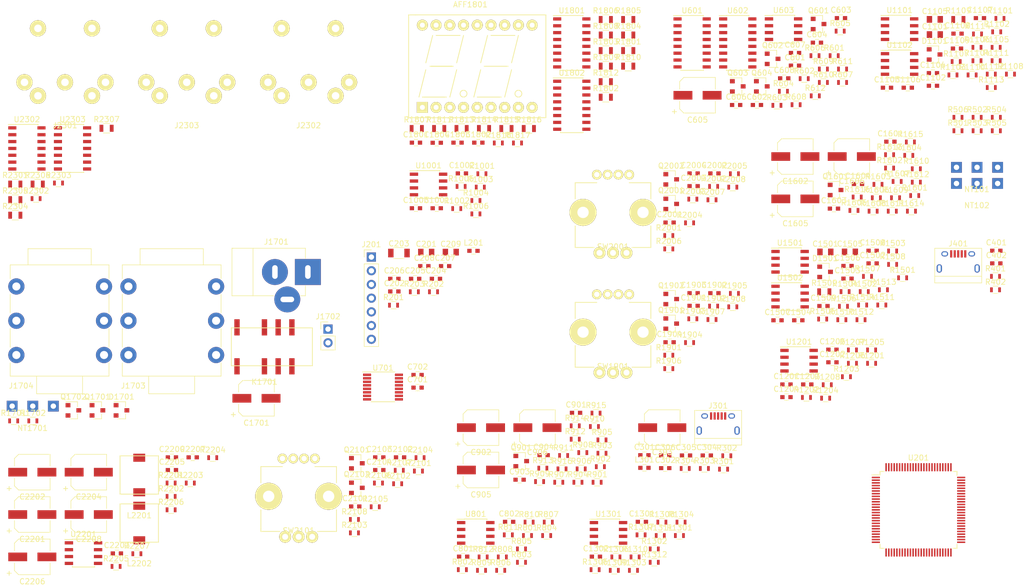
<source format=kicad_pcb>
(kicad_pcb (version 20171130) (host pcbnew "(5.1.4)-1")
  (layers (0 F.Cu signal) (31 B.Cu signal) (34 B.Paste user) (35 F.Paste user) (36 B.SilkS user) (37 F.SilkS user) (38 B.Mask user) (39 F.Mask user) (44 Edge.Cuts user))
  (net 0 "")
  (net 1 "Net-(AFF1801-Pad9)")
  (net 2 "Net-(AFF1801-Pad10)")
  (net 3 "Net-(AFF1801-Pad1)")
  (net 4 "Net-(AFF1801-Pad2)")
  (net 5 "Net-(AFF1801-Pad3)")
  (net 6 "Net-(AFF1801-Pad4)")
  (net 7 "Net-(AFF1801-Pad15)")
  (net 8 "Net-(AFF1801-Pad16)")
  (net 9 "Net-(AFF1801-Pad17)")
  (net 10 "Net-(AFF1801-Pad18)")
  (net 11 +5V)
  (net 12 "Net-(AFF1801-Pad6)")
  (net 13 "Net-(AFF1801-Pad7)")
  (net 14 "Net-(AFF1801-Pad8)")
  (net 15 "Net-(AFF1801-Pad12)")
  (net 16 "Net-(AFF1801-Pad11)")
  (net 17 GNDA)
  (net 18 +3.3VA)
  (net 19 GNDD)
  (net 20 +3V3)
  (net 21 "Net-(C301-Pad1)")
  (net 22 "Net-(C302-Pad2)")
  (net 23 /MCU/USB_UART/VBUS)
  (net 24 "Net-(C304-Pad2)")
  (net 25 "Net-(C401-Pad2)")
  (net 26 "Net-(C402-Pad2)")
  (net 27 +9V)
  (net 28 "Net-(C603-Pad2)")
  (net 29 "Net-(C603-Pad1)")
  (net 30 "Net-(C604-Pad2)")
  (net 31 "Net-(C605-Pad1)")
  (net 32 /ANALOG/VCA/VCC)
  (net 33 "Net-(C802-Pad2)")
  (net 34 /ANALOG/VCA/Output)
  (net 35 "Net-(C901-Pad2)")
  (net 36 /ANALOG/STARVE_POT_1)
  (net 37 "Net-(C902-Pad1)")
  (net 38 /ANALOG/IN_AUDIO)
  (net 39 "Net-(C904-Pad2)")
  (net 40 /ANALOG/GAIN_POT_2)
  (net 41 /ANALOG/COMP_POT_1)
  (net 42 /ANALOG/OUT_AUDIO)
  (net 43 /ANALOG/VOLUME_POT_2)
  (net 44 /ANALOG/ADC_frontend/AN_MCU_1)
  (net 45 /ANALOG/ADC_frontend/AN_MCU_2)
  (net 46 "Net-(C1101-Pad1)")
  (net 47 "Net-(C1103-Pad2)")
  (net 48 "Net-(C1104-Pad2)")
  (net 49 "Net-(C1104-Pad1)")
  (net 50 "Net-(C1105-Pad2)")
  (net 51 "Net-(C1106-Pad1)")
  (net 52 /ANALOG/peak_detect/Vsub)
  (net 53 /ANALOG/peak_detect/PEAK_OUT)
  (net 54 "Net-(C1201-Pad1)")
  (net 55 "Net-(C1202-Pad1)")
  (net 56 "Net-(C1203-Pad1)")
  (net 57 "Net-(C1204-Pad1)")
  (net 58 /ANALOG/VCA2/VCC)
  (net 59 "Net-(C1302-Pad2)")
  (net 60 /ANALOG/VCA2/Output)
  (net 61 "Net-(C1501-Pad1)")
  (net 62 "Net-(C1503-Pad2)")
  (net 63 "Net-(C1504-Pad2)")
  (net 64 "Net-(C1504-Pad1)")
  (net 65 "Net-(C1505-Pad2)")
  (net 66 "Net-(C1506-Pad1)")
  (net 67 /ANALOG/peak_detect2/Vsub)
  (net 68 /ANALOG/peak_detect2/PEAK_OUT)
  (net 69 /ANALOG/fuzz_factory_ref/STARVE_POT_1)
  (net 70 "Net-(C1601-Pad2)")
  (net 71 /ANALOG/fuzz_factory_ref/IN_AUDIO)
  (net 72 "Net-(C1602-Pad1)")
  (net 73 "Net-(C1604-Pad2)")
  (net 74 /ANALOG/GAIN_POT_REF_1)
  (net 75 /ANALOG/GAIN_POT_REF_2)
  (net 76 /ANALOG/fuzz_factory_ref/VOLUME_POT_2)
  (net 77 /ANALOG/fuzz_factory_ref/OUT_AUDIO)
  (net 78 /CONNECTORS/BATT)
  (net 79 GNDPWR)
  (net 80 /Interface/FSW_bypass)
  (net 81 "Net-(C1804-Pad1)")
  (net 82 /Interface/ENC1_SW)
  (net 83 "Net-(C1902-Pad2)")
  (net 84 /Interface/ENC1_ENC2)
  (net 85 /Interface/ENC1_ENC1)
  (net 86 /Interface/ENC2_SW)
  (net 87 "Net-(C2002-Pad2)")
  (net 88 /Interface/ENC2_ENC2)
  (net 89 /Interface/ENC2_ENC1)
  (net 90 /Interface/ENC3_SW)
  (net 91 "Net-(C2102-Pad2)")
  (net 92 /Interface/ENC3_ENC2)
  (net 93 /Interface/ENC3_ENC1)
  (net 94 "Net-(C2201-Pad1)")
  (net 95 "Net-(C2202-Pad1)")
  (net 96 "Net-(C2204-Pad1)")
  (net 97 VCOM)
  (net 98 "Net-(C2207-Pad2)")
  (net 99 "Net-(D1101-Pad3)")
  (net 100 "Net-(D1501-Pad3)")
  (net 101 "Net-(D1701-Pad1)")
  (net 102 "Net-(D1701-Pad3)")
  (net 103 /MCU/JNTRST)
  (net 104 /MCU/JTDO_TRACESWO)
  (net 105 /MCU/JTDI)
  (net 106 /MCU/JTCK_SWCLK)
  (net 107 /MCU/JTMS_SWDIO)
  (net 108 "Net-(J1701-Pad3)")
  (net 109 GNDS)
  (net 110 /CONNECTORS/AUDIO_IN_CONN)
  (net 111 /CONNECTORS/AUDIO_OUT_CONN)
  (net 112 "Net-(D2301-Pad3)")
  (net 113 "Net-(J2301-Pad4)")
  (net 114 "Net-(J2302-Pad5)")
  (net 115 "Net-(J2302-Pad4)")
  (net 116 "Net-(J2303-Pad4)")
  (net 117 "Net-(J2303-Pad5)")
  (net 118 "Net-(K1701-Pad10)")
  (net 119 "Net-(NT1701-Pad1)")
  (net 120 "Net-(Q601-Pad3)")
  (net 121 /ANALOG/IN_PWM_LSB)
  (net 122 "Net-(Q602-Pad3)")
  (net 123 /ANALOG/IN_PWM_LSBn)
  (net 124 /ANALOG/IN_PWM_MSB)
  (net 125 "Net-(Q603-Pad3)")
  (net 126 /ANALOG/IN_PWM_MSBn)
  (net 127 "Net-(Q604-Pad3)")
  (net 128 /ANALOG/STARVE_POT_2)
  (net 129 /ANALOG/fuzz_factory_ref/STARVE_POT_2)
  (net 130 "Net-(Q1901-Pad3)")
  (net 131 "Net-(Q1902-Pad3)")
  (net 132 "Net-(Q2001-Pad3)")
  (net 133 "Net-(Q2002-Pad3)")
  (net 134 "Net-(Q2101-Pad3)")
  (net 135 "Net-(Q2102-Pad3)")
  (net 136 "Net-(R201-Pad1)")
  (net 137 "Net-(R202-Pad2)")
  (net 138 "Net-(R203-Pad1)")
  (net 139 USB_DM)
  (net 140 USB_DP)
  (net 141 /ANALOG/Digipot/POT1_1)
  (net 142 /ANALOG/COMP_POT_2)
  (net 143 /ANALOG/Digipot/POT1_3)
  (net 144 /ANALOG/Digipot/POT2_1)
  (net 145 /ANALOG/GAIN_POT_REF_3)
  (net 146 /ANALOG/Digipot/POT2_3)
  (net 147 /ANALOG/Digipot/POT1_2)
  (net 148 /ANALOG/Digipot/POT2_2)
  (net 149 "Net-(R605-Pad1)")
  (net 150 /ANALOG/DAC/IN_PWM_LSBn_BUFF)
  (net 151 /ANALOG/DAC/IN_PWM_LSB_BUFF)
  (net 152 /ANALOG/DAC/IN_PWM_MSBn_BUFF)
  (net 153 /ANALOG/DAC/IN_PWM_MSB_BUFF)
  (net 154 "Net-(Q801-Pad2)")
  (net 155 "Net-(R804-Pad1)")
  (net 156 "Net-(Q801-Pad6)")
  (net 157 "Net-(Q802-Pad3)")
  (net 158 "Net-(Q802-Pad5)")
  (net 159 "Net-(R809-Pad1)")
  (net 160 /ANALOG/DAC_CMD)
  (net 161 /ANALOG/GATE_POT_1)
  (net 162 /ANALOG/VOLUME_POT_1)
  (net 163 "Net-(R1001-Pad1)")
  (net 164 "Net-(R1002-Pad1)")
  (net 165 "Net-(R1003-Pad1)")
  (net 166 "Net-(R1005-Pad1)")
  (net 167 "Net-(R1108-Pad1)")
  (net 168 "Net-(R1110-Pad2)")
  (net 169 "Net-(R1110-Pad1)")
  (net 170 "Net-(R1111-Pad1)")
  (net 171 "Net-(R1113-Pad1)")
  (net 172 /ANALOG/freq_meas/OUT_1)
  (net 173 /ANALOG/freq_meas/OUT_2)
  (net 174 "Net-(Q1301-Pad2)")
  (net 175 "Net-(R1304-Pad1)")
  (net 176 "Net-(Q1301-Pad6)")
  (net 177 "Net-(Q1302-Pad3)")
  (net 178 "Net-(Q1302-Pad5)")
  (net 179 "Net-(R1309-Pad1)")
  (net 180 "Net-(R1508-Pad1)")
  (net 181 "Net-(R1510-Pad2)")
  (net 182 "Net-(R1510-Pad1)")
  (net 183 "Net-(R1511-Pad1)")
  (net 184 "Net-(R1513-Pad1)")
  (net 185 /ANALOG/fuzz_factory_ref/GATE_POT_1)
  (net 186 /ANALOG/fuzz_factory_ref/VOLUME_POT_1)
  (net 187 "Net-(R1801-Pad2)")
  (net 188 "Net-(R1802-Pad2)")
  (net 189 "Net-(R1803-Pad2)")
  (net 190 "Net-(R1804-Pad2)")
  (net 191 "Net-(R1805-Pad2)")
  (net 192 "Net-(R1806-Pad2)")
  (net 193 "Net-(R1807-Pad2)")
  (net 194 "Net-(R1808-Pad2)")
  (net 195 "Net-(R1809-Pad1)")
  (net 196 "Net-(R1810-Pad1)")
  (net 197 "Net-(R1811-Pad1)")
  (net 198 "Net-(R1812-Pad1)")
  (net 199 "Net-(R1813-Pad1)")
  (net 200 "Net-(R1814-Pad1)")
  (net 201 "Net-(R1815-Pad1)")
  (net 202 "Net-(R1816-Pad1)")
  (net 203 "Net-(R1905-Pad1)")
  (net 204 "Net-(R1906-Pad1)")
  (net 205 "Net-(R2005-Pad1)")
  (net 206 "Net-(R2006-Pad1)")
  (net 207 "Net-(R2105-Pad1)")
  (net 208 "Net-(R2106-Pad1)")
  (net 209 "Net-(Q2201-Pad1)")
  (net 210 "Net-(R2205-Pad2)")
  (net 211 "Net-(R2206-Pad2)")
  (net 212 "Net-(R2302-Pad1)")
  (net 213 /MIDI/MIDI_IN)
  (net 214 "Net-(R2305-Pad2)")
  (net 215 "Net-(R2307-Pad2)")
  (net 216 "Net-(U603-Pad6)")
  (net 217 /Interface/shift1_data_out_int)
  (net 218 /Interface/DISP_CLK)
  (net 219 /Interface/DISP_LATCH)
  (net 220 /Interface/DISP_ENABLE)
  (net 221 "Net-(U2302-Pad3)")
  (net 222 /MIDI/MIDI_OUT)
  (net 223 "Net-(U2303-Pad3)")
  (module flax_lib:AFF_2x7SEG-PT-DIGIT_10mm (layer F.Cu) (at 138.735001 38.000001)
    (fp_text reference AFF1801 (at 0 -11.43) (layer F.SilkS))
    (fp_text value HDSP-521E)
    (pad 9 thru_hole circle (at 11.43 7.62) (size 2.032 2.032) (drill 0.9144) (layers *.Cu *.Mask F.SilkS) (net 1 "Net-(AFF1801-Pad9)"))
    (pad 10 thru_hole circle (at 11.43 -7.62) (size 2.032 2.032) (drill 0.9144) (layers *.Cu *.Mask F.SilkS) (net 2 "Net-(AFF1801-Pad10)"))
    (pad 1 thru_hole rect (at -8.89 7.62) (size 2.032 2.032) (drill 0.9144) (layers *.Cu *.Mask F.SilkS) (net 3 "Net-(AFF1801-Pad1)"))
    (pad 2 thru_hole circle (at -6.35 7.62) (size 2.032 2.032) (drill 0.9144) (layers *.Cu *.Mask F.SilkS) (net 4 "Net-(AFF1801-Pad2)"))
    (pad 3 thru_hole circle (at -3.81 7.62) (size 2.032 2.032) (drill 0.9144) (layers *.Cu *.Mask F.SilkS) (net 5 "Net-(AFF1801-Pad3)"))
    (pad 4 thru_hole circle (at -1.27 7.62) (size 2.032 2.032) (drill 0.9144) (layers *.Cu *.Mask F.SilkS) (net 6 "Net-(AFF1801-Pad4)"))
    (pad 15 thru_hole circle (at -1.27 -7.62) (size 2.032 2.032) (drill 0.9144) (layers *.Cu *.Mask F.SilkS) (net 7 "Net-(AFF1801-Pad15)"))
    (pad 16 thru_hole circle (at -3.81 -7.62) (size 2.032 2.032) (drill 0.9144) (layers *.Cu *.Mask F.SilkS) (net 8 "Net-(AFF1801-Pad16)"))
    (pad 17 thru_hole circle (at -6.35 -7.62) (size 2.032 2.032) (drill 0.9144) (layers *.Cu *.Mask F.SilkS) (net 9 "Net-(AFF1801-Pad17)"))
    (pad 18 thru_hole circle (at -8.89 -7.62) (size 2.032 2.032) (drill 0.9144) (layers *.Cu *.Mask F.SilkS) (net 10 "Net-(AFF1801-Pad18)"))
    (pad 5 thru_hole circle (at 1.27 7.62) (size 2.032 2.032) (drill 0.9144) (layers *.Cu *.Mask F.SilkS) (net 11 +5V))
    (pad 6 thru_hole circle (at 3.81 7.62) (size 2.032 2.032) (drill 0.9144) (layers *.Cu *.Mask F.SilkS) (net 12 "Net-(AFF1801-Pad6)"))
    (pad 7 thru_hole circle (at 6.35 7.62) (size 2.032 2.032) (drill 0.9144) (layers *.Cu *.Mask F.SilkS) (net 13 "Net-(AFF1801-Pad7)"))
    (pad 8 thru_hole circle (at 8.89 7.62) (size 2.032 2.032) (drill 0.9144) (layers *.Cu *.Mask F.SilkS) (net 14 "Net-(AFF1801-Pad8)"))
    (pad 14 thru_hole circle (at 1.27 -7.62) (size 2.032 2.032) (drill 0.9144) (layers *.Cu *.Mask F.SilkS) (net 11 +5V))
    (pad 13 thru_hole circle (at 3.81 -7.62) (size 2.032 2.032) (drill 0.9144) (layers *.Cu *.Mask F.SilkS))
    (pad 12 thru_hole circle (at 6.35 -7.62) (size 2.032 2.032) (drill 0.9144) (layers *.Cu *.Mask F.SilkS) (net 15 "Net-(AFF1801-Pad12)"))
    (pad 11 thru_hole circle (at 8.89 -7.62) (size 2.032 2.032) (drill 0.9144) (layers *.Cu *.Mask F.SilkS) (net 16 "Net-(AFF1801-Pad11)"))
  )
  (module Capacitors_SMD:C_0805 (layer F.Cu) (at 130.555001 72.440001)
    (fp_text reference C201 (at 0 -1.5) (layer F.SilkS))
    (fp_text value 1u)
    (pad 2 smd rect (at 1 0) (size 1 1.25) (layers F.Cu F.Paste F.Mask) (net 17 GNDA))
    (pad 1 smd rect (at -1 0) (size 1 1.25) (layers F.Cu F.Paste F.Mask) (net 18 +3.3VA))
  )
  (module Capacitors_SMD:C_0603 (layer F.Cu) (at 124.655001 79.725001)
    (fp_text reference C202 (at 0 -1.5) (layer F.SilkS))
    (fp_text value 10n)
    (pad 1 smd rect (at -0.75 0) (size 0.8 0.75) (layers F.Cu F.Paste F.Mask) (net 18 +3.3VA))
    (pad 2 smd rect (at 0.75 0) (size 0.8 0.75) (layers F.Cu F.Paste F.Mask) (net 17 GNDA))
  )
  (module Capacitors_SMD:C_1206 (layer F.Cu) (at 125.505001 72.610001)
    (fp_text reference C203 (at 0 -1.75) (layer F.SilkS))
    (fp_text value 4u7)
    (pad 2 smd rect (at 1.5 0) (size 1 1.6) (layers F.Cu F.Paste F.Mask) (net 19 GNDD))
    (pad 1 smd rect (at -1.5 0) (size 1 1.6) (layers F.Cu F.Paste F.Mask) (net 20 +3V3))
  )
  (module Capacitors_SMD:C_0603 (layer F.Cu) (at 132.355001 77.375001)
    (fp_text reference C204 (at 0 -1.5) (layer F.SilkS))
    (fp_text value 100n)
    (pad 1 smd rect (at -0.75 0) (size 0.8 0.75) (layers F.Cu F.Paste F.Mask) (net 20 +3V3))
    (pad 2 smd rect (at 0.75 0) (size 0.8 0.75) (layers F.Cu F.Paste F.Mask) (net 19 GNDD))
  )
  (module Capacitors_SMD:C_0603 (layer F.Cu) (at 128.505001 77.375001)
    (fp_text reference C205 (at 0 -1.5) (layer F.SilkS))
    (fp_text value 100n)
    (pad 1 smd rect (at -0.75 0) (size 0.8 0.75) (layers F.Cu F.Paste F.Mask) (net 20 +3V3))
    (pad 2 smd rect (at 0.75 0) (size 0.8 0.75) (layers F.Cu F.Paste F.Mask) (net 19 GNDD))
  )
  (module Capacitors_SMD:C_0603 (layer F.Cu) (at 124.655001 77.375001)
    (fp_text reference C206 (at 0 -1.5) (layer F.SilkS))
    (fp_text value 100n)
    (pad 2 smd rect (at 0.75 0) (size 0.8 0.75) (layers F.Cu F.Paste F.Mask) (net 19 GNDD))
    (pad 1 smd rect (at -0.75 0) (size 0.8 0.75) (layers F.Cu F.Paste F.Mask) (net 20 +3V3))
  )
  (module Capacitors_SMD:C_0603 (layer F.Cu) (at 134.055001 75.025001)
    (fp_text reference C207 (at 0 -1.5) (layer F.SilkS))
    (fp_text value 100n)
    (pad 1 smd rect (at -0.75 0) (size 0.8 0.75) (layers F.Cu F.Paste F.Mask) (net 20 +3V3))
    (pad 2 smd rect (at 0.75 0) (size 0.8 0.75) (layers F.Cu F.Paste F.Mask) (net 19 GNDD))
  )
  (module Capacitors_SMD:C_0603 (layer F.Cu) (at 130.205001 75.025001)
    (fp_text reference C208 (at 0 -1.5) (layer F.SilkS))
    (fp_text value 10n)
    (pad 2 smd rect (at 0.75 0) (size 0.8 0.75) (layers F.Cu F.Paste F.Mask) (net 17 GNDA))
    (pad 1 smd rect (at -0.75 0) (size 0.8 0.75) (layers F.Cu F.Paste F.Mask) (net 18 +3.3VA))
  )
  (module Capacitors_SMD:C_0805 (layer F.Cu) (at 135.105001 72.440001)
    (fp_text reference C209 (at 0 -1.5) (layer F.SilkS))
    (fp_text value 1u)
    (pad 2 smd rect (at 1 0) (size 1 1.25) (layers F.Cu F.Paste F.Mask) (net 17 GNDA))
    (pad 1 smd rect (at -1 0) (size 1 1.25) (layers F.Cu F.Paste F.Mask) (net 18 +3.3VA))
  )
  (module Capacitors_SMD:C_0603 (layer F.Cu) (at 170.955001 110.065001)
    (fp_text reference C301 (at 0 -1.5) (layer F.SilkS))
    (fp_text value 10n)
    (pad 2 smd rect (at 0.75 0) (size 0.8 0.75) (layers F.Cu F.Paste F.Mask) (net 19 GNDD))
    (pad 1 smd rect (at -0.75 0) (size 0.8 0.75) (layers F.Cu F.Paste F.Mask) (net 21 "Net-(C301-Pad1)"))
  )
  (module Capacitors_SMD:C_0603 (layer F.Cu) (at 174.805001 112.465001)
    (fp_text reference C302 (at 0 -1.5) (layer F.SilkS))
    (fp_text value 47p)
    (pad 1 smd rect (at -0.75 0) (size 0.8 0.75) (layers F.Cu F.Paste F.Mask) (net 19 GNDD))
    (pad 2 smd rect (at 0.75 0) (size 0.8 0.75) (layers F.Cu F.Paste F.Mask) (net 22 "Net-(C302-Pad2)"))
  )
  (module Capacitors_SMD:CP_Elec_6.3x4.5 (layer F.Cu) (at 174.255001 104.965001)
    (fp_text reference C303 (at 0 4.56) (layer F.SilkS))
    (fp_text value 4u7)
    (fp_text user + (at -4.28 2.96) (layer F.SilkS))
    (pad 2 smd rect (at 2.7 0 180) (size 3.5 1.6) (layers F.Cu F.Paste F.Mask) (net 19 GNDD))
    (pad 1 smd rect (at -2.7 0 180) (size 3.5 1.6) (layers F.Cu F.Paste F.Mask) (net 23 /MCU/USB_UART/VBUS))
  )
  (module Capacitors_SMD:C_0603 (layer F.Cu) (at 182.505001 110.115001)
    (fp_text reference C304 (at 0 -1.5) (layer F.SilkS))
    (fp_text value 47p)
    (pad 2 smd rect (at 0.75 0) (size 0.8 0.75) (layers F.Cu F.Paste F.Mask) (net 24 "Net-(C304-Pad2)"))
    (pad 1 smd rect (at -0.75 0) (size 0.8 0.75) (layers F.Cu F.Paste F.Mask) (net 19 GNDD))
  )
  (module Capacitors_SMD:C_0603 (layer F.Cu) (at 178.655001 110.115001)
    (fp_text reference C305 (at 0 -1.5) (layer F.SilkS))
    (fp_text value 100n)
    (pad 1 smd rect (at -0.75 0) (size 0.8 0.75) (layers F.Cu F.Paste F.Mask) (net 23 /MCU/USB_UART/VBUS))
    (pad 2 smd rect (at 0.75 0) (size 0.8 0.75) (layers F.Cu F.Paste F.Mask) (net 19 GNDD))
  )
  (module Capacitors_SMD:C_0603 (layer F.Cu) (at 174.805001 110.115001)
    (fp_text reference C306 (at 0 -1.5) (layer F.SilkS))
    (fp_text value 100n)
    (pad 1 smd rect (at -0.75 0) (size 0.8 0.75) (layers F.Cu F.Paste F.Mask) (net 19 GNDD))
    (pad 2 smd rect (at 0.75 0) (size 0.8 0.75) (layers F.Cu F.Paste F.Mask))
  )
  (module Capacitors_SMD:C_0603 (layer F.Cu) (at 236.105001 72.175001)
    (fp_text reference C401 (at 0 -1.5) (layer F.SilkS))
    (fp_text value 47p)
    (pad 1 smd rect (at -0.75 0) (size 0.8 0.75) (layers F.Cu F.Paste F.Mask) (net 19 GNDD))
    (pad 2 smd rect (at 0.75 0) (size 0.8 0.75) (layers F.Cu F.Paste F.Mask) (net 25 "Net-(C401-Pad2)"))
  )
  (module Capacitors_SMD:C_0603 (layer F.Cu) (at 236.105001 74.525001)
    (fp_text reference C402 (at 0 -1.5) (layer F.SilkS))
    (fp_text value 47p)
    (pad 1 smd rect (at -0.75 0) (size 0.8 0.75) (layers F.Cu F.Paste F.Mask) (net 19 GNDD))
    (pad 2 smd rect (at 0.75 0) (size 0.8 0.75) (layers F.Cu F.Paste F.Mask) (net 26 "Net-(C402-Pad2)"))
  )
  (module Capacitors_SMD:C_0603 (layer F.Cu) (at 198.835001 37.875001)
    (fp_text reference C601 (at 0 -1.5) (layer F.SilkS))
    (fp_text value 100n)
    (pad 1 smd rect (at -0.75 0) (size 0.8 0.75) (layers F.Cu F.Paste F.Mask) (net 17 GNDA))
    (pad 2 smd rect (at 0.75 0) (size 0.8 0.75) (layers F.Cu F.Paste F.Mask) (net 27 +9V))
  )
  (module Capacitors_SMD:C_0603 (layer F.Cu) (at 191.785001 45.175001)
    (fp_text reference C602 (at 0 -1.5) (layer F.SilkS))
    (fp_text value 100n)
    (pad 2 smd rect (at 0.75 0) (size 0.8 0.75) (layers F.Cu F.Paste F.Mask) (net 20 +3V3))
    (pad 1 smd rect (at -0.75 0) (size 0.8 0.75) (layers F.Cu F.Paste F.Mask) (net 17 GNDA))
  )
  (module Capacitors_SMD:C_0603 (layer F.Cu) (at 207.345001 29.075001)
    (fp_text reference C603 (at 0 -1.5) (layer F.SilkS))
    (fp_text value 100n)
    (pad 2 smd rect (at 0.75 0) (size 0.8 0.75) (layers F.Cu F.Paste F.Mask) (net 28 "Net-(C603-Pad2)"))
    (pad 1 smd rect (at -0.75 0) (size 0.8 0.75) (layers F.Cu F.Paste F.Mask) (net 29 "Net-(C603-Pad1)"))
  )
  (module Capacitors_SMD:C_0603 (layer F.Cu) (at 202.895001 33.625001)
    (fp_text reference C604 (at 0 -1.5) (layer F.SilkS))
    (fp_text value 100n)
    (pad 1 smd rect (at -0.75 0) (size 0.8 0.75) (layers F.Cu F.Paste F.Mask) (net 29 "Net-(C603-Pad1)"))
    (pad 2 smd rect (at 0.75 0) (size 0.8 0.75) (layers F.Cu F.Paste F.Mask) (net 30 "Net-(C604-Pad2)"))
  )
  (module Capacitors_SMD:CP_Elec_6.3x4.5 (layer F.Cu) (at 180.785001 43.375001)
    (fp_text reference C605 (at 0 4.56) (layer F.SilkS))
    (fp_text value 10u)
    (fp_text user + (at -4.28 2.96) (layer F.SilkS))
    (pad 1 smd rect (at -2.7 0 180) (size 3.5 1.6) (layers F.Cu F.Paste F.Mask) (net 31 "Net-(C605-Pad1)"))
    (pad 2 smd rect (at 2.7 0 180) (size 3.5 1.6) (layers F.Cu F.Paste F.Mask) (net 17 GNDA))
  )
  (module Capacitors_SMD:C_0603 (layer F.Cu) (at 187.935001 45.175001)
    (fp_text reference C606 (at 0 -1.5) (layer F.SilkS))
    (fp_text value 100n)
    (pad 2 smd rect (at 0.75 0) (size 0.8 0.75) (layers F.Cu F.Paste F.Mask) (net 29 "Net-(C603-Pad1)"))
    (pad 1 smd rect (at -0.75 0) (size 0.8 0.75) (layers F.Cu F.Paste F.Mask) (net 17 GNDA))
  )
  (module Capacitors_SMD:C_0603 (layer F.Cu) (at 198.835001 35.525001)
    (fp_text reference C607 (at 0 -1.5) (layer F.SilkS))
    (fp_text value 100n)
    (pad 2 smd rect (at 0.75 0) (size 0.8 0.75) (layers F.Cu F.Paste F.Mask) (net 27 +9V))
    (pad 1 smd rect (at -0.75 0) (size 0.8 0.75) (layers F.Cu F.Paste F.Mask) (net 17 GNDA))
  )
  (module Capacitors_SMD:C_0603 (layer F.Cu) (at 196.835001 40.225001)
    (fp_text reference C608 (at 0 -1.5) (layer F.SilkS))
    (fp_text value 100n)
    (pad 1 smd rect (at -0.75 0) (size 0.8 0.75) (layers F.Cu F.Paste F.Mask) (net 17 GNDA))
    (pad 2 smd rect (at 0.75 0) (size 0.8 0.75) (layers F.Cu F.Paste F.Mask) (net 27 +9V))
  )
  (module Capacitors_SMD:C_0603 (layer F.Cu) (at 128.955001 97.545001)
    (fp_text reference C701 (at 0 -1.5) (layer F.SilkS))
    (fp_text value 100n)
    (pad 1 smd rect (at -0.75 0) (size 0.8 0.75) (layers F.Cu F.Paste F.Mask) (net 17 GNDA))
    (pad 2 smd rect (at 0.75 0) (size 0.8 0.75) (layers F.Cu F.Paste F.Mask) (net 27 +9V))
  )
  (module Capacitors_SMD:C_0603 (layer F.Cu) (at 128.955001 95.195001)
    (fp_text reference C702 (at 0 -1.5) (layer F.SilkS))
    (fp_text value 100n)
    (pad 2 smd rect (at 0.75 0) (size 0.8 0.75) (layers F.Cu F.Paste F.Mask) (net 20 +3V3))
    (pad 1 smd rect (at -0.75 0) (size 0.8 0.75) (layers F.Cu F.Paste F.Mask) (net 19 GNDD))
  )
  (module Capacitors_SMD:C_0603 (layer F.Cu) (at 137.395001 128.865001)
    (fp_text reference C801 (at 0 -1.5) (layer F.SilkS))
    (fp_text value 100n)
    (pad 1 smd rect (at -0.75 0) (size 0.8 0.75) (layers F.Cu F.Paste F.Mask) (net 17 GNDA))
    (pad 2 smd rect (at 0.75 0) (size 0.8 0.75) (layers F.Cu F.Paste F.Mask) (net 32 /ANALOG/VCA/VCC))
  )
  (module Capacitors_SMD:C_0603 (layer F.Cu) (at 145.905001 122.415001)
    (fp_text reference C802 (at 0 -1.5) (layer F.SilkS))
    (fp_text value 100p)
    (pad 2 smd rect (at 0.75 0) (size 0.8 0.75) (layers F.Cu F.Paste F.Mask) (net 33 "Net-(C802-Pad2)"))
    (pad 1 smd rect (at -0.75 0) (size 0.8 0.75) (layers F.Cu F.Paste F.Mask) (net 34 /ANALOG/VCA/Output))
  )
  (module Capacitors_SMD:C_0603 (layer F.Cu) (at 158.295001 102.215001)
    (fp_text reference C901 (at 0 -1.5) (layer F.SilkS))
    (fp_text value 10n)
    (pad 2 smd rect (at 0.75 0) (size 0.8 0.75) (layers F.Cu F.Paste F.Mask) (net 35 "Net-(C901-Pad2)"))
    (pad 1 smd rect (at -0.75 0) (size 0.8 0.75) (layers F.Cu F.Paste F.Mask) (net 36 /ANALOG/STARVE_POT_1))
  )
  (module Capacitors_SMD:CP_Elec_6.3x4.5 (layer F.Cu) (at 140.695001 104.965001)
    (fp_text reference C902 (at 0 4.56) (layer F.SilkS))
    (fp_text value 10u)
    (fp_text user + (at -4.28 2.96) (layer F.SilkS))
    (pad 1 smd rect (at -2.7 0 180) (size 3.5 1.6) (layers F.Cu F.Paste F.Mask) (net 37 "Net-(C902-Pad1)"))
    (pad 2 smd rect (at 2.7 0 180) (size 3.5 1.6) (layers F.Cu F.Paste F.Mask) (net 38 /ANALOG/IN_AUDIO))
  )
  (module Capacitors_SMD:C_0603 (layer F.Cu) (at 147.845001 114.615001)
    (fp_text reference C903 (at 0 -1.5) (layer F.SilkS))
    (fp_text value 100n)
    (pad 1 smd rect (at -0.75 0) (size 0.8 0.75) (layers F.Cu F.Paste F.Mask) (net 38 /ANALOG/IN_AUDIO))
    (pad 2 smd rect (at 0.75 0) (size 0.8 0.75) (layers F.Cu F.Paste F.Mask) (net 37 "Net-(C902-Pad1)"))
  )
  (module Capacitors_SMD:C_0603 (layer F.Cu) (at 152.295001 110.065001)
    (fp_text reference C904 (at 0 -1.5) (layer F.SilkS))
    (fp_text value 100n)
    (pad 1 smd rect (at -0.75 0) (size 0.8 0.75) (layers F.Cu F.Paste F.Mask))
    (pad 2 smd rect (at 0.75 0) (size 0.8 0.75) (layers F.Cu F.Paste F.Mask) (net 39 "Net-(C904-Pad2)"))
  )
  (module Capacitors_SMD:CP_Elec_6.3x4.5 (layer F.Cu) (at 140.695001 112.815001)
    (fp_text reference C905 (at 0 4.56) (layer F.SilkS))
    (fp_text value 10u)
    (fp_text user + (at -4.28 2.96) (layer F.SilkS))
    (pad 2 smd rect (at 2.7 0 180) (size 3.5 1.6) (layers F.Cu F.Paste F.Mask) (net 40 /ANALOG/GAIN_POT_2))
    (pad 1 smd rect (at -2.7 0 180) (size 3.5 1.6) (layers F.Cu F.Paste F.Mask) (net 41 /ANALOG/COMP_POT_1))
  )
  (module Capacitors_SMD:CP_Elec_6.3x4.5 (layer F.Cu) (at 151.145001 104.965001)
    (fp_text reference C906 (at 0 4.56) (layer F.SilkS))
    (fp_text value 10u)
    (fp_text user + (at -4.28 2.96) (layer F.SilkS))
    (pad 2 smd rect (at 2.7 0 180) (size 3.5 1.6) (layers F.Cu F.Paste F.Mask) (net 42 /ANALOG/OUT_AUDIO))
    (pad 1 smd rect (at -2.7 0 180) (size 3.5 1.6) (layers F.Cu F.Paste F.Mask) (net 43 /ANALOG/VOLUME_POT_2))
  )
  (module Capacitors_SMD:C_0603 (layer F.Cu) (at 132.505001 64.305001)
    (fp_text reference C1001 (at 0 -1.5) (layer F.SilkS))
    (fp_text value 100n)
    (pad 2 smd rect (at 0.75 0) (size 0.8 0.75) (layers F.Cu F.Paste F.Mask) (net 17 GNDA))
    (pad 1 smd rect (at -0.75 0) (size 0.8 0.75) (layers F.Cu F.Paste F.Mask) (net 27 +9V))
  )
  (module Capacitors_SMD:C_0603 (layer F.Cu) (at 137.165001 57.855001)
    (fp_text reference C1002 (at 0 -1.5) (layer F.SilkS))
    (fp_text value 100n)
    (pad 1 smd rect (at -0.75 0) (size 0.8 0.75) (layers F.Cu F.Paste F.Mask) (net 44 /ANALOG/ADC_frontend/AN_MCU_1))
    (pad 2 smd rect (at 0.75 0) (size 0.8 0.75) (layers F.Cu F.Paste F.Mask) (net 17 GNDA))
  )
  (module Capacitors_SMD:C_0603 (layer F.Cu) (at 128.655001 64.305001)
    (fp_text reference C1003 (at 0 -1.5) (layer F.SilkS))
    (fp_text value 100n)
    (pad 1 smd rect (at -0.75 0) (size 0.8 0.75) (layers F.Cu F.Paste F.Mask) (net 45 /ANALOG/ADC_frontend/AN_MCU_2))
    (pad 2 smd rect (at 0.75 0) (size 0.8 0.75) (layers F.Cu F.Paste F.Mask) (net 17 GNDA))
  )
  (module Capacitors_SMD:C_0805 (layer F.Cu) (at 224.725001 32.130001)
    (fp_text reference C1101 (at 0 -1.5) (layer F.SilkS))
    (fp_text value 1u)
    (pad 1 smd rect (at -1 0) (size 1 1.25) (layers F.Cu F.Paste F.Mask) (net 46 "Net-(C1101-Pad1)"))
    (pad 2 smd rect (at 1 0) (size 1 1.25) (layers F.Cu F.Paste F.Mask))
  )
  (module Capacitors_SMD:C_0603 (layer F.Cu) (at 224.375001 41.615001)
    (fp_text reference C1102 (at 0 -1.5) (layer F.SilkS))
    (fp_text value 100n)
    (pad 2 smd rect (at 0.75 0) (size 0.8 0.75) (layers F.Cu F.Paste F.Mask) (net 27 +9V))
    (pad 1 smd rect (at -0.75 0) (size 0.8 0.75) (layers F.Cu F.Paste F.Mask) (net 17 GNDA))
  )
  (module Capacitors_SMD:C_0603 (layer F.Cu) (at 215.865001 41.975001)
    (fp_text reference C1103 (at 0 -1.5) (layer F.SilkS))
    (fp_text value 100n)
    (pad 2 smd rect (at 0.75 0) (size 0.8 0.75) (layers F.Cu F.Paste F.Mask) (net 47 "Net-(C1103-Pad2)"))
    (pad 1 smd rect (at -0.75 0) (size 0.8 0.75) (layers F.Cu F.Paste F.Mask) (net 17 GNDA))
  )
  (module Capacitors_SMD:C_0603 (layer F.Cu) (at 224.375001 39.265001)
    (fp_text reference C1104 (at 0 -1.5) (layer F.SilkS))
    (fp_text value 100n)
    (pad 2 smd rect (at 0.75 0) (size 0.8 0.75) (layers F.Cu F.Paste F.Mask) (net 48 "Net-(C1104-Pad2)"))
    (pad 1 smd rect (at -0.75 0) (size 0.8 0.75) (layers F.Cu F.Paste F.Mask) (net 49 "Net-(C1104-Pad1)"))
  )
  (module Capacitors_SMD:C_0805 (layer F.Cu) (at 224.725001 29.310001)
    (fp_text reference C1105 (at 0 -1.5) (layer F.SilkS))
    (fp_text value 220n)
    (pad 1 smd rect (at -1 0) (size 1 1.25) (layers F.Cu F.Paste F.Mask) (net 49 "Net-(C1104-Pad1)"))
    (pad 2 smd rect (at 1 0) (size 1 1.25) (layers F.Cu F.Paste F.Mask) (net 50 "Net-(C1105-Pad2)"))
  )
  (module Capacitors_SMD:C_0603 (layer F.Cu) (at 219.715001 41.975001)
    (fp_text reference C1106 (at 0 -1.5) (layer F.SilkS))
    (fp_text value 100n)
    (pad 2 smd rect (at 0.75 0) (size 0.8 0.75) (layers F.Cu F.Paste F.Mask) (net 50 "Net-(C1105-Pad2)"))
    (pad 1 smd rect (at -0.75 0) (size 0.8 0.75) (layers F.Cu F.Paste F.Mask) (net 51 "Net-(C1106-Pad1)"))
  )
  (module Capacitors_SMD:C_0603 (layer F.Cu) (at 233.075001 29.075001)
    (fp_text reference C1107 (at 0 -1.5) (layer F.SilkS))
    (fp_text value 100n)
    (pad 2 smd rect (at 0.75 0) (size 0.8 0.75) (layers F.Cu F.Paste F.Mask) (net 17 GNDA))
    (pad 1 smd rect (at -0.75 0) (size 0.8 0.75) (layers F.Cu F.Paste F.Mask) (net 52 /ANALOG/peak_detect/Vsub))
  )
  (module Capacitors_SMD:C_0603 (layer F.Cu) (at 228.925001 31.955001)
    (fp_text reference C1108 (at 0 -1.5) (layer F.SilkS))
    (fp_text value 100n)
    (pad 1 smd rect (at -0.75 0) (size 0.8 0.75) (layers F.Cu F.Paste F.Mask) (net 17 GNDA))
    (pad 2 smd rect (at 0.75 0) (size 0.8 0.75) (layers F.Cu F.Paste F.Mask) (net 27 +9V))
  )
  (module Capacitors_SMD:C_0603 (layer F.Cu) (at 228.825001 34.715001)
    (fp_text reference C1109 (at 0 -1.5) (layer F.SilkS))
    (fp_text value 100n)
    (pad 1 smd rect (at -0.75 0) (size 0.8 0.75) (layers F.Cu F.Paste F.Mask) (net 53 /ANALOG/peak_detect/PEAK_OUT))
    (pad 2 smd rect (at 0.75 0) (size 0.8 0.75) (layers F.Cu F.Paste F.Mask) (net 17 GNDA))
  )
  (module Capacitors_SMD:C_0603 (layer F.Cu) (at 197.255001 96.955001)
    (fp_text reference C1201 (at 0 -1.5) (layer F.SilkS))
    (fp_text value 100n)
    (pad 1 smd rect (at -0.75 0) (size 0.8 0.75) (layers F.Cu F.Paste F.Mask) (net 54 "Net-(C1201-Pad1)"))
    (pad 2 smd rect (at 0.75 0) (size 0.8 0.75) (layers F.Cu F.Paste F.Mask) (net 17 GNDA))
  )
  (module Capacitors_SMD:C_0603 (layer F.Cu) (at 205.765001 92.855001)
    (fp_text reference C1202 (at 0 -1.5) (layer F.SilkS))
    (fp_text value 100n)
    (pad 2 smd rect (at 0.75 0) (size 0.8 0.75) (layers F.Cu F.Paste F.Mask) (net 17 GNDA))
    (pad 1 smd rect (at -0.75 0) (size 0.8 0.75) (layers F.Cu F.Paste F.Mask) (net 55 "Net-(C1202-Pad1)"))
  )
  (module Capacitors_SMD:C_0603 (layer F.Cu) (at 201.105001 96.955001)
    (fp_text reference C1203 (at 0 -1.5) (layer F.SilkS))
    (fp_text value 100n)
    (pad 2 smd rect (at 0.75 0) (size 0.8 0.75) (layers F.Cu F.Paste F.Mask))
    (pad 1 smd rect (at -0.75 0) (size 0.8 0.75) (layers F.Cu F.Paste F.Mask) (net 56 "Net-(C1203-Pad1)"))
  )
  (module Capacitors_SMD:C_0603 (layer F.Cu) (at 197.255001 99.305001)
    (fp_text reference C1204 (at 0 -1.5) (layer F.SilkS))
    (fp_text value 100n)
    (pad 2 smd rect (at 0.75 0) (size 0.8 0.75) (layers F.Cu F.Paste F.Mask))
    (pad 1 smd rect (at -0.75 0) (size 0.8 0.75) (layers F.Cu F.Paste F.Mask) (net 57 "Net-(C1204-Pad1)"))
  )
  (module Capacitors_SMD:C_0603 (layer F.Cu) (at 205.765001 90.505001)
    (fp_text reference C1205 (at 0 -1.5) (layer F.SilkS))
    (fp_text value 100n)
    (pad 2 smd rect (at 0.75 0) (size 0.8 0.75) (layers F.Cu F.Paste F.Mask) (net 27 +9V))
    (pad 1 smd rect (at -0.75 0) (size 0.8 0.75) (layers F.Cu F.Paste F.Mask) (net 17 GNDA))
  )
  (module Capacitors_SMD:C_0603 (layer F.Cu) (at 170.485001 122.415001)
    (fp_text reference C1301 (at 0 -1.5) (layer F.SilkS))
    (fp_text value 100n)
    (pad 1 smd rect (at -0.75 0) (size 0.8 0.75) (layers F.Cu F.Paste F.Mask) (net 17 GNDA))
    (pad 2 smd rect (at 0.75 0) (size 0.8 0.75) (layers F.Cu F.Paste F.Mask) (net 58 /ANALOG/VCA2/VCC))
  )
  (module Capacitors_SMD:C_0603 (layer F.Cu) (at 161.975001 128.865001)
    (fp_text reference C1302 (at 0 -1.5) (layer F.SilkS))
    (fp_text value 100p)
    (pad 2 smd rect (at 0.75 0) (size 0.8 0.75) (layers F.Cu F.Paste F.Mask) (net 59 "Net-(C1302-Pad2)"))
    (pad 1 smd rect (at -0.75 0) (size 0.8 0.75) (layers F.Cu F.Paste F.Mask) (net 60 /ANALOG/VCA2/Output))
  )
  (module Capacitors_SMD:C_0805 (layer F.Cu) (at 204.455001 72.410001)
    (fp_text reference C1501 (at 0 -1.5) (layer F.SilkS))
    (fp_text value 1u)
    (pad 1 smd rect (at -1 0) (size 1 1.25) (layers F.Cu F.Paste F.Mask) (net 61 "Net-(C1501-Pad1)"))
    (pad 2 smd rect (at 1 0) (size 1 1.25) (layers F.Cu F.Paste F.Mask))
  )
  (module Capacitors_SMD:C_0603 (layer F.Cu) (at 213.205001 74.525001)
    (fp_text reference C1502 (at 0 -1.5) (layer F.SilkS))
    (fp_text value 100n)
    (pad 2 smd rect (at 0.75 0) (size 0.8 0.75) (layers F.Cu F.Paste F.Mask) (net 27 +9V))
    (pad 1 smd rect (at -0.75 0) (size 0.8 0.75) (layers F.Cu F.Paste F.Mask) (net 17 GNDA))
  )
  (module Capacitors_SMD:C_0603 (layer F.Cu) (at 208.555001 77.345001)
    (fp_text reference C1503 (at 0 -1.5) (layer F.SilkS))
    (fp_text value 100n)
    (pad 2 smd rect (at 0.75 0) (size 0.8 0.75) (layers F.Cu F.Paste F.Mask) (net 62 "Net-(C1503-Pad2)"))
    (pad 1 smd rect (at -0.75 0) (size 0.8 0.75) (layers F.Cu F.Paste F.Mask) (net 17 GNDA))
  )
  (module Capacitors_SMD:C_0603 (layer F.Cu) (at 199.445001 85.075001)
    (fp_text reference C1504 (at 0 -1.5) (layer F.SilkS))
    (fp_text value 100n)
    (pad 2 smd rect (at 0.75 0) (size 0.8 0.75) (layers F.Cu F.Paste F.Mask) (net 63 "Net-(C1504-Pad2)"))
    (pad 1 smd rect (at -0.75 0) (size 0.8 0.75) (layers F.Cu F.Paste F.Mask) (net 64 "Net-(C1504-Pad1)"))
  )
  (module Capacitors_SMD:C_0805 (layer F.Cu) (at 209.005001 72.410001)
    (fp_text reference C1505 (at 0 -1.5) (layer F.SilkS))
    (fp_text value 220n)
    (pad 2 smd rect (at 1 0) (size 1 1.25) (layers F.Cu F.Paste F.Mask) (net 65 "Net-(C1505-Pad2)"))
    (pad 1 smd rect (at -1 0) (size 1 1.25) (layers F.Cu F.Paste F.Mask) (net 64 "Net-(C1504-Pad1)"))
  )
  (module Capacitors_SMD:C_0603 (layer F.Cu) (at 208.555001 74.995001)
    (fp_text reference C1506 (at 0 -1.5) (layer F.SilkS))
    (fp_text value 100n)
    (pad 2 smd rect (at 0.75 0) (size 0.8 0.75) (layers F.Cu F.Paste F.Mask) (net 65 "Net-(C1505-Pad2)"))
    (pad 1 smd rect (at -0.75 0) (size 0.8 0.75) (layers F.Cu F.Paste F.Mask) (net 66 "Net-(C1506-Pad1)"))
  )
  (module Capacitors_SMD:C_0603 (layer F.Cu) (at 195.595001 85.075001)
    (fp_text reference C1507 (at 0 -1.5) (layer F.SilkS))
    (fp_text value 100n)
    (pad 1 smd rect (at -0.75 0) (size 0.8 0.75) (layers F.Cu F.Paste F.Mask) (net 67 /ANALOG/peak_detect2/Vsub))
    (pad 2 smd rect (at 0.75 0) (size 0.8 0.75) (layers F.Cu F.Paste F.Mask) (net 17 GNDA))
  )
  (module Capacitors_SMD:C_0603 (layer F.Cu) (at 213.205001 72.175001)
    (fp_text reference C1508 (at 0 -1.5) (layer F.SilkS))
    (fp_text value 100n)
    (pad 1 smd rect (at -0.75 0) (size 0.8 0.75) (layers F.Cu F.Paste F.Mask) (net 17 GNDA))
    (pad 2 smd rect (at 0.75 0) (size 0.8 0.75) (layers F.Cu F.Paste F.Mask) (net 27 +9V))
  )
  (module Capacitors_SMD:C_0603 (layer F.Cu) (at 204.105001 82.425001)
    (fp_text reference C1509 (at 0 -1.5) (layer F.SilkS))
    (fp_text value 100n)
    (pad 2 smd rect (at 0.75 0) (size 0.8 0.75) (layers F.Cu F.Paste F.Mask) (net 17 GNDA))
    (pad 1 smd rect (at -0.75 0) (size 0.8 0.75) (layers F.Cu F.Paste F.Mask) (net 68 /ANALOG/peak_detect2/PEAK_OUT))
  )
  (module Capacitors_SMD:C_0603 (layer F.Cu) (at 216.495001 51.975001)
    (fp_text reference C1601 (at 0 -1.5) (layer F.SilkS))
    (fp_text value 10n)
    (pad 1 smd rect (at -0.75 0) (size 0.8 0.75) (layers F.Cu F.Paste F.Mask) (net 69 /ANALOG/fuzz_factory_ref/STARVE_POT_1))
    (pad 2 smd rect (at 0.75 0) (size 0.8 0.75) (layers F.Cu F.Paste F.Mask) (net 70 "Net-(C1601-Pad2)"))
  )
  (module Capacitors_SMD:CP_Elec_6.3x4.5 (layer F.Cu) (at 198.895001 54.725001)
    (fp_text reference C1602 (at 0 4.56) (layer F.SilkS))
    (fp_text value 10u)
    (fp_text user + (at -4.28 2.96) (layer F.SilkS))
    (pad 2 smd rect (at 2.7 0 180) (size 3.5 1.6) (layers F.Cu F.Paste F.Mask) (net 71 /ANALOG/fuzz_factory_ref/IN_AUDIO))
    (pad 1 smd rect (at -2.7 0 180) (size 3.5 1.6) (layers F.Cu F.Paste F.Mask) (net 72 "Net-(C1602-Pad1)"))
  )
  (module Capacitors_SMD:C_0603 (layer F.Cu) (at 206.045001 64.375001)
    (fp_text reference C1603 (at 0 -1.5) (layer F.SilkS))
    (fp_text value 100n)
    (pad 2 smd rect (at 0.75 0) (size 0.8 0.75) (layers F.Cu F.Paste F.Mask) (net 72 "Net-(C1602-Pad1)"))
    (pad 1 smd rect (at -0.75 0) (size 0.8 0.75) (layers F.Cu F.Paste F.Mask) (net 71 /ANALOG/fuzz_factory_ref/IN_AUDIO))
  )
  (module Capacitors_SMD:C_0603 (layer F.Cu) (at 210.495001 59.825001)
    (fp_text reference C1604 (at 0 -1.5) (layer F.SilkS))
    (fp_text value 100n)
    (pad 1 smd rect (at -0.75 0) (size 0.8 0.75) (layers F.Cu F.Paste F.Mask))
    (pad 2 smd rect (at 0.75 0) (size 0.8 0.75) (layers F.Cu F.Paste F.Mask) (net 73 "Net-(C1604-Pad2)"))
  )
  (module Capacitors_SMD:CP_Elec_6.3x4.5 (layer F.Cu) (at 198.895001 62.575001)
    (fp_text reference C1605 (at 0 4.56) (layer F.SilkS))
    (fp_text value 10u)
    (fp_text user + (at -4.28 2.96) (layer F.SilkS))
    (pad 1 smd rect (at -2.7 0 180) (size 3.5 1.6) (layers F.Cu F.Paste F.Mask) (net 74 /ANALOG/GAIN_POT_REF_1))
    (pad 2 smd rect (at 2.7 0 180) (size 3.5 1.6) (layers F.Cu F.Paste F.Mask) (net 75 /ANALOG/GAIN_POT_REF_2))
  )
  (module Capacitors_SMD:CP_Elec_6.3x4.5 (layer F.Cu) (at 209.345001 54.725001)
    (fp_text reference C1606 (at 0 4.56) (layer F.SilkS))
    (fp_text value 10u)
    (fp_text user + (at -4.28 2.96) (layer F.SilkS))
    (pad 1 smd rect (at -2.7 0 180) (size 3.5 1.6) (layers F.Cu F.Paste F.Mask) (net 76 /ANALOG/fuzz_factory_ref/VOLUME_POT_2))
    (pad 2 smd rect (at 2.7 0 180) (size 3.5 1.6) (layers F.Cu F.Paste F.Mask) (net 77 /ANALOG/fuzz_factory_ref/OUT_AUDIO))
  )
  (module Capacitors_SMD:CP_Elec_6.3x4.5 (layer F.Cu) (at 99.125001 99.525001)
    (fp_text reference C1701 (at 0 4.56) (layer F.SilkS))
    (fp_text value 47u)
    (fp_text user + (at -4.28 2.96) (layer F.SilkS))
    (pad 1 smd rect (at -2.7 0 180) (size 3.5 1.6) (layers F.Cu F.Paste F.Mask) (net 78 /CONNECTORS/BATT))
    (pad 2 smd rect (at 2.7 0 180) (size 3.5 1.6) (layers F.Cu F.Paste F.Mask) (net 79 GNDPWR))
  )
  (module Capacitors_SMD:C_0603 (layer F.Cu) (at 128.655001 52.155001)
    (fp_text reference C1801 (at 0 -1.5) (layer F.SilkS))
    (fp_text value 100n)
    (pad 1 smd rect (at -0.75 0) (size 0.8 0.75) (layers F.Cu F.Paste F.Mask) (net 19 GNDD))
    (pad 2 smd rect (at 0.75 0) (size 0.8 0.75) (layers F.Cu F.Paste F.Mask) (net 11 +5V))
  )
  (module Capacitors_SMD:C_0603 (layer F.Cu) (at 140.205001 52.155001)
    (fp_text reference C1802 (at 0 -1.5) (layer F.SilkS))
    (fp_text value 100n)
    (pad 2 smd rect (at 0.75 0) (size 0.8 0.75) (layers F.Cu F.Paste F.Mask) (net 11 +5V))
    (pad 1 smd rect (at -0.75 0) (size 0.8 0.75) (layers F.Cu F.Paste F.Mask) (net 19 GNDD))
  )
  (module Capacitors_SMD:C_0603 (layer F.Cu) (at 136.355001 52.155001)
    (fp_text reference C1803 (at 0 -1.5) (layer F.SilkS))
    (fp_text value 100n)
    (pad 1 smd rect (at -0.75 0) (size 0.8 0.75) (layers F.Cu F.Paste F.Mask) (net 80 /Interface/FSW_bypass))
    (pad 2 smd rect (at 0.75 0) (size 0.8 0.75) (layers F.Cu F.Paste F.Mask) (net 19 GNDD))
  )
  (module Capacitors_SMD:C_0603 (layer F.Cu) (at 132.505001 52.175001)
    (fp_text reference C1804 (at 0 -1.5) (layer F.SilkS))
    (fp_text value 100n)
    (pad 1 smd rect (at -0.75 0) (size 0.8 0.75) (layers F.Cu F.Paste F.Mask) (net 81 "Net-(C1804-Pad1)"))
    (pad 2 smd rect (at 0.75 0) (size 0.8 0.75) (layers F.Cu F.Paste F.Mask) (net 19 GNDD))
  )
  (module Capacitors_SMD:C_0603 (layer F.Cu) (at 180.065001 82.385001)
    (fp_text reference C1901 (at 0 -1.5) (layer F.SilkS))
    (fp_text value 100n)
    (pad 2 smd rect (at 0.75 0) (size 0.8 0.75) (layers F.Cu F.Paste F.Mask) (net 82 /Interface/ENC1_SW))
    (pad 1 smd rect (at -0.75 0) (size 0.8 0.75) (layers F.Cu F.Paste F.Mask) (net 19 GNDD))
  )
  (module Capacitors_SMD:C_0603 (layer F.Cu) (at 183.915001 80.035001)
    (fp_text reference C1902 (at 0 -1.5) (layer F.SilkS))
    (fp_text value 100n)
    (pad 2 smd rect (at 0.75 0) (size 0.8 0.75) (layers F.Cu F.Paste F.Mask) (net 83 "Net-(C1902-Pad2)"))
    (pad 1 smd rect (at -0.75 0) (size 0.8 0.75) (layers F.Cu F.Paste F.Mask) (net 19 GNDD))
  )
  (module Capacitors_SMD:C_0603 (layer F.Cu) (at 180.065001 80.035001)
    (fp_text reference C1903 (at 0 -1.5) (layer F.SilkS))
    (fp_text value 100n)
    (pad 2 smd rect (at 0.75 0) (size 0.8 0.75) (layers F.Cu F.Paste F.Mask) (net 84 /Interface/ENC1_ENC2))
    (pad 1 smd rect (at -0.75 0) (size 0.8 0.75) (layers F.Cu F.Paste F.Mask) (net 19 GNDD))
  )
  (module Capacitors_SMD:C_0603 (layer F.Cu) (at 175.615001 89.135001)
    (fp_text reference C1904 (at 0 -1.5) (layer F.SilkS))
    (fp_text value 100n)
    (pad 1 smd rect (at -0.75 0) (size 0.8 0.75) (layers F.Cu F.Paste F.Mask) (net 19 GNDD))
    (pad 2 smd rect (at 0.75 0) (size 0.8 0.75) (layers F.Cu F.Paste F.Mask) (net 85 /Interface/ENC1_ENC1))
  )
  (module Capacitors_SMD:C_0603 (layer F.Cu) (at 175.615001 66.955001)
    (fp_text reference C2001 (at 0 -1.5) (layer F.SilkS))
    (fp_text value 100n)
    (pad 2 smd rect (at 0.75 0) (size 0.8 0.75) (layers F.Cu F.Paste F.Mask) (net 86 /Interface/ENC2_SW))
    (pad 1 smd rect (at -0.75 0) (size 0.8 0.75) (layers F.Cu F.Paste F.Mask) (net 19 GNDD))
  )
  (module Capacitors_SMD:C_0603 (layer F.Cu) (at 183.915001 57.855001)
    (fp_text reference C2002 (at 0 -1.5) (layer F.SilkS))
    (fp_text value 100n)
    (pad 1 smd rect (at -0.75 0) (size 0.8 0.75) (layers F.Cu F.Paste F.Mask) (net 19 GNDD))
    (pad 2 smd rect (at 0.75 0) (size 0.8 0.75) (layers F.Cu F.Paste F.Mask) (net 87 "Net-(C2002-Pad2)"))
  )
  (module Capacitors_SMD:C_0603 (layer F.Cu) (at 180.065001 60.205001)
    (fp_text reference C2003 (at 0 -1.5) (layer F.SilkS))
    (fp_text value 100n)
    (pad 1 smd rect (at -0.75 0) (size 0.8 0.75) (layers F.Cu F.Paste F.Mask) (net 19 GNDD))
    (pad 2 smd rect (at 0.75 0) (size 0.8 0.75) (layers F.Cu F.Paste F.Mask) (net 88 /Interface/ENC2_ENC2))
  )
  (module Capacitors_SMD:C_0603 (layer F.Cu) (at 180.065001 57.855001)
    (fp_text reference C2004 (at 0 -1.5) (layer F.SilkS))
    (fp_text value 100n)
    (pad 2 smd rect (at 0.75 0) (size 0.8 0.75) (layers F.Cu F.Paste F.Mask) (net 89 /Interface/ENC2_ENC1))
    (pad 1 smd rect (at -0.75 0) (size 0.8 0.75) (layers F.Cu F.Paste F.Mask) (net 19 GNDD))
  )
  (module Capacitors_SMD:C_0603 (layer F.Cu) (at 117.415001 119.565001)
    (fp_text reference C2101 (at 0 -1.5) (layer F.SilkS))
    (fp_text value 100n)
    (pad 2 smd rect (at 0.75 0) (size 0.8 0.75) (layers F.Cu F.Paste F.Mask) (net 90 /Interface/ENC3_SW))
    (pad 1 smd rect (at -0.75 0) (size 0.8 0.75) (layers F.Cu F.Paste F.Mask) (net 19 GNDD))
  )
  (module Capacitors_SMD:C_0603 (layer F.Cu) (at 125.715001 110.465001)
    (fp_text reference C2102 (at 0 -1.5) (layer F.SilkS))
    (fp_text value 100n)
    (pad 2 smd rect (at 0.75 0) (size 0.8 0.75) (layers F.Cu F.Paste F.Mask) (net 91 "Net-(C2102-Pad2)"))
    (pad 1 smd rect (at -0.75 0) (size 0.8 0.75) (layers F.Cu F.Paste F.Mask) (net 19 GNDD))
  )
  (module Capacitors_SMD:C_0603 (layer F.Cu) (at 121.865001 110.465001)
    (fp_text reference C2103 (at 0 -1.5) (layer F.SilkS))
    (fp_text value 100n)
    (pad 1 smd rect (at -0.75 0) (size 0.8 0.75) (layers F.Cu F.Paste F.Mask) (net 19 GNDD))
    (pad 2 smd rect (at 0.75 0) (size 0.8 0.75) (layers F.Cu F.Paste F.Mask) (net 92 /Interface/ENC3_ENC2))
  )
  (module Capacitors_SMD:C_0603 (layer F.Cu) (at 121.865001 112.815001)
    (fp_text reference C2104 (at 0 -1.5) (layer F.SilkS))
    (fp_text value 100n)
    (pad 2 smd rect (at 0.75 0) (size 0.8 0.75) (layers F.Cu F.Paste F.Mask) (net 93 /Interface/ENC3_ENC1))
    (pad 1 smd rect (at -0.75 0) (size 0.8 0.75) (layers F.Cu F.Paste F.Mask) (net 19 GNDD))
  )
  (module Capacitors_SMD:CP_Elec_6.3x4.5 (layer F.Cu) (at 57.625001 121.065001)
    (fp_text reference C2201 (at 0 4.56) (layer F.SilkS))
    (fp_text value 100uF/25V)
    (fp_text user + (at -4.28 2.96) (layer F.SilkS))
    (pad 2 smd rect (at 2.7 0 180) (size 3.5 1.6) (layers F.Cu F.Paste F.Mask) (net 19 GNDD))
    (pad 1 smd rect (at -2.7 0 180) (size 3.5 1.6) (layers F.Cu F.Paste F.Mask) (net 94 "Net-(C2201-Pad1)"))
  )
  (module Capacitors_SMD:CP_Elec_6.3x4.5 (layer F.Cu) (at 57.625001 113.215001)
    (fp_text reference C2202 (at 0 4.56) (layer F.SilkS))
    (fp_text value 100uF/25V)
    (fp_text user + (at -4.28 2.96) (layer F.SilkS))
    (pad 1 smd rect (at -2.7 0 180) (size 3.5 1.6) (layers F.Cu F.Paste F.Mask) (net 95 "Net-(C2202-Pad1)"))
    (pad 2 smd rect (at 2.7 0 180) (size 3.5 1.6) (layers F.Cu F.Paste F.Mask) (net 17 GNDA))
  )
  (module Capacitors_SMD:C_0603 (layer F.Cu) (at 73.285001 128.265001)
    (fp_text reference C2203 (at 0 -1.5) (layer F.SilkS))
    (fp_text value 100nF)
    (pad 1 smd rect (at -0.75 0) (size 0.8 0.75) (layers F.Cu F.Paste F.Mask) (net 94 "Net-(C2201-Pad1)"))
    (pad 2 smd rect (at 0.75 0) (size 0.8 0.75) (layers F.Cu F.Paste F.Mask) (net 17 GNDA))
  )
  (module Capacitors_SMD:CP_Elec_6.3x4.5 (layer F.Cu) (at 68.075001 113.215001)
    (fp_text reference C2204 (at 0 4.56) (layer F.SilkS))
    (fp_text value 100uF/25V)
    (fp_text user + (at -4.28 2.96) (layer F.SilkS))
    (pad 1 smd rect (at -2.7 0 180) (size 3.5 1.6) (layers F.Cu F.Paste F.Mask) (net 96 "Net-(C2204-Pad1)"))
    (pad 2 smd rect (at 2.7 0 180) (size 3.5 1.6) (layers F.Cu F.Paste F.Mask) (net 19 GNDD))
  )
  (module Capacitors_SMD:C_0603 (layer F.Cu) (at 83.475001 112.815001)
    (fp_text reference C2205 (at 0 -1.5) (layer F.SilkS))
    (fp_text value 100nF)
    (pad 1 smd rect (at -0.75 0) (size 0.8 0.75) (layers F.Cu F.Paste F.Mask) (net 96 "Net-(C2204-Pad1)"))
    (pad 2 smd rect (at 0.75 0) (size 0.8 0.75) (layers F.Cu F.Paste F.Mask) (net 19 GNDD))
  )
  (module Capacitors_SMD:CP_Elec_6.3x4.5 (layer F.Cu) (at 57.625001 128.915001)
    (fp_text reference C2206 (at 0 4.56) (layer F.SilkS))
    (fp_text value 100uF/25V)
    (fp_text user + (at -4.28 2.96) (layer F.SilkS))
    (pad 2 smd rect (at 2.7 0 180) (size 3.5 1.6) (layers F.Cu F.Paste F.Mask) (net 17 GNDA))
    (pad 1 smd rect (at -2.7 0 180) (size 3.5 1.6) (layers F.Cu F.Paste F.Mask) (net 97 VCOM))
  )
  (module Capacitors_SMD:C_0603 (layer F.Cu) (at 87.325001 110.465001)
    (fp_text reference C2207 (at 0 -1.5) (layer F.SilkS))
    (fp_text value 10nF)
    (pad 2 smd rect (at 0.75 0) (size 0.8 0.75) (layers F.Cu F.Paste F.Mask) (net 98 "Net-(C2207-Pad2)"))
    (pad 1 smd rect (at -0.75 0) (size 0.8 0.75) (layers F.Cu F.Paste F.Mask))
  )
  (module Capacitors_SMD:CP_Elec_6.3x4.5 (layer F.Cu) (at 68.075001 121.065001)
    (fp_text reference C2208 (at 0 4.56) (layer F.SilkS))
    (fp_text value 100uF/25V)
    (fp_text user + (at -4.28 2.96) (layer F.SilkS))
    (pad 2 smd rect (at 2.7 0 180) (size 3.5 1.6) (layers F.Cu F.Paste F.Mask) (net 19 GNDD))
    (pad 1 smd rect (at -2.7 0 180) (size 3.5 1.6) (layers F.Cu F.Paste F.Mask) (net 20 +3V3))
  )
  (module Capacitors_SMD:C_0603 (layer F.Cu) (at 83.475001 110.465001)
    (fp_text reference C2209 (at 0 -1.5) (layer F.SilkS))
    (fp_text value 100nF)
    (pad 1 smd rect (at -0.75 0) (size 0.8 0.75) (layers F.Cu F.Paste F.Mask) (net 20 +3V3))
    (pad 2 smd rect (at 0.75 0) (size 0.8 0.75) (layers F.Cu F.Paste F.Mask) (net 19 GNDD))
  )
  (module TO_SOT_Packages_SMD:SOT-23 (layer F.Cu) (at 224.675001 35.815001)
    (fp_text reference D1101 (at 0 -2.5) (layer F.SilkS))
    (fp_text value BAV23S)
    (pad 1 smd rect (at -1 -0.95) (size 0.9 0.8) (layers F.Cu F.Paste F.Mask) (net 48 "Net-(C1104-Pad2)"))
    (pad 2 smd rect (at -1 0.95) (size 0.9 0.8) (layers F.Cu F.Paste F.Mask) (net 49 "Net-(C1104-Pad1)"))
    (pad 3 smd rect (at 1 0) (size 0.9 0.8) (layers F.Cu F.Paste F.Mask) (net 99 "Net-(D1101-Pad3)"))
  )
  (module TO_SOT_Packages_SMD:SOT-23 (layer F.Cu) (at 204.405001 76.095001)
    (fp_text reference D1501 (at 0 -2.5) (layer F.SilkS))
    (fp_text value BAV23S)
    (pad 3 smd rect (at 1 0) (size 0.9 0.8) (layers F.Cu F.Paste F.Mask) (net 100 "Net-(D1501-Pad3)"))
    (pad 2 smd rect (at -1 0.95) (size 0.9 0.8) (layers F.Cu F.Paste F.Mask) (net 64 "Net-(C1504-Pad1)"))
    (pad 1 smd rect (at -1 -0.95) (size 0.9 0.8) (layers F.Cu F.Paste F.Mask) (net 63 "Net-(C1504-Pad2)"))
  )
  (module TO_SOT_Packages_SMD:SOT-23 (layer F.Cu) (at 74.135001 101.755001)
    (fp_text reference D1701 (at 0 -2.5) (layer F.SilkS))
    (fp_text value BAV23S)
    (pad 1 smd rect (at -1 -0.95) (size 0.9 0.8) (layers F.Cu F.Paste F.Mask) (net 101 "Net-(D1701-Pad1)"))
    (pad 2 smd rect (at -1 0.95) (size 0.9 0.8) (layers F.Cu F.Paste F.Mask))
    (pad 3 smd rect (at 1 0) (size 0.9 0.8) (layers F.Cu F.Paste F.Mask) (net 102 "Net-(D1701-Pad3)"))
  )
  (module Pin_Headers:Pin_Header_Straight_1x07_Pitch2.54mm (layer F.Cu) (at 120.405001 73.355001)
    (fp_text reference J201 (at 0 -2.33) (layer F.SilkS))
    (fp_text value Conn_MCU_SWD)
    (pad 7 thru_hole oval (at 0 15.24) (size 1.7 1.7) (drill 1) (layers *.Cu *.Mask) (net 19 GNDD))
    (pad 6 thru_hole oval (at 0 12.7) (size 1.7 1.7) (drill 1) (layers *.Cu *.Mask) (net 103 /MCU/JNTRST))
    (pad 5 thru_hole oval (at 0 10.16) (size 1.7 1.7) (drill 1) (layers *.Cu *.Mask) (net 104 /MCU/JTDO_TRACESWO))
    (pad 4 thru_hole oval (at 0 7.62) (size 1.7 1.7) (drill 1) (layers *.Cu *.Mask) (net 105 /MCU/JTDI))
    (pad 3 thru_hole oval (at 0 5.08) (size 1.7 1.7) (drill 1) (layers *.Cu *.Mask) (net 106 /MCU/JTCK_SWCLK))
    (pad 2 thru_hole oval (at 0 2.54) (size 1.7 1.7) (drill 1) (layers *.Cu *.Mask) (net 107 /MCU/JTMS_SWDIO))
    (pad 1 thru_hole rect (at 0 0) (size 1.7 1.7) (drill 1) (layers *.Cu *.Mask) (net 20 +3V3))
  )
  (module Connect:USB_Micro-B (layer F.Cu) (at 184.605001 104.155001)
    (fp_text reference J301 (at 0 -3.24) (layer F.SilkS))
    (fp_text value USB_B_Micro)
    (pad 1 smd rect (at -1.3 -1.35 90) (size 1.35 0.4) (layers F.Cu F.Paste F.Mask) (net 21 "Net-(C301-Pad1)"))
    (pad 2 smd rect (at -0.65 -1.35 90) (size 1.35 0.4) (layers F.Cu F.Paste F.Mask))
    (pad 3 smd rect (at 0 -1.35 90) (size 1.35 0.4) (layers F.Cu F.Paste F.Mask))
    (pad 4 smd rect (at 0.65 -1.35 90) (size 1.35 0.4) (layers F.Cu F.Paste F.Mask) (net 19 GNDD))
    (pad 5 smd rect (at 1.3 -1.35 90) (size 1.35 0.4) (layers F.Cu F.Paste F.Mask) (net 19 GNDD))
    (pad 6 thru_hole oval (at -2.5 -1.35 90) (size 0.95 1.25) (drill oval 0.55 0.85) (layers *.Cu *.Mask) (net 19 GNDD))
    (pad 6 thru_hole oval (at 2.5 -1.35 90) (size 0.95 1.25) (drill oval 0.55 0.85) (layers *.Cu *.Mask) (net 19 GNDD))
    (pad 6 thru_hole oval (at -3.5 1.35 90) (size 1.55 1) (drill oval 1.15 0.5) (layers *.Cu *.Mask) (net 19 GNDD))
    (pad 6 thru_hole oval (at 3.5 1.35 90) (size 1.55 1) (drill oval 1.15 0.5) (layers *.Cu *.Mask) (net 19 GNDD))
  )
  (module Connect:USB_Micro-B (layer F.Cu) (at 229.055001 74.115001)
    (fp_text reference J401 (at 0 -3.24) (layer F.SilkS))
    (fp_text value USB_B_Micro)
    (pad 6 thru_hole oval (at 3.5 1.35 90) (size 1.55 1) (drill oval 1.15 0.5) (layers *.Cu *.Mask) (net 19 GNDD))
    (pad 6 thru_hole oval (at -3.5 1.35 90) (size 1.55 1) (drill oval 1.15 0.5) (layers *.Cu *.Mask) (net 19 GNDD))
    (pad 6 thru_hole oval (at 2.5 -1.35 90) (size 0.95 1.25) (drill oval 0.55 0.85) (layers *.Cu *.Mask) (net 19 GNDD))
    (pad 6 thru_hole oval (at -2.5 -1.35 90) (size 0.95 1.25) (drill oval 0.55 0.85) (layers *.Cu *.Mask) (net 19 GNDD))
    (pad 5 smd rect (at 1.3 -1.35 90) (size 1.35 0.4) (layers F.Cu F.Paste F.Mask) (net 19 GNDD))
    (pad 4 smd rect (at 0.65 -1.35 90) (size 1.35 0.4) (layers F.Cu F.Paste F.Mask) (net 19 GNDD))
    (pad 3 smd rect (at 0 -1.35 90) (size 1.35 0.4) (layers F.Cu F.Paste F.Mask))
    (pad 2 smd rect (at -0.65 -1.35 90) (size 1.35 0.4) (layers F.Cu F.Paste F.Mask))
    (pad 1 smd rect (at -1.3 -1.35 90) (size 1.35 0.4) (layers F.Cu F.Paste F.Mask))
  )
  (module Connect:JACK_ALIM (layer F.Cu) (at 108.645001 76.125001)
    (fp_text reference J1701 (at -5.84 -5.59) (layer F.SilkS))
    (fp_text value Barrel_Jack_Switch)
    (pad 3 thru_hole circle (at -3.81 5.08) (size 4.8 4.8) (drill oval 2.54 1.02) (layers *.Cu *.Mask) (net 108 "Net-(J1701-Pad3)"))
    (pad 1 thru_hole rect (at 0 0) (size 4.8 4.8) (drill oval 1.02 2.54) (layers *.Cu *.Mask) (net 79 GNDPWR))
    (pad 2 thru_hole circle (at -6.1 0) (size 4.8 4.8) (drill oval 1.02 2.54) (layers *.Cu *.Mask) (net 78 /CONNECTORS/BATT))
  )
  (module Pin_Headers:Pin_Header_Straight_1x02_Pitch2.54mm (layer F.Cu) (at 112.375001 86.705001)
    (fp_text reference J1702 (at 0 -2.33) (layer F.SilkS))
    (fp_text value Conn_Battery)
    (pad 2 thru_hole oval (at 0 2.54) (size 1.7 1.7) (drill 1) (layers *.Cu *.Mask) (net 108 "Net-(J1701-Pad3)"))
    (pad 1 thru_hole rect (at 0 0) (size 1.7 1.7) (drill 1) (layers *.Cu *.Mask) (net 109 GNDS))
  )
  (module Connect:NMJ6HCD2 (layer F.Cu) (at 75.425001 78.805001)
    (fp_text reference J1703 (at 0.89 18.41) (layer F.SilkS))
    (fp_text value CONN_AUDIO_OUT)
    (pad 6 thru_hole circle (at 16.23 6.35) (size 3 3) (drill 1.5) (layers *.Cu *.Mask))
    (pad 5 thru_hole circle (at 16.23 12.7) (size 3 3) (drill 1.5) (layers *.Cu *.Mask))
    (pad 4 thru_hole circle (at 16.23 0) (size 3 3) (drill 1.5) (layers *.Cu *.Mask) (net 79 GNDPWR))
    (pad 3 thru_hole circle (at 0 6.35) (size 3 3) (drill 1.5) (layers *.Cu *.Mask) (net 110 /CONNECTORS/AUDIO_IN_CONN))
    (pad 2 thru_hole circle (at 0 12.7) (size 3 3) (drill 1.5) (layers *.Cu *.Mask))
    (pad 1 thru_hole circle (at 0 0) (size 3 3) (drill 1.5) (layers *.Cu *.Mask) (net 79 GNDPWR))
  )
  (module Connect:NMJ6HCD2 (layer F.Cu) (at 54.675001 78.805001)
    (fp_text reference J1704 (at 0.89 18.41) (layer F.SilkS))
    (fp_text value CONN_AUDIO_IN)
    (pad 1 thru_hole circle (at 0 0) (size 3 3) (drill 1.5) (layers *.Cu *.Mask) (net 79 GNDPWR))
    (pad 2 thru_hole circle (at 0 12.7) (size 3 3) (drill 1.5) (layers *.Cu *.Mask))
    (pad 3 thru_hole circle (at 0 6.35) (size 3 3) (drill 1.5) (layers *.Cu *.Mask) (net 111 /CONNECTORS/AUDIO_OUT_CONN))
    (pad 4 thru_hole circle (at 16.23 0) (size 3 3) (drill 1.5) (layers *.Cu *.Mask) (net 79 GNDPWR))
    (pad 5 thru_hole circle (at 16.23 12.7) (size 3 3) (drill 1.5) (layers *.Cu *.Mask) (net 109 GNDS))
    (pad 6 thru_hole circle (at 16.23 6.35) (size 3 3) (drill 1.5) (layers *.Cu *.Mask))
  )
  (module flax_lib:DIN5_through_hole (layer F.Cu) (at 63.675001 40.975001)
    (fp_text reference J2301 (at 0 8) (layer F.SilkS))
    (fp_text value CONN_MIDI_IN)
    (pad 5 thru_hole circle (at 5 -10) (size 3 3) (drill 1.4) (layers *.Cu *.Mask F.SilkS) (net 112 "Net-(D2301-Pad3)"))
    (pad 5 thru_hole circle (at -5 -10) (size 3 3) (drill 1.4) (layers *.Cu *.Mask F.SilkS) (net 112 "Net-(D2301-Pad3)"))
    (pad 5 thru_hole circle (at -5 2.5) (size 3 3) (drill 1.4) (layers *.Cu *.Mask F.SilkS) (net 112 "Net-(D2301-Pad3)"))
    (pad 4 thru_hole circle (at 5 2.5) (size 3 3) (drill 1.4) (layers *.Cu *.Mask F.SilkS) (net 113 "Net-(J2301-Pad4)"))
    (pad 3 thru_hole circle (at -7.5 0) (size 3 3) (drill 1.4) (layers *.Cu *.Mask F.SilkS))
    (pad 2 thru_hole circle (at 7.5 0) (size 3 3) (drill 1.4) (layers *.Cu *.Mask F.SilkS))
    (pad 1 thru_hole circle (at 0 0) (size 3 3) (drill 1.4) (layers *.Cu *.Mask F.SilkS))
  )
  (module flax_lib:DIN5_through_hole (layer F.Cu) (at 108.775001 40.975001)
    (fp_text reference J2302 (at 0 8) (layer F.SilkS))
    (fp_text value CONN_MIDI_THRU)
    (pad 5 thru_hole circle (at 5 -10) (size 3 3) (drill 1.4) (layers *.Cu *.Mask F.SilkS) (net 114 "Net-(J2302-Pad5)"))
    (pad 5 thru_hole circle (at -5 -10) (size 3 3) (drill 1.4) (layers *.Cu *.Mask F.SilkS) (net 114 "Net-(J2302-Pad5)"))
    (pad 5 thru_hole circle (at -5 2.5) (size 3 3) (drill 1.4) (layers *.Cu *.Mask F.SilkS) (net 114 "Net-(J2302-Pad5)"))
    (pad 4 thru_hole circle (at 5 2.5) (size 3 3) (drill 1.4) (layers *.Cu *.Mask F.SilkS) (net 115 "Net-(J2302-Pad4)"))
    (pad 3 thru_hole circle (at -7.5 0) (size 3 3) (drill 1.4) (layers *.Cu *.Mask F.SilkS))
    (pad 2 thru_hole circle (at 7.5 0) (size 3 3) (drill 1.4) (layers *.Cu *.Mask F.SilkS) (net 19 GNDD))
    (pad 1 thru_hole circle (at 0 0) (size 3 3) (drill 1.4) (layers *.Cu *.Mask F.SilkS))
  )
  (module flax_lib:DIN5_through_hole (layer F.Cu) (at 86.225001 40.975001)
    (fp_text reference J2303 (at 0 8) (layer F.SilkS))
    (fp_text value CONN_MIDI_THRU)
    (pad 1 thru_hole circle (at 0 0) (size 3 3) (drill 1.4) (layers *.Cu *.Mask F.SilkS))
    (pad 2 thru_hole circle (at 7.5 0) (size 3 3) (drill 1.4) (layers *.Cu *.Mask F.SilkS) (net 19 GNDD))
    (pad 3 thru_hole circle (at -7.5 0) (size 3 3) (drill 1.4) (layers *.Cu *.Mask F.SilkS))
    (pad 4 thru_hole circle (at 5 2.5) (size 3 3) (drill 1.4) (layers *.Cu *.Mask F.SilkS) (net 116 "Net-(J2303-Pad4)"))
    (pad 5 thru_hole circle (at -5 2.5) (size 3 3) (drill 1.4) (layers *.Cu *.Mask F.SilkS) (net 117 "Net-(J2303-Pad5)"))
    (pad 5 thru_hole circle (at -5 -10) (size 3 3) (drill 1.4) (layers *.Cu *.Mask F.SilkS) (net 117 "Net-(J2303-Pad5)"))
    (pad 5 thru_hole circle (at 5 -10) (size 3 3) (drill 1.4) (layers *.Cu *.Mask F.SilkS) (net 117 "Net-(J2303-Pad5)"))
  )
  (module flax_lib:RELAY-EE2 (layer F.Cu) (at 100.605001 89.99)
    (fp_text reference K1701 (at 0 6.5) (layer F.SilkS))
    (fp_text value EE2-5NU)
    (pad 1 smd rect (at -5.08 3.61) (size 1 3) (layers F.Cu F.Paste F.Mask) (net 102 "Net-(D1701-Pad3)"))
    (pad 3 smd rect (at 0 3.61) (size 1 3) (layers F.Cu F.Paste F.Mask) (net 118 "Net-(K1701-Pad10)"))
    (pad 4 smd rect (at 2.54 3.61) (size 1 3) (layers F.Cu F.Paste F.Mask) (net 111 /CONNECTORS/AUDIO_OUT_CONN))
    (pad 5 smd rect (at 5.08 3.61) (size 1 3) (layers F.Cu F.Paste F.Mask))
    (pad 8 smd rect (at 5.08 -3.61) (size 1 3) (layers F.Cu F.Paste F.Mask))
    (pad 9 smd rect (at 2.54 -3.61) (size 1 3) (layers F.Cu F.Paste F.Mask) (net 110 /CONNECTORS/AUDIO_IN_CONN))
    (pad 10 smd rect (at 0 -3.61) (size 1 3) (layers F.Cu F.Paste F.Mask) (net 118 "Net-(K1701-Pad10)"))
    (pad 12 smd rect (at -5.08 -3.61) (size 1 3) (layers F.Cu F.Paste F.Mask) (net 101 "Net-(D1701-Pad1)"))
  )
  (module Capacitors_SMD:C_0603 (layer F.Cu) (at 139.305001 72.205001)
    (fp_text reference L201 (at 0 -1.5) (layer F.SilkS))
    (fp_text value BLMxxx)
    (pad 1 smd rect (at -0.75 0) (size 0.8 0.75) (layers F.Cu F.Paste F.Mask) (net 20 +3V3))
    (pad 2 smd rect (at 0.75 0) (size 0.8 0.75) (layers F.Cu F.Paste F.Mask) (net 18 +3.3VA))
  )
  (module Capacitors_SMD:C_0603 (layer F.Cu) (at 170.955001 112.415001)
    (fp_text reference L301 (at 0 -1.5) (layer F.SilkS))
    (fp_text value L_Core_Ferrite_Small)
    (pad 1 smd rect (at -0.75 0) (size 0.8 0.75) (layers F.Cu F.Paste F.Mask) (net 23 /MCU/USB_UART/VBUS))
    (pad 2 smd rect (at 0.75 0) (size 0.8 0.75) (layers F.Cu F.Paste F.Mask) (net 21 "Net-(C301-Pad1)"))
  )
  (module flax_lib:L_TDK_SLF7045 (layer F.Cu) (at 77.425001 113.74)
    (fp_text reference L2201 (at 0 7.5) (layer F.SilkS))
    (fp_text value 100u)
    (pad 2 smd rect (at 0 -3.2) (size 2.2 1.5) (layers F.Cu F.Paste F.Mask) (net 96 "Net-(C2204-Pad1)"))
    (pad 1 smd rect (at 0 3.2) (size 2.2 1.5) (layers F.Cu F.Paste F.Mask) (net 94 "Net-(C2201-Pad1)"))
  )
  (module flax_lib:L_TDK_SLF7045 (layer F.Cu) (at 77.425001 122.64)
    (fp_text reference L2202 (at 0 7.5) (layer F.SilkS))
    (fp_text value 100u)
    (pad 1 smd rect (at 0 3.2) (size 2.2 1.5) (layers F.Cu F.Paste F.Mask) (net 98 "Net-(C2207-Pad2)"))
    (pad 2 smd rect (at 0 -3.2) (size 2.2 1.5) (layers F.Cu F.Paste F.Mask) (net 20 +3V3))
  )
  (module Oddities:NetTie-II (layer F.Cu) (at 232.53949 56.72949)
    (fp_text reference NT101 (at -0.04064 4.06908) (layer F.SilkS))
    (fp_text value Net-Tie_2)
    (pad 3 thru_hole rect (at 3.81 0) (size 1.99898 1.99898) (drill 1.00076) (layers *.Cu *.Mask))
    (pad 2 thru_hole rect (at 0 0) (size 1.99898 1.99898) (drill 1.00076) (layers *.Cu *.Mask) (net 79 GNDPWR))
    (pad 1 thru_hole rect (at -3.81 0) (size 1.99898 1.99898) (drill 1.00076) (layers *.Cu *.Mask) (net 17 GNDA))
  )
  (module Oddities:NetTie-II (layer F.Cu) (at 232.53949 59.71949)
    (fp_text reference NT102 (at -0.04064 4.06908) (layer F.SilkS))
    (fp_text value Net-Tie_2)
    (pad 1 thru_hole rect (at -3.81 0) (size 1.99898 1.99898) (drill 1.00076) (layers *.Cu *.Mask) (net 79 GNDPWR))
    (pad 2 thru_hole rect (at 0 0) (size 1.99898 1.99898) (drill 1.00076) (layers *.Cu *.Mask) (net 19 GNDD))
    (pad 3 thru_hole rect (at 3.81 0) (size 1.99898 1.99898) (drill 1.00076) (layers *.Cu *.Mask))
  )
  (module Oddities:NetTie-II (layer F.Cu) (at 57.70949 100.97949)
    (fp_text reference NT1701 (at -0.04064 4.06908) (layer F.SilkS))
    (fp_text value Net-Tie_2)
    (pad 3 thru_hole rect (at 3.81 0) (size 1.99898 1.99898) (drill 1.00076) (layers *.Cu *.Mask))
    (pad 2 thru_hole rect (at 0 0) (size 1.99898 1.99898) (drill 1.00076) (layers *.Cu *.Mask) (net 109 GNDS))
    (pad 1 thru_hole rect (at -3.81 0) (size 1.99898 1.99898) (drill 1.00076) (layers *.Cu *.Mask) (net 119 "Net-(NT1701-Pad1)"))
  )
  (module TO_SOT_Packages_SMD:SOT-23 (layer F.Cu) (at 203.195001 30.175001)
    (fp_text reference Q601 (at 0 -2.5) (layer F.SilkS))
    (fp_text value DTA123Y)
    (pad 3 smd rect (at 1 0) (size 0.9 0.8) (layers F.Cu F.Paste F.Mask) (net 120 "Net-(Q601-Pad3)"))
    (pad 2 smd rect (at -1 0.95) (size 0.9 0.8) (layers F.Cu F.Paste F.Mask) (net 17 GNDA))
    (pad 1 smd rect (at -1 -0.95) (size 0.9 0.8) (layers F.Cu F.Paste F.Mask) (net 121 /ANALOG/IN_PWM_LSB))
  )
  (module TO_SOT_Packages_SMD:SOT-23 (layer F.Cu) (at 194.685001 36.625001)
    (fp_text reference Q602 (at 0 -2.5) (layer F.SilkS))
    (fp_text value DTA123Y)
    (pad 3 smd rect (at 1 0) (size 0.9 0.8) (layers F.Cu F.Paste F.Mask) (net 122 "Net-(Q602-Pad3)"))
    (pad 2 smd rect (at -1 0.95) (size 0.9 0.8) (layers F.Cu F.Paste F.Mask) (net 17 GNDA))
    (pad 1 smd rect (at -1 -0.95) (size 0.9 0.8) (layers F.Cu F.Paste F.Mask) (net 123 /ANALOG/IN_PWM_LSBn))
  )
  (module TO_SOT_Packages_SMD:SOT-23 (layer F.Cu) (at 188.235001 41.725001)
    (fp_text reference Q603 (at 0 -2.5) (layer F.SilkS))
    (fp_text value DTA123Y)
    (pad 1 smd rect (at -1 -0.95) (size 0.9 0.8) (layers F.Cu F.Paste F.Mask) (net 124 /ANALOG/IN_PWM_MSB))
    (pad 2 smd rect (at -1 0.95) (size 0.9 0.8) (layers F.Cu F.Paste F.Mask) (net 17 GNDA))
    (pad 3 smd rect (at 1 0) (size 0.9 0.8) (layers F.Cu F.Paste F.Mask) (net 125 "Net-(Q603-Pad3)"))
  )
  (module TO_SOT_Packages_SMD:SOT-23 (layer F.Cu) (at 192.685001 41.725001)
    (fp_text reference Q604 (at 0 -2.5) (layer F.SilkS))
    (fp_text value DTA123Y)
    (pad 1 smd rect (at -1 -0.95) (size 0.9 0.8) (layers F.Cu F.Paste F.Mask) (net 126 /ANALOG/IN_PWM_MSBn))
    (pad 2 smd rect (at -1 0.95) (size 0.9 0.8) (layers F.Cu F.Paste F.Mask) (net 17 GNDA))
    (pad 3 smd rect (at 1 0) (size 0.9 0.8) (layers F.Cu F.Paste F.Mask) (net 127 "Net-(Q604-Pad3)"))
  )
  (module TO_SOT_Packages_SMD:SOT-23 (layer F.Cu) (at 148.145001 111.165001)
    (fp_text reference Q901 (at 0 -2.5) (layer F.SilkS))
    (fp_text value Q_NJFET_DSG)
    (pad 1 smd rect (at -1 -0.95) (size 0.9 0.8) (layers F.Cu F.Paste F.Mask) (net 36 /ANALOG/STARVE_POT_1))
    (pad 2 smd rect (at -1 0.95) (size 0.9 0.8) (layers F.Cu F.Paste F.Mask) (net 128 /ANALOG/STARVE_POT_2))
    (pad 3 smd rect (at 1 0) (size 0.9 0.8) (layers F.Cu F.Paste F.Mask) (net 35 "Net-(C901-Pad2)"))
  )
  (module TO_SOT_Packages_SMD:SOT-23 (layer F.Cu) (at 206.345001 60.925001)
    (fp_text reference Q1601 (at 0 -2.5) (layer F.SilkS))
    (fp_text value Q_NJFET_DSG)
    (pad 3 smd rect (at 1 0) (size 0.9 0.8) (layers F.Cu F.Paste F.Mask) (net 70 "Net-(C1601-Pad2)"))
    (pad 2 smd rect (at -1 0.95) (size 0.9 0.8) (layers F.Cu F.Paste F.Mask) (net 129 /ANALOG/fuzz_factory_ref/STARVE_POT_2))
    (pad 1 smd rect (at -1 -0.95) (size 0.9 0.8) (layers F.Cu F.Paste F.Mask) (net 69 /ANALOG/fuzz_factory_ref/STARVE_POT_1))
  )
  (module TO_SOT_Packages_SMD:SOT-23 (layer F.Cu) (at 69.685001 101.755001)
    (fp_text reference Q1701 (at 0 -2.5) (layer F.SilkS))
    (fp_text value DTC114Y)
    (pad 3 smd rect (at 1 0) (size 0.9 0.8) (layers F.Cu F.Paste F.Mask) (net 101 "Net-(D1701-Pad1)"))
    (pad 2 smd rect (at -1 0.95) (size 0.9 0.8) (layers F.Cu F.Paste F.Mask) (net 79 GNDPWR))
    (pad 1 smd rect (at -1 -0.95) (size 0.9 0.8) (layers F.Cu F.Paste F.Mask))
  )
  (module TO_SOT_Packages_SMD:SOT-23 (layer F.Cu) (at 65.235001 101.755001)
    (fp_text reference Q1702 (at 0 -2.5) (layer F.SilkS))
    (fp_text value DTA114E)
    (pad 3 smd rect (at 1 0) (size 0.9 0.8) (layers F.Cu F.Paste F.Mask) (net 27 +9V))
    (pad 2 smd rect (at -1 0.95) (size 0.9 0.8) (layers F.Cu F.Paste F.Mask) (net 78 /CONNECTORS/BATT))
    (pad 1 smd rect (at -1 -0.95) (size 0.9 0.8) (layers F.Cu F.Paste F.Mask) (net 119 "Net-(NT1701-Pad1)"))
  )
  (module TO_SOT_Packages_SMD:SOT-23 (layer F.Cu) (at 175.915001 85.685001)
    (fp_text reference Q1901 (at 0 -2.5) (layer F.SilkS))
    (fp_text value DTA123Y)
    (pad 1 smd rect (at -1 -0.95) (size 0.9 0.8) (layers F.Cu F.Paste F.Mask))
    (pad 2 smd rect (at -1 0.95) (size 0.9 0.8) (layers F.Cu F.Paste F.Mask) (net 19 GNDD))
    (pad 3 smd rect (at 1 0) (size 0.9 0.8) (layers F.Cu F.Paste F.Mask) (net 130 "Net-(Q1901-Pad3)"))
  )
  (module TO_SOT_Packages_SMD:SOT-23 (layer F.Cu) (at 175.915001 81.135001)
    (fp_text reference Q1902 (at 0 -2.5) (layer F.SilkS))
    (fp_text value DTA123Y)
    (pad 1 smd rect (at -1 -0.95) (size 0.9 0.8) (layers F.Cu F.Paste F.Mask))
    (pad 2 smd rect (at -1 0.95) (size 0.9 0.8) (layers F.Cu F.Paste F.Mask) (net 19 GNDD))
    (pad 3 smd rect (at 1 0) (size 0.9 0.8) (layers F.Cu F.Paste F.Mask) (net 131 "Net-(Q1902-Pad3)"))
  )
  (module TO_SOT_Packages_SMD:SOT-23 (layer F.Cu) (at 175.915001 63.505001)
    (fp_text reference Q2001 (at 0 -2.5) (layer F.SilkS))
    (fp_text value DTA123Y)
    (pad 3 smd rect (at 1 0) (size 0.9 0.8) (layers F.Cu F.Paste F.Mask) (net 132 "Net-(Q2001-Pad3)"))
    (pad 2 smd rect (at -1 0.95) (size 0.9 0.8) (layers F.Cu F.Paste F.Mask) (net 19 GNDD))
    (pad 1 smd rect (at -1 -0.95) (size 0.9 0.8) (layers F.Cu F.Paste F.Mask))
  )
  (module TO_SOT_Packages_SMD:SOT-23 (layer F.Cu) (at 175.915001 58.955001)
    (fp_text reference Q2002 (at 0 -2.5) (layer F.SilkS))
    (fp_text value DTA123Y)
    (pad 1 smd rect (at -1 -0.95) (size 0.9 0.8) (layers F.Cu F.Paste F.Mask))
    (pad 2 smd rect (at -1 0.95) (size 0.9 0.8) (layers F.Cu F.Paste F.Mask) (net 19 GNDD))
    (pad 3 smd rect (at 1 0) (size 0.9 0.8) (layers F.Cu F.Paste F.Mask) (net 133 "Net-(Q2002-Pad3)"))
  )
  (module TO_SOT_Packages_SMD:SOT-23 (layer F.Cu) (at 117.715001 111.565001)
    (fp_text reference Q2101 (at 0 -2.5) (layer F.SilkS))
    (fp_text value DTA123Y)
    (pad 3 smd rect (at 1 0) (size 0.9 0.8) (layers F.Cu F.Paste F.Mask) (net 134 "Net-(Q2101-Pad3)"))
    (pad 2 smd rect (at -1 0.95) (size 0.9 0.8) (layers F.Cu F.Paste F.Mask) (net 19 GNDD))
    (pad 1 smd rect (at -1 -0.95) (size 0.9 0.8) (layers F.Cu F.Paste F.Mask))
  )
  (module TO_SOT_Packages_SMD:SOT-23 (layer F.Cu) (at 117.715001 116.115001)
    (fp_text reference Q2102 (at 0 -2.5) (layer F.SilkS))
    (fp_text value DTA123Y)
    (pad 3 smd rect (at 1 0) (size 0.9 0.8) (layers F.Cu F.Paste F.Mask) (net 135 "Net-(Q2102-Pad3)"))
    (pad 2 smd rect (at -1 0.95) (size 0.9 0.8) (layers F.Cu F.Paste F.Mask) (net 19 GNDD))
    (pad 1 smd rect (at -1 -0.95) (size 0.9 0.8) (layers F.Cu F.Paste F.Mask))
  )
  (module Resistors_SMD:R_0603 (layer F.Cu) (at 124.505001 82.270001)
    (fp_text reference R201 (at 0 -1.45) (layer F.SilkS))
    (fp_text value 10k)
    (pad 2 smd rect (at 0.75 0) (size 0.5 0.9) (layers F.Cu F.Paste F.Mask) (net 19 GNDD))
    (pad 1 smd rect (at -0.75 0) (size 0.5 0.9) (layers F.Cu F.Paste F.Mask) (net 136 "Net-(R201-Pad1)"))
  )
  (module Resistors_SMD:R_0603 (layer F.Cu) (at 131.905001 79.790001)
    (fp_text reference R202 (at 0 -1.45) (layer F.SilkS))
    (fp_text value 390)
    (pad 2 smd rect (at 0.75 0) (size 0.5 0.9) (layers F.Cu F.Paste F.Mask) (net 137 "Net-(R202-Pad2)"))
    (pad 1 smd rect (at -0.75 0) (size 0.5 0.9) (layers F.Cu F.Paste F.Mask))
  )
  (module Resistors_SMD:R_0603 (layer F.Cu) (at 128.355001 79.790001)
    (fp_text reference R203 (at 0 -1.45) (layer F.SilkS))
    (fp_text value 1M)
    (pad 2 smd rect (at 0.75 0) (size 0.5 0.9) (layers F.Cu F.Paste F.Mask) (net 137 "Net-(R202-Pad2)"))
    (pad 1 smd rect (at -0.75 0) (size 0.5 0.9) (layers F.Cu F.Paste F.Mask) (net 138 "Net-(R203-Pad1)"))
  )
  (module Resistors_SMD:R_0603 (layer F.Cu) (at 185.605001 112.660001)
    (fp_text reference R301 (at 0 -1.45) (layer F.SilkS))
    (fp_text value 27)
    (pad 1 smd rect (at -0.75 0) (size 0.5 0.9) (layers F.Cu F.Paste F.Mask))
    (pad 2 smd rect (at 0.75 0) (size 0.5 0.9) (layers F.Cu F.Paste F.Mask) (net 22 "Net-(C302-Pad2)"))
  )
  (module Resistors_SMD:R_0603 (layer F.Cu) (at 186.205001 110.180001)
    (fp_text reference R302 (at 0 -1.45) (layer F.SilkS))
    (fp_text value 27)
    (pad 2 smd rect (at 0.75 0) (size 0.5 0.9) (layers F.Cu F.Paste F.Mask) (net 24 "Net-(C304-Pad2)"))
    (pad 1 smd rect (at -0.75 0) (size 0.5 0.9) (layers F.Cu F.Paste F.Mask))
  )
  (module Resistors_SMD:R_0603 (layer F.Cu) (at 182.055001 112.530001)
    (fp_text reference R303 (at 0 -1.45) (layer F.SilkS))
    (fp_text value 27)
    (pad 1 smd rect (at -0.75 0) (size 0.5 0.9) (layers F.Cu F.Paste F.Mask))
    (pad 2 smd rect (at 0.75 0) (size 0.5 0.9) (layers F.Cu F.Paste F.Mask))
  )
  (module Resistors_SMD:R_0603 (layer F.Cu) (at 178.505001 112.530001)
    (fp_text reference R304 (at 0 -1.45) (layer F.SilkS))
    (fp_text value 27)
    (pad 2 smd rect (at 0.75 0) (size 0.5 0.9) (layers F.Cu F.Paste F.Mask))
    (pad 1 smd rect (at -0.75 0) (size 0.5 0.9) (layers F.Cu F.Paste F.Mask))
  )
  (module Resistors_SMD:R_0603 (layer F.Cu) (at 235.955001 76.940001)
    (fp_text reference R401 (at 0 -1.45) (layer F.SilkS))
    (fp_text value 27)
    (pad 2 smd rect (at 0.75 0) (size 0.5 0.9) (layers F.Cu F.Paste F.Mask) (net 25 "Net-(C401-Pad2)"))
    (pad 1 smd rect (at -0.75 0) (size 0.5 0.9) (layers F.Cu F.Paste F.Mask) (net 139 USB_DM))
  )
  (module Resistors_SMD:R_0603 (layer F.Cu) (at 235.955001 79.420001)
    (fp_text reference R402 (at 0 -1.45) (layer F.SilkS))
    (fp_text value 27)
    (pad 1 smd rect (at -0.75 0) (size 0.5 0.9) (layers F.Cu F.Paste F.Mask) (net 140 USB_DP))
    (pad 2 smd rect (at 0.75 0) (size 0.5 0.9) (layers F.Cu F.Paste F.Mask) (net 26 "Net-(C402-Pad2)"))
  )
  (module Resistors_SMD:R_0603 (layer F.Cu) (at 229.005001 49.950001)
    (fp_text reference R501 (at 0 -1.45) (layer F.SilkS))
    (fp_text value 0)
    (pad 1 smd rect (at -0.75 0) (size 0.5 0.9) (layers F.Cu F.Paste F.Mask) (net 41 /ANALOG/COMP_POT_1))
    (pad 2 smd rect (at 0.75 0) (size 0.5 0.9) (layers F.Cu F.Paste F.Mask) (net 141 /ANALOG/Digipot/POT1_1))
  )
  (module Resistors_SMD:R_0603 (layer F.Cu) (at 232.555001 47.470001)
    (fp_text reference R502 (at 0 -1.45) (layer F.SilkS))
    (fp_text value 0)
    (pad 1 smd rect (at -0.75 0) (size 0.5 0.9) (layers F.Cu F.Paste F.Mask) (net 142 /ANALOG/COMP_POT_2))
    (pad 2 smd rect (at 0.75 0) (size 0.5 0.9) (layers F.Cu F.Paste F.Mask) (net 143 /ANALOG/Digipot/POT1_3))
  )
  (module Resistors_SMD:R_0603 (layer F.Cu) (at 232.555001 49.950001)
    (fp_text reference R503 (at 0 -1.45) (layer F.SilkS))
    (fp_text value 0)
    (pad 2 smd rect (at 0.75 0) (size 0.5 0.9) (layers F.Cu F.Paste F.Mask) (net 144 /ANALOG/Digipot/POT2_1))
    (pad 1 smd rect (at -0.75 0) (size 0.5 0.9) (layers F.Cu F.Paste F.Mask) (net 74 /ANALOG/GAIN_POT_REF_1))
  )
  (module Resistors_SMD:R_0603 (layer F.Cu) (at 236.105001 47.470001)
    (fp_text reference R504 (at 0 -1.45) (layer F.SilkS))
    (fp_text value 0)
    (pad 1 smd rect (at -0.75 0) (size 0.5 0.9) (layers F.Cu F.Paste F.Mask) (net 145 /ANALOG/GAIN_POT_REF_3))
    (pad 2 smd rect (at 0.75 0) (size 0.5 0.9) (layers F.Cu F.Paste F.Mask) (net 146 /ANALOG/Digipot/POT2_3))
  )
  (module Resistors_SMD:R_0603 (layer F.Cu) (at 236.105001 49.950001)
    (fp_text reference R505 (at 0 -1.45) (layer F.SilkS))
    (fp_text value 0)
    (pad 1 smd rect (at -0.75 0) (size 0.5 0.9) (layers F.Cu F.Paste F.Mask) (net 40 /ANALOG/GAIN_POT_2))
    (pad 2 smd rect (at 0.75 0) (size 0.5 0.9) (layers F.Cu F.Paste F.Mask) (net 147 /ANALOG/Digipot/POT1_2))
  )
  (module Resistors_SMD:R_0603 (layer F.Cu) (at 229.005001 47.470001)
    (fp_text reference R506 (at 0 -1.45) (layer F.SilkS))
    (fp_text value 0)
    (pad 1 smd rect (at -0.75 0) (size 0.5 0.9) (layers F.Cu F.Paste F.Mask) (net 75 /ANALOG/GAIN_POT_REF_2))
    (pad 2 smd rect (at 0.75 0) (size 0.5 0.9) (layers F.Cu F.Paste F.Mask) (net 148 /ANALOG/Digipot/POT2_2))
  )
  (module Resistors_SMD:R_0603 (layer F.Cu) (at 206.085001 36.040001)
    (fp_text reference R601 (at 0 -1.45) (layer F.SilkS))
    (fp_text value 4k7)
    (pad 1 smd rect (at -0.75 0) (size 0.5 0.9) (layers F.Cu F.Paste F.Mask) (net 27 +9V))
    (pad 2 smd rect (at 0.75 0) (size 0.5 0.9) (layers F.Cu F.Paste F.Mask) (net 120 "Net-(Q601-Pad3)"))
  )
  (module Resistors_SMD:R_0603 (layer F.Cu) (at 200.535001 40.290001)
    (fp_text reference R602 (at 0 -1.45) (layer F.SilkS))
    (fp_text value 4k7)
    (pad 2 smd rect (at 0.75 0) (size 0.5 0.9) (layers F.Cu F.Paste F.Mask) (net 122 "Net-(Q602-Pad3)"))
    (pad 1 smd rect (at -0.75 0) (size 0.5 0.9) (layers F.Cu F.Paste F.Mask) (net 27 +9V))
  )
  (module Resistors_SMD:R_0603 (layer F.Cu) (at 195.485001 45.240001)
    (fp_text reference R603 (at 0 -1.45) (layer F.SilkS))
    (fp_text value 4k7)
    (pad 2 smd rect (at 0.75 0) (size 0.5 0.9) (layers F.Cu F.Paste F.Mask) (net 125 "Net-(Q603-Pad3)"))
    (pad 1 smd rect (at -0.75 0) (size 0.5 0.9) (layers F.Cu F.Paste F.Mask) (net 27 +9V))
  )
  (module Resistors_SMD:R_0603 (layer F.Cu) (at 196.685001 42.640001)
    (fp_text reference R604 (at 0 -1.45) (layer F.SilkS))
    (fp_text value 4k7)
    (pad 1 smd rect (at -0.75 0) (size 0.5 0.9) (layers F.Cu F.Paste F.Mask) (net 27 +9V))
    (pad 2 smd rect (at 0.75 0) (size 0.5 0.9) (layers F.Cu F.Paste F.Mask) (net 127 "Net-(Q604-Pad3)"))
  )
  (module Resistors_SMD:R_0603 (layer F.Cu) (at 207.195001 31.490001)
    (fp_text reference R605 (at 0 -1.45) (layer F.SilkS))
    (fp_text value 0)
    (pad 2 smd rect (at 0.75 0) (size 0.5 0.9) (layers F.Cu F.Paste F.Mask) (net 20 +3V3))
    (pad 1 smd rect (at -0.75 0) (size 0.5 0.9) (layers F.Cu F.Paste F.Mask) (net 149 "Net-(R605-Pad1)"))
  )
  (module Resistors_SMD:R_0603 (layer F.Cu) (at 202.535001 36.040001)
    (fp_text reference R606 (at 0 -1.45) (layer F.SilkS))
    (fp_text value 0)
    (pad 2 smd rect (at 0.75 0) (size 0.5 0.9) (layers F.Cu F.Paste F.Mask) (net 17 GNDA))
    (pad 1 smd rect (at -0.75 0) (size 0.5 0.9) (layers F.Cu F.Paste F.Mask) (net 149 "Net-(R605-Pad1)"))
  )
  (module Resistors_SMD:R_0603 (layer F.Cu) (at 207.635001 41.000001)
    (fp_text reference R607 (at 0 -1.45) (layer F.SilkS))
    (fp_text value 1M)
    (pad 2 smd rect (at 0.75 0) (size 0.5 0.9) (layers F.Cu F.Paste F.Mask) (net 150 /ANALOG/DAC/IN_PWM_LSBn_BUFF))
    (pad 1 smd rect (at -0.75 0) (size 0.5 0.9) (layers F.Cu F.Paste F.Mask) (net 28 "Net-(C603-Pad2)"))
  )
  (module Resistors_SMD:R_0603 (layer F.Cu) (at 199.035001 45.120001)
    (fp_text reference R608 (at 0 -1.45) (layer F.SilkS))
    (fp_text value 1M)
    (pad 1 smd rect (at -0.75 0) (size 0.5 0.9) (layers F.Cu F.Paste F.Mask) (net 29 "Net-(C603-Pad1)"))
    (pad 2 smd rect (at 0.75 0) (size 0.5 0.9) (layers F.Cu F.Paste F.Mask) (net 151 /ANALOG/DAC/IN_PWM_LSB_BUFF))
  )
  (module Resistors_SMD:R_0603 (layer F.Cu) (at 204.085001 38.520001)
    (fp_text reference R609 (at 0 -1.45) (layer F.SilkS))
    (fp_text value 3k9)
    (pad 1 smd rect (at -0.75 0) (size 0.5 0.9) (layers F.Cu F.Paste F.Mask) (net 30 "Net-(C604-Pad2)"))
    (pad 2 smd rect (at 0.75 0) (size 0.5 0.9) (layers F.Cu F.Paste F.Mask) (net 152 /ANALOG/DAC/IN_PWM_MSBn_BUFF))
  )
  (module Resistors_SMD:R_0603 (layer F.Cu) (at 204.085001 41.000001)
    (fp_text reference R610 (at 0 -1.45) (layer F.SilkS))
    (fp_text value 3k9)
    (pad 1 smd rect (at -0.75 0) (size 0.5 0.9) (layers F.Cu F.Paste F.Mask) (net 29 "Net-(C603-Pad1)"))
    (pad 2 smd rect (at 0.75 0) (size 0.5 0.9) (layers F.Cu F.Paste F.Mask) (net 153 /ANALOG/DAC/IN_PWM_MSB_BUFF))
  )
  (module Resistors_SMD:R_0603 (layer F.Cu) (at 207.635001 38.520001)
    (fp_text reference R611 (at 0 -1.45) (layer F.SilkS))
    (fp_text value 10k)
    (pad 1 smd rect (at -0.75 0) (size 0.5 0.9) (layers F.Cu F.Paste F.Mask) (net 31 "Net-(C605-Pad1)"))
    (pad 2 smd rect (at 0.75 0) (size 0.5 0.9) (layers F.Cu F.Paste F.Mask) (net 27 +9V))
  )
  (module Resistors_SMD:R_0603 (layer F.Cu) (at 202.585001 43.480001)
    (fp_text reference R612 (at 0 -1.45) (layer F.SilkS))
    (fp_text value 10k)
    (pad 2 smd rect (at 0.75 0) (size 0.5 0.9) (layers F.Cu F.Paste F.Mask) (net 31 "Net-(C605-Pad1)"))
    (pad 1 smd rect (at -0.75 0) (size 0.5 0.9) (layers F.Cu F.Paste F.Mask) (net 17 GNDA))
  )
  (module Resistors_SMD:R_0603 (layer F.Cu) (at 149.305001 124.960001)
    (fp_text reference R801 (at 0 -1.45) (layer F.SilkS))
    (fp_text value 1M)
    (pad 2 smd rect (at 0.75 0) (size 0.5 0.9) (layers F.Cu F.Paste F.Mask))
    (pad 1 smd rect (at -0.75 0) (size 0.5 0.9) (layers F.Cu F.Paste F.Mask) (net 154 "Net-(Q801-Pad2)"))
  )
  (module Resistors_SMD:R_0603 (layer F.Cu) (at 137.245001 131.280001)
    (fp_text reference R802 (at 0 -1.45) (layer F.SilkS))
    (fp_text value 100k)
    (pad 2 smd rect (at 0.75 0) (size 0.5 0.9) (layers F.Cu F.Paste F.Mask) (net 32 /ANALOG/VCA/VCC))
    (pad 1 smd rect (at -0.75 0) (size 0.5 0.9) (layers F.Cu F.Paste F.Mask) (net 154 "Net-(Q801-Pad2)"))
  )
  (module Resistors_SMD:R_0603 (layer F.Cu) (at 148.195001 129.920001)
    (fp_text reference R803 (at 0 -1.45) (layer F.SilkS))
    (fp_text value 10k)
    (pad 1 smd rect (at -0.75 0) (size 0.5 0.9) (layers F.Cu F.Paste F.Mask) (net 154 "Net-(Q801-Pad2)"))
    (pad 2 smd rect (at 0.75 0) (size 0.5 0.9) (layers F.Cu F.Paste F.Mask) (net 17 GNDA))
  )
  (module Resistors_SMD:R_0603 (layer F.Cu) (at 152.855001 124.960001)
    (fp_text reference R804 (at 0 -1.45) (layer F.SilkS))
    (fp_text value 10k)
    (pad 1 smd rect (at -0.75 0) (size 0.5 0.9) (layers F.Cu F.Paste F.Mask) (net 155 "Net-(R804-Pad1)"))
    (pad 2 smd rect (at 0.75 0) (size 0.5 0.9) (layers F.Cu F.Paste F.Mask))
  )
  (module Resistors_SMD:R_0603 (layer F.Cu) (at 148.195001 127.440001)
    (fp_text reference R805 (at 0 -1.45) (layer F.SilkS))
    (fp_text value 330)
    (pad 2 smd rect (at 0.75 0) (size 0.5 0.9) (layers F.Cu F.Paste F.Mask) (net 156 "Net-(Q801-Pad6)"))
    (pad 1 smd rect (at -0.75 0) (size 0.5 0.9) (layers F.Cu F.Paste F.Mask))
  )
  (module Resistors_SMD:R_0603 (layer F.Cu) (at 144.345001 131.410001)
    (fp_text reference R806 (at 0 -1.45) (layer F.SilkS))
    (fp_text value 330)
    (pad 2 smd rect (at 0.75 0) (size 0.5 0.9) (layers F.Cu F.Paste F.Mask))
    (pad 1 smd rect (at -0.75 0) (size 0.5 0.9) (layers F.Cu F.Paste F.Mask) (net 157 "Net-(Q802-Pad3)"))
  )
  (module Resistors_SMD:R_0603 (layer F.Cu) (at 153.155001 122.480001)
    (fp_text reference R807 (at 0 -1.45) (layer F.SilkS))
    (fp_text value 100k)
    (pad 1 smd rect (at -0.75 0) (size 0.5 0.9) (layers F.Cu F.Paste F.Mask) (net 158 "Net-(Q802-Pad5)"))
    (pad 2 smd rect (at 0.75 0) (size 0.5 0.9) (layers F.Cu F.Paste F.Mask) (net 32 /ANALOG/VCA/VCC))
  )
  (module Resistors_SMD:R_0603 (layer F.Cu) (at 144.645001 128.930001)
    (fp_text reference R808 (at 0 -1.45) (layer F.SilkS))
    (fp_text value 10k)
    (pad 1 smd rect (at -0.75 0) (size 0.5 0.9) (layers F.Cu F.Paste F.Mask) (net 158 "Net-(Q802-Pad5)"))
    (pad 2 smd rect (at 0.75 0) (size 0.5 0.9) (layers F.Cu F.Paste F.Mask) (net 17 GNDA))
  )
  (module Resistors_SMD:R_0603 (layer F.Cu) (at 140.795001 131.410001)
    (fp_text reference R809 (at 0 -1.45) (layer F.SilkS))
    (fp_text value 100k)
    (pad 2 smd rect (at 0.75 0) (size 0.5 0.9) (layers F.Cu F.Paste F.Mask) (net 156 "Net-(Q801-Pad6)"))
    (pad 1 smd rect (at -0.75 0) (size 0.5 0.9) (layers F.Cu F.Paste F.Mask) (net 159 "Net-(R809-Pad1)"))
  )
  (module Resistors_SMD:R_0603 (layer F.Cu) (at 149.605001 122.480001)
    (fp_text reference R810 (at 0 -1.45) (layer F.SilkS))
    (fp_text value 100k)
    (pad 1 smd rect (at -0.75 0) (size 0.5 0.9) (layers F.Cu F.Paste F.Mask) (net 157 "Net-(Q802-Pad3)"))
    (pad 2 smd rect (at 0.75 0) (size 0.5 0.9) (layers F.Cu F.Paste F.Mask) (net 33 "Net-(C802-Pad2)"))
  )
  (module Resistors_SMD:R_0603 (layer F.Cu) (at 145.755001 124.830001)
    (fp_text reference R811 (at 0 -1.45) (layer F.SilkS))
    (fp_text value 100k)
    (pad 2 smd rect (at 0.75 0) (size 0.5 0.9) (layers F.Cu F.Paste F.Mask) (net 32 /ANALOG/VCA/VCC))
    (pad 1 smd rect (at -0.75 0) (size 0.5 0.9) (layers F.Cu F.Paste F.Mask) (net 159 "Net-(R809-Pad1)"))
  )
  (module Resistors_SMD:R_0603 (layer F.Cu) (at 141.095001 128.930001)
    (fp_text reference R812 (at 0 -1.45) (layer F.SilkS))
    (fp_text value 100k)
    (pad 1 smd rect (at -0.75 0) (size 0.5 0.9) (layers F.Cu F.Paste F.Mask) (net 34 /ANALOG/VCA/Output))
    (pad 2 smd rect (at 0.75 0) (size 0.5 0.9) (layers F.Cu F.Paste F.Mask) (net 33 "Net-(C802-Pad2)"))
  )
  (module Resistors_SMD:R_0603 (layer F.Cu) (at 162.195001 115.090001)
    (fp_text reference R901 (at 0 -1.45) (layer F.SilkS))
    (fp_text value 1k)
    (pad 1 smd rect (at -0.75 0) (size 0.5 0.9) (layers F.Cu F.Paste F.Mask) (net 35 "Net-(C901-Pad2)"))
    (pad 2 smd rect (at 0.75 0) (size 0.5 0.9) (layers F.Cu F.Paste F.Mask) (net 160 /ANALOG/DAC_CMD))
  )
  (module Resistors_SMD:R_0603 (layer F.Cu) (at 162.795001 112.200001)
    (fp_text reference R902 (at 0 -1.45) (layer F.SilkS))
    (fp_text value 51k)
    (pad 1 smd rect (at -0.75 0) (size 0.5 0.9) (layers F.Cu F.Paste F.Mask) (net 36 /ANALOG/STARVE_POT_1))
    (pad 2 smd rect (at 0.75 0) (size 0.5 0.9) (layers F.Cu F.Paste F.Mask) (net 35 "Net-(C901-Pad2)"))
  )
  (module Resistors_SMD:R_0603 (layer F.Cu) (at 163.095001 109.720001)
    (fp_text reference R903 (at 0 -1.45) (layer F.SilkS))
    (fp_text value 0)
    (pad 2 smd rect (at 0.75 0) (size 0.5 0.9) (layers F.Cu F.Paste F.Mask) (net 36 /ANALOG/STARVE_POT_1))
    (pad 1 smd rect (at -0.75 0) (size 0.5 0.9) (layers F.Cu F.Paste F.Mask) (net 27 +9V))
  )
  (module Resistors_SMD:R_0603 (layer F.Cu) (at 158.645001 115.090001)
    (fp_text reference R904 (at 0 -1.45) (layer F.SilkS))
    (fp_text value 0)
    (pad 1 smd rect (at -0.75 0) (size 0.5 0.9) (layers F.Cu F.Paste F.Mask) (net 128 /ANALOG/STARVE_POT_2))
    (pad 2 smd rect (at 0.75 0) (size 0.5 0.9) (layers F.Cu F.Paste F.Mask) (net 41 /ANALOG/COMP_POT_1))
  )
  (module Resistors_SMD:R_0603 (layer F.Cu) (at 163.095001 107.240001)
    (fp_text reference R905 (at 0 -1.45) (layer F.SilkS))
    (fp_text value 10k)
    (pad 2 smd rect (at 0.75 0) (size 0.5 0.9) (layers F.Cu F.Paste F.Mask) (net 39 "Net-(C904-Pad2)"))
    (pad 1 smd rect (at -0.75 0) (size 0.5 0.9) (layers F.Cu F.Paste F.Mask) (net 41 /ANALOG/COMP_POT_1))
  )
  (module Resistors_SMD:R_0603 (layer F.Cu) (at 159.245001 112.610001)
    (fp_text reference R906 (at 0 -1.45) (layer F.SilkS))
    (fp_text value 220k)
    (pad 2 smd rect (at 0.75 0) (size 0.5 0.9) (layers F.Cu F.Paste F.Mask) (net 37 "Net-(C902-Pad1)"))
    (pad 1 smd rect (at -0.75 0) (size 0.5 0.9) (layers F.Cu F.Paste F.Mask) (net 39 "Net-(C904-Pad2)"))
  )
  (module Resistors_SMD:R_0603 (layer F.Cu) (at 155.095001 115.090001)
    (fp_text reference R907 (at 0 -1.45) (layer F.SilkS))
    (fp_text value 4k7)
    (pad 1 smd rect (at -0.75 0) (size 0.5 0.9) (layers F.Cu F.Paste F.Mask) (net 36 /ANALOG/STARVE_POT_1))
    (pad 2 smd rect (at 0.75 0) (size 0.5 0.9) (layers F.Cu F.Paste F.Mask) (net 128 /ANALOG/STARVE_POT_2))
  )
  (module Resistors_SMD:R_0603 (layer F.Cu) (at 159.545001 109.590001)
    (fp_text reference R908 (at 0 -1.45) (layer F.SilkS))
    (fp_text value 470)
    (pad 1 smd rect (at -0.75 0) (size 0.5 0.9) (layers F.Cu F.Paste F.Mask))
    (pad 2 smd rect (at 0.75 0) (size 0.5 0.9) (layers F.Cu F.Paste F.Mask) (net 161 /ANALOG/GATE_POT_1))
  )
  (module Resistors_SMD:R_0603 (layer F.Cu) (at 151.545001 114.960001)
    (fp_text reference R909 (at 0 -1.45) (layer F.SilkS))
    (fp_text value 10k)
    (pad 2 smd rect (at 0.75 0) (size 0.5 0.9) (layers F.Cu F.Paste F.Mask) (net 17 GNDA))
    (pad 1 smd rect (at -0.75 0) (size 0.5 0.9) (layers F.Cu F.Paste F.Mask) (net 161 /ANALOG/GATE_POT_1))
  )
  (module Resistors_SMD:R_0603 (layer F.Cu) (at 161.695001 104.760001)
    (fp_text reference R910 (at 0 -1.45) (layer F.SilkS))
    (fp_text value 10k)
    (pad 2 smd rect (at 0.75 0) (size 0.5 0.9) (layers F.Cu F.Paste F.Mask) (net 40 /ANALOG/GAIN_POT_2))
    (pad 1 smd rect (at -0.75 0) (size 0.5 0.9) (layers F.Cu F.Paste F.Mask) (net 41 /ANALOG/COMP_POT_1))
  )
  (module Resistors_SMD:R_0603 (layer F.Cu) (at 155.995001 110.130001)
    (fp_text reference R911 (at 0 -1.45) (layer F.SilkS))
    (fp_text value 10k)
    (pad 1 smd rect (at -0.75 0) (size 0.5 0.9) (layers F.Cu F.Paste F.Mask) (net 40 /ANALOG/GAIN_POT_2))
    (pad 2 smd rect (at 0.75 0) (size 0.5 0.9) (layers F.Cu F.Paste F.Mask) (net 142 /ANALOG/COMP_POT_2))
  )
  (module Resistors_SMD:R_0603 (layer F.Cu) (at 158.145001 107.110001)
    (fp_text reference R912 (at 0 -1.45) (layer F.SilkS))
    (fp_text value 5k1)
    (pad 2 smd rect (at 0.75 0) (size 0.5 0.9) (layers F.Cu F.Paste F.Mask) (net 162 /ANALOG/VOLUME_POT_1))
    (pad 1 smd rect (at -0.75 0) (size 0.5 0.9) (layers F.Cu F.Paste F.Mask))
  )
  (module Resistors_SMD:R_0603 (layer F.Cu) (at 152.145001 112.480001)
    (fp_text reference R913 (at 0 -1.45) (layer F.SilkS))
    (fp_text value 4k7)
    (pad 1 smd rect (at -0.75 0) (size 0.5 0.9) (layers F.Cu F.Paste F.Mask) (net 162 /ANALOG/VOLUME_POT_1))
    (pad 2 smd rect (at 0.75 0) (size 0.5 0.9) (layers F.Cu F.Paste F.Mask) (net 43 /ANALOG/VOLUME_POT_2))
  )
  (module Resistors_SMD:R_0603 (layer F.Cu) (at 158.145001 104.630001)
    (fp_text reference R914 (at 0 -1.45) (layer F.SilkS))
    (fp_text value 4k7)
    (pad 2 smd rect (at 0.75 0) (size 0.5 0.9) (layers F.Cu F.Paste F.Mask) (net 17 GNDA))
    (pad 1 smd rect (at -0.75 0) (size 0.5 0.9) (layers F.Cu F.Paste F.Mask) (net 43 /ANALOG/VOLUME_POT_2))
  )
  (module Resistors_SMD:R_0603 (layer F.Cu) (at 161.995001 102.280001)
    (fp_text reference R915 (at 0 -1.45) (layer F.SilkS))
    (fp_text value 10k)
    (pad 1 smd rect (at -0.75 0) (size 0.5 0.9) (layers F.Cu F.Paste F.Mask) (net 41 /ANALOG/COMP_POT_1))
    (pad 2 smd rect (at 0.75 0) (size 0.5 0.9) (layers F.Cu F.Paste F.Mask) (net 142 /ANALOG/COMP_POT_2))
  )
  (module Resistors_SMD:R_0603 (layer F.Cu) (at 155.695001 112.610001)
    (fp_text reference R916 (at 0 -1.45) (layer F.SilkS))
    (fp_text value 220k)
    (pad 2 smd rect (at 0.75 0) (size 0.5 0.9) (layers F.Cu F.Paste F.Mask) (net 17 GNDA))
    (pad 1 smd rect (at -0.75 0) (size 0.5 0.9) (layers F.Cu F.Paste F.Mask) (net 42 /ANALOG/OUT_AUDIO))
  )
  (module Resistors_SMD:R_0603 (layer F.Cu) (at 140.865001 57.920001)
    (fp_text reference R1001 (at 0 -1.45) (layer F.SilkS))
    (fp_text value 1k)
    (pad 2 smd rect (at 0.75 0) (size 0.5 0.9) (layers F.Cu F.Paste F.Mask))
    (pad 1 smd rect (at -0.75 0) (size 0.5 0.9) (layers F.Cu F.Paste F.Mask) (net 163 "Net-(R1001-Pad1)"))
  )
  (module Resistors_SMD:R_0603 (layer F.Cu) (at 136.205001 64.370001)
    (fp_text reference R1002 (at 0 -1.45) (layer F.SilkS))
    (fp_text value 1k)
    (pad 1 smd rect (at -0.75 0) (size 0.5 0.9) (layers F.Cu F.Paste F.Mask) (net 164 "Net-(R1002-Pad1)"))
    (pad 2 smd rect (at 0.75 0) (size 0.5 0.9) (layers F.Cu F.Paste F.Mask))
  )
  (module Resistors_SMD:R_0603 (layer F.Cu) (at 140.565001 60.400001)
    (fp_text reference R1003 (at 0 -1.45) (layer F.SilkS))
    (fp_text value 10k)
    (pad 1 smd rect (at -0.75 0) (size 0.5 0.9) (layers F.Cu F.Paste F.Mask) (net 165 "Net-(R1003-Pad1)"))
    (pad 2 smd rect (at 0.75 0) (size 0.5 0.9) (layers F.Cu F.Paste F.Mask) (net 44 /ANALOG/ADC_frontend/AN_MCU_1))
  )
  (module Resistors_SMD:R_0603 (layer F.Cu) (at 139.755001 62.880001)
    (fp_text reference R1004 (at 0 -1.45) (layer F.SilkS))
    (fp_text value 10k)
    (pad 2 smd rect (at 0.75 0) (size 0.5 0.9) (layers F.Cu F.Paste F.Mask) (net 17 GNDA))
    (pad 1 smd rect (at -0.75 0) (size 0.5 0.9) (layers F.Cu F.Paste F.Mask) (net 44 /ANALOG/ADC_frontend/AN_MCU_1))
  )
  (module Resistors_SMD:R_0603 (layer F.Cu) (at 137.015001 60.270001)
    (fp_text reference R1005 (at 0 -1.45) (layer F.SilkS))
    (fp_text value 10k)
    (pad 1 smd rect (at -0.75 0) (size 0.5 0.9) (layers F.Cu F.Paste F.Mask) (net 166 "Net-(R1005-Pad1)"))
    (pad 2 smd rect (at 0.75 0) (size 0.5 0.9) (layers F.Cu F.Paste F.Mask) (net 45 /ANALOG/ADC_frontend/AN_MCU_2))
  )
  (module Resistors_SMD:R_0603 (layer F.Cu) (at 139.755001 65.360001)
    (fp_text reference R1006 (at 0 -1.45) (layer F.SilkS))
    (fp_text value 10k)
    (pad 1 smd rect (at -0.75 0) (size 0.5 0.9) (layers F.Cu F.Paste F.Mask) (net 45 /ANALOG/ADC_frontend/AN_MCU_2))
    (pad 2 smd rect (at 0.75 0) (size 0.5 0.9) (layers F.Cu F.Paste F.Mask) (net 17 GNDA))
  )
  (module Resistors_SMD:R_0603 (layer F.Cu) (at 236.775001 29.140001)
    (fp_text reference R1101 (at 0 -1.45) (layer F.SilkS))
    (fp_text value 1k)
    (pad 2 smd rect (at 0.75 0) (size 0.5 0.9) (layers F.Cu F.Paste F.Mask) (net 46 "Net-(C1101-Pad1)"))
    (pad 1 smd rect (at -0.75 0) (size 0.5 0.9) (layers F.Cu F.Paste F.Mask) (net 48 "Net-(C1104-Pad2)"))
  )
  (module Resistors_SMD:R_0603 (layer F.Cu) (at 236.175001 31.620001)
    (fp_text reference R1102 (at 0 -1.45) (layer F.SilkS))
    (fp_text value 10k)
    (pad 2 smd rect (at 0.75 0) (size 0.5 0.9) (layers F.Cu F.Paste F.Mask) (net 48 "Net-(C1104-Pad2)"))
    (pad 1 smd rect (at -0.75 0) (size 0.5 0.9) (layers F.Cu F.Paste F.Mask) (net 50 "Net-(C1105-Pad2)"))
  )
  (module Resistors_SMD:R_0603 (layer F.Cu) (at 228.075001 39.610001)
    (fp_text reference R1103 (at 0 -1.45) (layer F.SilkS))
    (fp_text value 10k)
    (pad 1 smd rect (at -0.75 0) (size 0.5 0.9) (layers F.Cu F.Paste F.Mask) (net 97 VCOM))
    (pad 2 smd rect (at 0.75 0) (size 0.5 0.9) (layers F.Cu F.Paste F.Mask) (net 47 "Net-(C1103-Pad2)"))
  )
  (module Resistors_SMD:R_0603 (layer F.Cu) (at 232.525001 36.980001)
    (fp_text reference R1104 (at 0 -1.45) (layer F.SilkS))
    (fp_text value 100k)
    (pad 1 smd rect (at -0.75 0) (size 0.5 0.9) (layers F.Cu F.Paste F.Mask) (net 49 "Net-(C1104-Pad1)"))
    (pad 2 smd rect (at 0.75 0) (size 0.5 0.9) (layers F.Cu F.Paste F.Mask) (net 48 "Net-(C1104-Pad2)"))
  )
  (module Resistors_SMD:R_0603 (layer F.Cu) (at 236.075001 34.500001)
    (fp_text reference R1105 (at 0 -1.45) (layer F.SilkS))
    (fp_text value 10k)
    (pad 2 smd rect (at 0.75 0) (size 0.5 0.9) (layers F.Cu F.Paste F.Mask) (net 49 "Net-(C1104-Pad1)"))
    (pad 1 smd rect (at -0.75 0) (size 0.5 0.9) (layers F.Cu F.Paste F.Mask) (net 50 "Net-(C1105-Pad2)"))
  )
  (module Resistors_SMD:R_0603 (layer F.Cu) (at 232.525001 34.500001)
    (fp_text reference R1106 (at 0 -1.45) (layer F.SilkS))
    (fp_text value 10k)
    (pad 2 smd rect (at 0.75 0) (size 0.5 0.9) (layers F.Cu F.Paste F.Mask) (net 49 "Net-(C1104-Pad1)"))
    (pad 1 smd rect (at -0.75 0) (size 0.5 0.9) (layers F.Cu F.Paste F.Mask) (net 51 "Net-(C1106-Pad1)"))
  )
  (module Resistors_SMD:R_0603 (layer F.Cu) (at 228.675001 37.130001)
    (fp_text reference R1107 (at 0 -1.45) (layer F.SilkS))
    (fp_text value 100k)
    (pad 1 smd rect (at -0.75 0) (size 0.5 0.9) (layers F.Cu F.Paste F.Mask) (net 50 "Net-(C1105-Pad2)"))
    (pad 2 smd rect (at 0.75 0) (size 0.5 0.9) (layers F.Cu F.Paste F.Mask) (net 51 "Net-(C1106-Pad1)"))
  )
  (module Resistors_SMD:R_0603 (layer F.Cu) (at 238.725001 39.460001)
    (fp_text reference R1108 (at 0 -1.45) (layer F.SilkS))
    (fp_text value 10k)
    (pad 1 smd rect (at -0.75 0) (size 0.5 0.9) (layers F.Cu F.Paste F.Mask) (net 167 "Net-(R1108-Pad1)"))
    (pad 2 smd rect (at 0.75 0) (size 0.5 0.9) (layers F.Cu F.Paste F.Mask) (net 51 "Net-(C1106-Pad1)"))
  )
  (module Resistors_SMD:R_0805 (layer F.Cu) (at 229.075001 29.340001)
    (fp_text reference R1109 (at 0 -1.65) (layer F.SilkS))
    (fp_text value 10k)
    (pad 2 smd rect (at 0.95 0) (size 0.7 1.3) (layers F.Cu F.Paste F.Mask) (net 27 +9V))
    (pad 1 smd rect (at -0.95 0) (size 0.7 1.3) (layers F.Cu F.Paste F.Mask) (net 52 /ANALOG/peak_detect/Vsub))
  )
  (module Resistors_SMD:R_0603 (layer F.Cu) (at 231.625001 39.610001)
    (fp_text reference R1110 (at 0 -1.45) (layer F.SilkS))
    (fp_text value 10k)
    (pad 2 smd rect (at 0.75 0) (size 0.5 0.9) (layers F.Cu F.Paste F.Mask) (net 168 "Net-(R1110-Pad2)"))
    (pad 1 smd rect (at -0.75 0) (size 0.5 0.9) (layers F.Cu F.Paste F.Mask) (net 169 "Net-(R1110-Pad1)"))
  )
  (module Resistors_SMD:R_0603 (layer F.Cu) (at 236.075001 36.980001)
    (fp_text reference R1111 (at 0 -1.45) (layer F.SilkS))
    (fp_text value 10k)
    (pad 2 smd rect (at 0.75 0) (size 0.5 0.9) (layers F.Cu F.Paste F.Mask) (net 52 /ANALOG/peak_detect/Vsub))
    (pad 1 smd rect (at -0.75 0) (size 0.5 0.9) (layers F.Cu F.Paste F.Mask) (net 170 "Net-(R1111-Pad1)"))
  )
  (module Resistors_SMD:R_0603 (layer F.Cu) (at 235.175001 39.460001)
    (fp_text reference R1112 (at 0 -1.45) (layer F.SilkS))
    (fp_text value 10k)
    (pad 2 smd rect (at 0.75 0) (size 0.5 0.9) (layers F.Cu F.Paste F.Mask) (net 17 GNDA))
    (pad 1 smd rect (at -0.75 0) (size 0.5 0.9) (layers F.Cu F.Paste F.Mask) (net 169 "Net-(R1110-Pad1)"))
  )
  (module Resistors_SMD:R_0603 (layer F.Cu) (at 235.175001 41.940001)
    (fp_text reference R1113 (at 0 -1.45) (layer F.SilkS))
    (fp_text value 10k)
    (pad 1 smd rect (at -0.75 0) (size 0.5 0.9) (layers F.Cu F.Paste F.Mask) (net 171 "Net-(R1113-Pad1)"))
    (pad 2 smd rect (at 0.75 0) (size 0.5 0.9) (layers F.Cu F.Paste F.Mask) (net 170 "Net-(R1111-Pad1)"))
  )
  (module Resistors_SMD:R_0603 (layer F.Cu) (at 232.625001 32.020001)
    (fp_text reference R1114 (at 0 -1.45) (layer F.SilkS))
    (fp_text value 10k)
    (pad 1 smd rect (at -0.75 0) (size 0.5 0.9) (layers F.Cu F.Paste F.Mask) (net 53 /ANALOG/peak_detect/PEAK_OUT))
    (pad 2 smd rect (at 0.75 0) (size 0.5 0.9) (layers F.Cu F.Paste F.Mask) (net 171 "Net-(R1113-Pad1)"))
  )
  (module Resistors_SMD:R_0603 (layer F.Cu) (at 213.015001 93.050001)
    (fp_text reference R1201 (at 0 -1.45) (layer F.SilkS))
    (fp_text value 4k7)
    (pad 2 smd rect (at 0.75 0) (size 0.5 0.9) (layers F.Cu F.Paste F.Mask) (net 54 "Net-(C1201-Pad1)"))
    (pad 1 smd rect (at -0.75 0) (size 0.5 0.9) (layers F.Cu F.Paste F.Mask) (net 27 +9V))
  )
  (module Resistors_SMD:R_0603 (layer F.Cu) (at 200.955001 99.370001)
    (fp_text reference R1202 (at 0 -1.45) (layer F.SilkS))
    (fp_text value 4k7)
    (pad 1 smd rect (at -0.75 0) (size 0.5 0.9) (layers F.Cu F.Paste F.Mask) (net 54 "Net-(C1201-Pad1)"))
    (pad 2 smd rect (at 0.75 0) (size 0.5 0.9) (layers F.Cu F.Paste F.Mask) (net 17 GNDA))
  )
  (module Resistors_SMD:R_0603 (layer F.Cu) (at 208.355001 95.530001)
    (fp_text reference R1203 (at 0 -1.45) (layer F.SilkS))
    (fp_text value 4k7)
    (pad 2 smd rect (at 0.75 0) (size 0.5 0.9) (layers F.Cu F.Paste F.Mask) (net 55 "Net-(C1202-Pad1)"))
    (pad 1 smd rect (at -0.75 0) (size 0.5 0.9) (layers F.Cu F.Paste F.Mask) (net 27 +9V))
  )
  (module Resistors_SMD:R_0603 (layer F.Cu) (at 204.505001 99.500001)
    (fp_text reference R1204 (at 0 -1.45) (layer F.SilkS))
    (fp_text value 4k7)
    (pad 1 smd rect (at -0.75 0) (size 0.5 0.9) (layers F.Cu F.Paste F.Mask) (net 55 "Net-(C1202-Pad1)"))
    (pad 2 smd rect (at 0.75 0) (size 0.5 0.9) (layers F.Cu F.Paste F.Mask) (net 17 GNDA))
  )
  (module Resistors_SMD:R_0603 (layer F.Cu) (at 213.015001 90.570001)
    (fp_text reference R1205 (at 0 -1.45) (layer F.SilkS))
    (fp_text value 100k)
    (pad 1 smd rect (at -0.75 0) (size 0.5 0.9) (layers F.Cu F.Paste F.Mask) (net 56 "Net-(C1203-Pad1)"))
    (pad 2 smd rect (at 0.75 0) (size 0.5 0.9) (layers F.Cu F.Paste F.Mask) (net 54 "Net-(C1201-Pad1)"))
  )
  (module Resistors_SMD:R_0603 (layer F.Cu) (at 209.465001 93.050001)
    (fp_text reference R1206 (at 0 -1.45) (layer F.SilkS))
    (fp_text value 100k)
    (pad 1 smd rect (at -0.75 0) (size 0.5 0.9) (layers F.Cu F.Paste F.Mask) (net 57 "Net-(C1204-Pad1)"))
    (pad 2 smd rect (at 0.75 0) (size 0.5 0.9) (layers F.Cu F.Paste F.Mask) (net 55 "Net-(C1202-Pad1)"))
  )
  (module Resistors_SMD:R_0603 (layer F.Cu) (at 209.465001 90.570001)
    (fp_text reference R1207 (at 0 -1.45) (layer F.SilkS))
    (fp_text value 1k)
    (pad 2 smd rect (at 0.75 0) (size 0.5 0.9) (layers F.Cu F.Paste F.Mask) (net 172 /ANALOG/freq_meas/OUT_1))
    (pad 1 smd rect (at -0.75 0) (size 0.5 0.9) (layers F.Cu F.Paste F.Mask) (net 20 +3V3))
  )
  (module Resistors_SMD:R_0603 (layer F.Cu) (at 204.805001 97.020001)
    (fp_text reference R1208 (at 0 -1.45) (layer F.SilkS))
    (fp_text value 1k)
    (pad 2 smd rect (at 0.75 0) (size 0.5 0.9) (layers F.Cu F.Paste F.Mask) (net 173 /ANALOG/freq_meas/OUT_2))
    (pad 1 smd rect (at -0.75 0) (size 0.5 0.9) (layers F.Cu F.Paste F.Mask) (net 20 +3V3))
  )
  (module Resistors_SMD:R_0603 (layer F.Cu) (at 177.435001 124.960001)
    (fp_text reference R1301 (at 0 -1.45) (layer F.SilkS))
    (fp_text value 1M)
    (pad 2 smd rect (at 0.75 0) (size 0.5 0.9) (layers F.Cu F.Paste F.Mask))
    (pad 1 smd rect (at -0.75 0) (size 0.5 0.9) (layers F.Cu F.Paste F.Mask) (net 174 "Net-(Q1301-Pad2)"))
  )
  (module Resistors_SMD:R_0603 (layer F.Cu) (at 172.775001 127.440001)
    (fp_text reference R1302 (at 0 -1.45) (layer F.SilkS))
    (fp_text value 100k)
    (pad 1 smd rect (at -0.75 0) (size 0.5 0.9) (layers F.Cu F.Paste F.Mask) (net 174 "Net-(Q1301-Pad2)"))
    (pad 2 smd rect (at 0.75 0) (size 0.5 0.9) (layers F.Cu F.Paste F.Mask) (net 58 /ANALOG/VCA2/VCC))
  )
  (module Resistors_SMD:R_0603 (layer F.Cu) (at 168.925001 131.410001)
    (fp_text reference R1303 (at 0 -1.45) (layer F.SilkS))
    (fp_text value 10k)
    (pad 1 smd rect (at -0.75 0) (size 0.5 0.9) (layers F.Cu F.Paste F.Mask) (net 174 "Net-(Q1301-Pad2)"))
    (pad 2 smd rect (at 0.75 0) (size 0.5 0.9) (layers F.Cu F.Paste F.Mask) (net 17 GNDA))
  )
  (module Resistors_SMD:R_0603 (layer F.Cu) (at 177.735001 122.480001)
    (fp_text reference R1304 (at 0 -1.45) (layer F.SilkS))
    (fp_text value 10k)
    (pad 2 smd rect (at 0.75 0) (size 0.5 0.9) (layers F.Cu F.Paste F.Mask))
    (pad 1 smd rect (at -0.75 0) (size 0.5 0.9) (layers F.Cu F.Paste F.Mask) (net 175 "Net-(R1304-Pad1)"))
  )
  (module Resistors_SMD:R_0603 (layer F.Cu) (at 161.825001 131.280001)
    (fp_text reference R1305 (at 0 -1.45) (layer F.SilkS))
    (fp_text value 330)
    (pad 1 smd rect (at -0.75 0) (size 0.5 0.9) (layers F.Cu F.Paste F.Mask))
    (pad 2 smd rect (at 0.75 0) (size 0.5 0.9) (layers F.Cu F.Paste F.Mask) (net 176 "Net-(Q1301-Pad6)"))
  )
  (module Resistors_SMD:R_0603 (layer F.Cu) (at 165.675001 128.930001)
    (fp_text reference R1306 (at 0 -1.45) (layer F.SilkS))
    (fp_text value 330)
    (pad 2 smd rect (at 0.75 0) (size 0.5 0.9) (layers F.Cu F.Paste F.Mask))
    (pad 1 smd rect (at -0.75 0) (size 0.5 0.9) (layers F.Cu F.Paste F.Mask) (net 177 "Net-(Q1302-Pad3)"))
  )
  (module Resistors_SMD:R_0603 (layer F.Cu) (at 170.335001 124.830001)
    (fp_text reference R1307 (at 0 -1.45) (layer F.SilkS))
    (fp_text value 100k)
    (pad 2 smd rect (at 0.75 0) (size 0.5 0.9) (layers F.Cu F.Paste F.Mask) (net 58 /ANALOG/VCA2/VCC))
    (pad 1 smd rect (at -0.75 0) (size 0.5 0.9) (layers F.Cu F.Paste F.Mask) (net 178 "Net-(Q1302-Pad5)"))
  )
  (module Resistors_SMD:R_0603 (layer F.Cu) (at 174.185001 122.480001)
    (fp_text reference R1308 (at 0 -1.45) (layer F.SilkS))
    (fp_text value 10k)
    (pad 2 smd rect (at 0.75 0) (size 0.5 0.9) (layers F.Cu F.Paste F.Mask) (net 17 GNDA))
    (pad 1 smd rect (at -0.75 0) (size 0.5 0.9) (layers F.Cu F.Paste F.Mask) (net 178 "Net-(Q1302-Pad5)"))
  )
  (module Resistors_SMD:R_0603 (layer F.Cu) (at 165.375001 131.410001)
    (fp_text reference R1309 (at 0 -1.45) (layer F.SilkS))
    (fp_text value 100k)
    (pad 1 smd rect (at -0.75 0) (size 0.5 0.9) (layers F.Cu F.Paste F.Mask) (net 179 "Net-(R1309-Pad1)"))
    (pad 2 smd rect (at 0.75 0) (size 0.5 0.9) (layers F.Cu F.Paste F.Mask) (net 176 "Net-(Q1301-Pad6)"))
  )
  (module Resistors_SMD:R_0603 (layer F.Cu) (at 169.225001 128.930001)
    (fp_text reference R1310 (at 0 -1.45) (layer F.SilkS))
    (fp_text value 100k)
    (pad 1 smd rect (at -0.75 0) (size 0.5 0.9) (layers F.Cu F.Paste F.Mask) (net 177 "Net-(Q1302-Pad3)"))
    (pad 2 smd rect (at 0.75 0) (size 0.5 0.9) (layers F.Cu F.Paste F.Mask) (net 59 "Net-(C1302-Pad2)"))
  )
  (module Resistors_SMD:R_0603 (layer F.Cu) (at 173.885001 124.960001)
    (fp_text reference R1311 (at 0 -1.45) (layer F.SilkS))
    (fp_text value 100k)
    (pad 1 smd rect (at -0.75 0) (size 0.5 0.9) (layers F.Cu F.Paste F.Mask) (net 179 "Net-(R1309-Pad1)"))
    (pad 2 smd rect (at 0.75 0) (size 0.5 0.9) (layers F.Cu F.Paste F.Mask) (net 58 /ANALOG/VCA2/VCC))
  )
  (module Resistors_SMD:R_0603 (layer F.Cu) (at 172.775001 129.920001)
    (fp_text reference R1312 (at 0 -1.45) (layer F.SilkS))
    (fp_text value 100k)
    (pad 1 smd rect (at -0.75 0) (size 0.5 0.9) (layers F.Cu F.Paste F.Mask) (net 60 /ANALOG/VCA2/Output))
    (pad 2 smd rect (at 0.75 0) (size 0.5 0.9) (layers F.Cu F.Paste F.Mask) (net 59 "Net-(C1302-Pad2)"))
  )
  (module Resistors_SMD:R_0603 (layer F.Cu) (at 218.755001 77.200001)
    (fp_text reference R1501 (at 0 -1.45) (layer F.SilkS))
    (fp_text value 1k)
    (pad 1 smd rect (at -0.75 0) (size 0.5 0.9) (layers F.Cu F.Paste F.Mask) (net 63 "Net-(C1504-Pad2)"))
    (pad 2 smd rect (at 0.75 0) (size 0.5 0.9) (layers F.Cu F.Paste F.Mask) (net 61 "Net-(C1501-Pad1)"))
  )
  (module Resistors_SMD:R_0603 (layer F.Cu) (at 211.655001 79.760001)
    (fp_text reference R1502 (at 0 -1.45) (layer F.SilkS))
    (fp_text value 10k)
    (pad 2 smd rect (at 0.75 0) (size 0.5 0.9) (layers F.Cu F.Paste F.Mask) (net 63 "Net-(C1504-Pad2)"))
    (pad 1 smd rect (at -0.75 0) (size 0.5 0.9) (layers F.Cu F.Paste F.Mask) (net 65 "Net-(C1505-Pad2)"))
  )
  (module Resistors_SMD:R_0603 (layer F.Cu) (at 216.905001 72.240001)
    (fp_text reference R1503 (at 0 -1.45) (layer F.SilkS))
    (fp_text value 10k)
    (pad 2 smd rect (at 0.75 0) (size 0.5 0.9) (layers F.Cu F.Paste F.Mask) (net 62 "Net-(C1503-Pad2)"))
    (pad 1 smd rect (at -0.75 0) (size 0.5 0.9) (layers F.Cu F.Paste F.Mask) (net 97 VCOM))
  )
  (module Resistors_SMD:R_0603 (layer F.Cu) (at 208.105001 79.760001)
    (fp_text reference R1504 (at 0 -1.45) (layer F.SilkS))
    (fp_text value 100k)
    (pad 2 smd rect (at 0.75 0) (size 0.5 0.9) (layers F.Cu F.Paste F.Mask) (net 63 "Net-(C1504-Pad2)"))
    (pad 1 smd rect (at -0.75 0) (size 0.5 0.9) (layers F.Cu F.Paste F.Mask) (net 64 "Net-(C1504-Pad1)"))
  )
  (module Resistors_SMD:R_0603 (layer F.Cu) (at 203.955001 84.840001)
    (fp_text reference R1505 (at 0 -1.45) (layer F.SilkS))
    (fp_text value 10k)
    (pad 1 smd rect (at -0.75 0) (size 0.5 0.9) (layers F.Cu F.Paste F.Mask) (net 65 "Net-(C1505-Pad2)"))
    (pad 2 smd rect (at 0.75 0) (size 0.5 0.9) (layers F.Cu F.Paste F.Mask) (net 64 "Net-(C1504-Pad1)"))
  )
  (module Resistors_SMD:R_0603 (layer F.Cu) (at 207.805001 82.490001)
    (fp_text reference R1506 (at 0 -1.45) (layer F.SilkS))
    (fp_text value 10k)
    (pad 1 smd rect (at -0.75 0) (size 0.5 0.9) (layers F.Cu F.Paste F.Mask) (net 66 "Net-(C1506-Pad1)"))
    (pad 2 smd rect (at 0.75 0) (size 0.5 0.9) (layers F.Cu F.Paste F.Mask) (net 64 "Net-(C1504-Pad1)"))
  )
  (module Resistors_SMD:R_0603 (layer F.Cu) (at 212.255001 76.940001)
    (fp_text reference R1507 (at 0 -1.45) (layer F.SilkS))
    (fp_text value 100k)
    (pad 2 smd rect (at 0.75 0) (size 0.5 0.9) (layers F.Cu F.Paste F.Mask) (net 66 "Net-(C1506-Pad1)"))
    (pad 1 smd rect (at -0.75 0) (size 0.5 0.9) (layers F.Cu F.Paste F.Mask) (net 65 "Net-(C1505-Pad2)"))
  )
  (module Resistors_SMD:R_0603 (layer F.Cu) (at 216.905001 74.720001)
    (fp_text reference R1508 (at 0 -1.45) (layer F.SilkS))
    (fp_text value 10k)
    (pad 2 smd rect (at 0.75 0) (size 0.5 0.9) (layers F.Cu F.Paste F.Mask) (net 66 "Net-(C1506-Pad1)"))
    (pad 1 smd rect (at -0.75 0) (size 0.5 0.9) (layers F.Cu F.Paste F.Mask) (net 180 "Net-(R1508-Pad1)"))
  )
  (module Resistors_SMD:R_0805 (layer F.Cu) (at 204.255001 79.810001)
    (fp_text reference R1509 (at 0 -1.65) (layer F.SilkS))
    (fp_text value 10k)
    (pad 1 smd rect (at -0.95 0) (size 0.7 1.3) (layers F.Cu F.Paste F.Mask) (net 67 /ANALOG/peak_detect2/Vsub))
    (pad 2 smd rect (at 0.95 0) (size 0.7 1.3) (layers F.Cu F.Paste F.Mask) (net 27 +9V))
  )
  (module Resistors_SMD:R_0603 (layer F.Cu) (at 207.505001 84.970001)
    (fp_text reference R1510 (at 0 -1.45) (layer F.SilkS))
    (fp_text value 10k)
    (pad 2 smd rect (at 0.75 0) (size 0.5 0.9) (layers F.Cu F.Paste F.Mask) (net 181 "Net-(R1510-Pad2)"))
    (pad 1 smd rect (at -0.75 0) (size 0.5 0.9) (layers F.Cu F.Paste F.Mask) (net 182 "Net-(R1510-Pad1)"))
  )
  (module Resistors_SMD:R_0603 (layer F.Cu) (at 214.905001 82.240001)
    (fp_text reference R1511 (at 0 -1.45) (layer F.SilkS))
    (fp_text value 10k)
    (pad 2 smd rect (at 0.75 0) (size 0.5 0.9) (layers F.Cu F.Paste F.Mask) (net 67 /ANALOG/peak_detect2/Vsub))
    (pad 1 smd rect (at -0.75 0) (size 0.5 0.9) (layers F.Cu F.Paste F.Mask) (net 183 "Net-(R1511-Pad1)"))
  )
  (module Resistors_SMD:R_0603 (layer F.Cu) (at 211.055001 84.970001)
    (fp_text reference R1512 (at 0 -1.45) (layer F.SilkS))
    (fp_text value 10k)
    (pad 2 smd rect (at 0.75 0) (size 0.5 0.9) (layers F.Cu F.Paste F.Mask) (net 17 GNDA))
    (pad 1 smd rect (at -0.75 0) (size 0.5 0.9) (layers F.Cu F.Paste F.Mask) (net 182 "Net-(R1510-Pad1)"))
  )
  (module Resistors_SMD:R_0603 (layer F.Cu) (at 215.205001 79.420001)
    (fp_text reference R1513 (at 0 -1.45) (layer F.SilkS))
    (fp_text value 10k)
    (pad 1 smd rect (at -0.75 0) (size 0.5 0.9) (layers F.Cu F.Paste F.Mask) (net 184 "Net-(R1513-Pad1)"))
    (pad 2 smd rect (at 0.75 0) (size 0.5 0.9) (layers F.Cu F.Paste F.Mask) (net 183 "Net-(R1511-Pad1)"))
  )
  (module Resistors_SMD:R_0603 (layer F.Cu) (at 211.355001 82.240001)
    (fp_text reference R1514 (at 0 -1.45) (layer F.SilkS))
    (fp_text value 10k)
    (pad 1 smd rect (at -0.75 0) (size 0.5 0.9) (layers F.Cu F.Paste F.Mask) (net 68 /ANALOG/peak_detect2/PEAK_OUT))
    (pad 2 smd rect (at 0.75 0) (size 0.5 0.9) (layers F.Cu F.Paste F.Mask) (net 184 "Net-(R1513-Pad1)"))
  )
  (module Resistors_SMD:R_0603 (layer F.Cu) (at 220.995001 61.960001)
    (fp_text reference R1601 (at 0 -1.45) (layer F.SilkS))
    (fp_text value 1k)
    (pad 2 smd rect (at 0.75 0) (size 0.5 0.9) (layers F.Cu F.Paste F.Mask))
    (pad 1 smd rect (at -0.75 0) (size 0.5 0.9) (layers F.Cu F.Paste F.Mask) (net 70 "Net-(C1601-Pad2)"))
  )
  (module Resistors_SMD:R_0603 (layer F.Cu) (at 216.345001 56.870001)
    (fp_text reference R1602 (at 0 -1.45) (layer F.SilkS))
    (fp_text value 51k)
    (pad 2 smd rect (at 0.75 0) (size 0.5 0.9) (layers F.Cu F.Paste F.Mask) (net 70 "Net-(C1601-Pad2)"))
    (pad 1 smd rect (at -0.75 0) (size 0.5 0.9) (layers F.Cu F.Paste F.Mask) (net 69 /ANALOG/fuzz_factory_ref/STARVE_POT_1))
  )
  (module Resistors_SMD:R_0603 (layer F.Cu) (at 214.195001 59.890001)
    (fp_text reference R1603 (at 0 -1.45) (layer F.SilkS))
    (fp_text value 0)
    (pad 2 smd rect (at 0.75 0) (size 0.5 0.9) (layers F.Cu F.Paste F.Mask) (net 69 /ANALOG/fuzz_factory_ref/STARVE_POT_1))
    (pad 1 smd rect (at -0.75 0) (size 0.5 0.9) (layers F.Cu F.Paste F.Mask) (net 27 +9V))
  )
  (module Resistors_SMD:R_0603 (layer F.Cu) (at 219.895001 54.520001)
    (fp_text reference R1604 (at 0 -1.45) (layer F.SilkS))
    (fp_text value 0)
    (pad 1 smd rect (at -0.75 0) (size 0.5 0.9) (layers F.Cu F.Paste F.Mask) (net 129 /ANALOG/fuzz_factory_ref/STARVE_POT_2))
    (pad 2 smd rect (at 0.75 0) (size 0.5 0.9) (layers F.Cu F.Paste F.Mask) (net 74 /ANALOG/GAIN_POT_REF_1))
  )
  (module Resistors_SMD:R_0603 (layer F.Cu) (at 209.745001 64.720001)
    (fp_text reference R1605 (at 0 -1.45) (layer F.SilkS))
    (fp_text value 10k)
    (pad 1 smd rect (at -0.75 0) (size 0.5 0.9) (layers F.Cu F.Paste F.Mask) (net 74 /ANALOG/GAIN_POT_REF_1))
    (pad 2 smd rect (at 0.75 0) (size 0.5 0.9) (layers F.Cu F.Paste F.Mask) (net 73 "Net-(C1604-Pad2)"))
  )
  (module Resistors_SMD:R_0603 (layer F.Cu) (at 213.895001 62.370001)
    (fp_text reference R1606 (at 0 -1.45) (layer F.SilkS))
    (fp_text value 220k)
    (pad 1 smd rect (at -0.75 0) (size 0.5 0.9) (layers F.Cu F.Paste F.Mask) (net 73 "Net-(C1604-Pad2)"))
    (pad 2 smd rect (at 0.75 0) (size 0.5 0.9) (layers F.Cu F.Paste F.Mask) (net 72 "Net-(C1602-Pad1)"))
  )
  (module Resistors_SMD:R_0603 (layer F.Cu) (at 217.745001 59.350001)
    (fp_text reference R1607 (at 0 -1.45) (layer F.SilkS))
    (fp_text value 4k7)
    (pad 1 smd rect (at -0.75 0) (size 0.5 0.9) (layers F.Cu F.Paste F.Mask) (net 69 /ANALOG/fuzz_factory_ref/STARVE_POT_1))
    (pad 2 smd rect (at 0.75 0) (size 0.5 0.9) (layers F.Cu F.Paste F.Mask) (net 129 /ANALOG/fuzz_factory_ref/STARVE_POT_2))
  )
  (module Resistors_SMD:R_0603 (layer F.Cu) (at 213.295001 64.850001)
    (fp_text reference R1608 (at 0 -1.45) (layer F.SilkS))
    (fp_text value 470)
    (pad 2 smd rect (at 0.75 0) (size 0.5 0.9) (layers F.Cu F.Paste F.Mask) (net 185 /ANALOG/fuzz_factory_ref/GATE_POT_1))
    (pad 1 smd rect (at -0.75 0) (size 0.5 0.9) (layers F.Cu F.Paste F.Mask))
  )
  (module Resistors_SMD:R_0603 (layer F.Cu) (at 217.445001 62.370001)
    (fp_text reference R1609 (at 0 -1.45) (layer F.SilkS))
    (fp_text value 10k)
    (pad 1 smd rect (at -0.75 0) (size 0.5 0.9) (layers F.Cu F.Paste F.Mask) (net 185 /ANALOG/fuzz_factory_ref/GATE_POT_1))
    (pad 2 smd rect (at 0.75 0) (size 0.5 0.9) (layers F.Cu F.Paste F.Mask) (net 17 GNDA))
  )
  (module Resistors_SMD:R_0603 (layer F.Cu) (at 221.295001 57.000001)
    (fp_text reference R1610 (at 0 -1.45) (layer F.SilkS))
    (fp_text value 10k)
    (pad 1 smd rect (at -0.75 0) (size 0.5 0.9) (layers F.Cu F.Paste F.Mask) (net 74 /ANALOG/GAIN_POT_REF_1))
    (pad 2 smd rect (at 0.75 0) (size 0.5 0.9) (layers F.Cu F.Paste F.Mask) (net 75 /ANALOG/GAIN_POT_REF_2))
  )
  (module Resistors_SMD:R_0603 (layer F.Cu) (at 216.845001 64.850001)
    (fp_text reference R1611 (at 0 -1.45) (layer F.SilkS))
    (fp_text value 10k)
    (pad 2 smd rect (at 0.75 0) (size 0.5 0.9) (layers F.Cu F.Paste F.Mask) (net 145 /ANALOG/GAIN_POT_REF_3))
    (pad 1 smd rect (at -0.75 0) (size 0.5 0.9) (layers F.Cu F.Paste F.Mask) (net 75 /ANALOG/GAIN_POT_REF_2))
  )
  (module Resistors_SMD:R_0603 (layer F.Cu) (at 221.295001 59.480001)
    (fp_text reference R1612 (at 0 -1.45) (layer F.SilkS))
    (fp_text value 5k1)
    (pad 1 smd rect (at -0.75 0) (size 0.5 0.9) (layers F.Cu F.Paste F.Mask))
    (pad 2 smd rect (at 0.75 0) (size 0.5 0.9) (layers F.Cu F.Paste F.Mask) (net 186 /ANALOG/fuzz_factory_ref/VOLUME_POT_1))
  )
  (module Resistors_SMD:R_0603 (layer F.Cu) (at 216.345001 54.390001)
    (fp_text reference R1613 (at 0 -1.45) (layer F.SilkS))
    (fp_text value 4k7)
    (pad 2 smd rect (at 0.75 0) (size 0.5 0.9) (layers F.Cu F.Paste F.Mask) (net 76 /ANALOG/fuzz_factory_ref/VOLUME_POT_2))
    (pad 1 smd rect (at -0.75 0) (size 0.5 0.9) (layers F.Cu F.Paste F.Mask) (net 186 /ANALOG/fuzz_factory_ref/VOLUME_POT_1))
  )
  (module Resistors_SMD:R_0603 (layer F.Cu) (at 220.395001 64.850001)
    (fp_text reference R1614 (at 0 -1.45) (layer F.SilkS))
    (fp_text value 4k7)
    (pad 1 smd rect (at -0.75 0) (size 0.5 0.9) (layers F.Cu F.Paste F.Mask) (net 76 /ANALOG/fuzz_factory_ref/VOLUME_POT_2))
    (pad 2 smd rect (at 0.75 0) (size 0.5 0.9) (layers F.Cu F.Paste F.Mask) (net 17 GNDA))
  )
  (module Resistors_SMD:R_0603 (layer F.Cu) (at 220.195001 52.040001)
    (fp_text reference R1615 (at 0 -1.45) (layer F.SilkS))
    (fp_text value 10k)
    (pad 2 smd rect (at 0.75 0) (size 0.5 0.9) (layers F.Cu F.Paste F.Mask) (net 145 /ANALOG/GAIN_POT_REF_3))
    (pad 1 smd rect (at -0.75 0) (size 0.5 0.9) (layers F.Cu F.Paste F.Mask) (net 74 /ANALOG/GAIN_POT_REF_1))
  )
  (module Resistors_SMD:R_0603 (layer F.Cu) (at 210.345001 62.240001)
    (fp_text reference R1616 (at 0 -1.45) (layer F.SilkS))
    (fp_text value 220k)
    (pad 2 smd rect (at 0.75 0) (size 0.5 0.9) (layers F.Cu F.Paste F.Mask) (net 17 GNDA))
    (pad 1 smd rect (at -0.75 0) (size 0.5 0.9) (layers F.Cu F.Paste F.Mask) (net 77 /ANALOG/fuzz_factory_ref/OUT_AUDIO))
  )
  (module Resistors_SMD:R_0603 (layer F.Cu) (at 54.175001 103.710001)
    (fp_text reference R1701 (at 0 -1.45) (layer F.SilkS))
    (fp_text value 1M)
    (pad 2 smd rect (at 0.75 0) (size 0.5 0.9) (layers F.Cu F.Paste F.Mask) (net 110 /CONNECTORS/AUDIO_IN_CONN))
    (pad 1 smd rect (at -0.75 0) (size 0.5 0.9) (layers F.Cu F.Paste F.Mask) (net 17 GNDA))
  )
  (module Resistors_SMD:R_0603 (layer F.Cu) (at 57.725001 103.710001)
    (fp_text reference R1702 (at 0 -1.45) (layer F.SilkS))
    (fp_text value 1M)
    (pad 1 smd rect (at -0.75 0) (size 0.5 0.9) (layers F.Cu F.Paste F.Mask) (net 17 GNDA))
    (pad 2 smd rect (at 0.75 0) (size 0.5 0.9) (layers F.Cu F.Paste F.Mask) (net 111 /CONNECTORS/AUDIO_OUT_CONN))
  )
  (module Resistors_SMD:R_0805 (layer F.Cu) (at 167.955001 35.100001)
    (fp_text reference R1801 (at 0 -1.65) (layer F.SilkS))
    (fp_text value 470)
    (pad 2 smd rect (at 0.95 0) (size 0.7 1.3) (layers F.Cu F.Paste F.Mask) (net 187 "Net-(R1801-Pad2)"))
    (pad 1 smd rect (at -0.95 0) (size 0.7 1.3) (layers F.Cu F.Paste F.Mask) (net 8 "Net-(AFF1801-Pad16)"))
  )
  (module Resistors_SMD:R_0805 (layer F.Cu) (at 163.805001 43.740001)
    (fp_text reference R1802 (at 0 -1.65) (layer F.SilkS))
    (fp_text value 470)
    (pad 2 smd rect (at 0.95 0) (size 0.7 1.3) (layers F.Cu F.Paste F.Mask) (net 188 "Net-(R1802-Pad2)"))
    (pad 1 smd rect (at -0.95 0) (size 0.7 1.3) (layers F.Cu F.Paste F.Mask) (net 7 "Net-(AFF1801-Pad15)"))
  )
  (module Resistors_SMD:R_0805 (layer F.Cu) (at 163.805001 35.100001)
    (fp_text reference R1803 (at 0 -1.65) (layer F.SilkS))
    (fp_text value 470)
    (pad 1 smd rect (at -0.95 0) (size 0.7 1.3) (layers F.Cu F.Paste F.Mask) (net 5 "Net-(AFF1801-Pad3)"))
    (pad 2 smd rect (at 0.95 0) (size 0.7 1.3) (layers F.Cu F.Paste F.Mask) (net 189 "Net-(R1803-Pad2)"))
  )
  (module Resistors_SMD:R_0805 (layer F.Cu) (at 167.955001 32.220001)
    (fp_text reference R1804 (at 0 -1.65) (layer F.SilkS))
    (fp_text value 470)
    (pad 2 smd rect (at 0.95 0) (size 0.7 1.3) (layers F.Cu F.Paste F.Mask) (net 190 "Net-(R1804-Pad2)"))
    (pad 1 smd rect (at -0.95 0) (size 0.7 1.3) (layers F.Cu F.Paste F.Mask) (net 4 "Net-(AFF1801-Pad2)"))
  )
  (module Resistors_SMD:R_0805 (layer F.Cu) (at 167.955001 29.340001)
    (fp_text reference R1805 (at 0 -1.65) (layer F.SilkS))
    (fp_text value 470)
    (pad 1 smd rect (at -0.95 0) (size 0.7 1.3) (layers F.Cu F.Paste F.Mask) (net 3 "Net-(AFF1801-Pad1)"))
    (pad 2 smd rect (at 0.95 0) (size 0.7 1.3) (layers F.Cu F.Paste F.Mask) (net 191 "Net-(R1805-Pad2)"))
  )
  (module Resistors_SMD:R_0805 (layer F.Cu) (at 163.805001 29.340001)
    (fp_text reference R1806 (at 0 -1.65) (layer F.SilkS))
    (fp_text value 470)
    (pad 2 smd rect (at 0.95 0) (size 0.7 1.3) (layers F.Cu F.Paste F.Mask) (net 192 "Net-(R1806-Pad2)"))
    (pad 1 smd rect (at -0.95 0) (size 0.7 1.3) (layers F.Cu F.Paste F.Mask) (net 10 "Net-(AFF1801-Pad18)"))
  )
  (module Resistors_SMD:R_0805 (layer F.Cu) (at 128.805001 49.540001)
    (fp_text reference R1807 (at 0 -1.65) (layer F.SilkS))
    (fp_text value 470)
    (pad 1 smd rect (at -0.95 0) (size 0.7 1.3) (layers F.Cu F.Paste F.Mask) (net 9 "Net-(AFF1801-Pad17)"))
    (pad 2 smd rect (at 0.95 0) (size 0.7 1.3) (layers F.Cu F.Paste F.Mask) (net 193 "Net-(R1807-Pad2)"))
  )
  (module Resistors_SMD:R_0805 (layer F.Cu) (at 163.805001 32.220001)
    (fp_text reference R1808 (at 0 -1.65) (layer F.SilkS))
    (fp_text value 470)
    (pad 2 smd rect (at 0.95 0) (size 0.7 1.3) (layers F.Cu F.Paste F.Mask) (net 194 "Net-(R1808-Pad2)"))
    (pad 1 smd rect (at -0.95 0) (size 0.7 1.3) (layers F.Cu F.Paste F.Mask) (net 6 "Net-(AFF1801-Pad4)"))
  )
  (module Resistors_SMD:R_0805 (layer F.Cu) (at 163.805001 37.980001)
    (fp_text reference R1809 (at 0 -1.65) (layer F.SilkS))
    (fp_text value 470)
    (pad 1 smd rect (at -0.95 0) (size 0.7 1.3) (layers F.Cu F.Paste F.Mask) (net 195 "Net-(R1809-Pad1)"))
    (pad 2 smd rect (at 0.95 0) (size 0.7 1.3) (layers F.Cu F.Paste F.Mask) (net 16 "Net-(AFF1801-Pad11)"))
  )
  (module Resistors_SMD:R_0805 (layer F.Cu) (at 167.955001 37.980001)
    (fp_text reference R1810 (at 0 -1.65) (layer F.SilkS))
    (fp_text value 470)
    (pad 2 smd rect (at 0.95 0) (size 0.7 1.3) (layers F.Cu F.Paste F.Mask) (net 2 "Net-(AFF1801-Pad10)"))
    (pad 1 smd rect (at -0.95 0) (size 0.7 1.3) (layers F.Cu F.Paste F.Mask) (net 196 "Net-(R1810-Pad1)"))
  )
  (module Resistors_SMD:R_0805 (layer F.Cu) (at 132.955001 49.540001)
    (fp_text reference R1811 (at 0 -1.65) (layer F.SilkS))
    (fp_text value 470)
    (pad 1 smd rect (at -0.95 0) (size 0.7 1.3) (layers F.Cu F.Paste F.Mask) (net 197 "Net-(R1811-Pad1)"))
    (pad 2 smd rect (at 0.95 0) (size 0.7 1.3) (layers F.Cu F.Paste F.Mask) (net 14 "Net-(AFF1801-Pad8)"))
  )
  (module Resistors_SMD:R_0805 (layer F.Cu) (at 163.805001 40.860001)
    (fp_text reference R1812 (at 0 -1.65) (layer F.SilkS))
    (fp_text value 470)
    (pad 2 smd rect (at 0.95 0) (size 0.7 1.3) (layers F.Cu F.Paste F.Mask) (net 12 "Net-(AFF1801-Pad6)"))
    (pad 1 smd rect (at -0.95 0) (size 0.7 1.3) (layers F.Cu F.Paste F.Mask) (net 198 "Net-(R1812-Pad1)"))
  )
  (module Resistors_SMD:R_0805 (layer F.Cu) (at 137.105001 49.540001)
    (fp_text reference R1813 (at 0 -1.65) (layer F.SilkS))
    (fp_text value 470)
    (pad 1 smd rect (at -0.95 0) (size 0.7 1.3) (layers F.Cu F.Paste F.Mask) (net 199 "Net-(R1813-Pad1)"))
    (pad 2 smd rect (at 0.95 0) (size 0.7 1.3) (layers F.Cu F.Paste F.Mask))
  )
  (module Resistors_SMD:R_0805 (layer F.Cu) (at 141.255001 49.540001)
    (fp_text reference R1814 (at 0 -1.65) (layer F.SilkS))
    (fp_text value 470)
    (pad 2 smd rect (at 0.95 0) (size 0.7 1.3) (layers F.Cu F.Paste F.Mask) (net 15 "Net-(AFF1801-Pad12)"))
    (pad 1 smd rect (at -0.95 0) (size 0.7 1.3) (layers F.Cu F.Paste F.Mask) (net 200 "Net-(R1814-Pad1)"))
  )
  (module Resistors_SMD:R_0805 (layer F.Cu) (at 145.405001 49.540001)
    (fp_text reference R1815 (at 0 -1.65) (layer F.SilkS))
    (fp_text value 470)
    (pad 1 smd rect (at -0.95 0) (size 0.7 1.3) (layers F.Cu F.Paste F.Mask) (net 201 "Net-(R1815-Pad1)"))
    (pad 2 smd rect (at 0.95 0) (size 0.7 1.3) (layers F.Cu F.Paste F.Mask) (net 13 "Net-(AFF1801-Pad7)"))
  )
  (module Resistors_SMD:R_0805 (layer F.Cu) (at 149.555001 49.540001)
    (fp_text reference R1816 (at 0 -1.65) (layer F.SilkS))
    (fp_text value 470)
    (pad 2 smd rect (at 0.95 0) (size 0.7 1.3) (layers F.Cu F.Paste F.Mask) (net 1 "Net-(AFF1801-Pad9)"))
    (pad 1 smd rect (at -0.95 0) (size 0.7 1.3) (layers F.Cu F.Paste F.Mask) (net 202 "Net-(R1816-Pad1)"))
  )
  (module Resistors_SMD:R_0603 (layer F.Cu) (at 147.455001 52.220001)
    (fp_text reference R1817 (at 0 -1.45) (layer F.SilkS))
    (fp_text value 100)
    (pad 2 smd rect (at 0.75 0) (size 0.5 0.9) (layers F.Cu F.Paste F.Mask) (net 80 /Interface/FSW_bypass))
    (pad 1 smd rect (at -0.75 0) (size 0.5 0.9) (layers F.Cu F.Paste F.Mask) (net 81 "Net-(C1804-Pad1)"))
  )
  (module Resistors_SMD:R_0603 (layer F.Cu) (at 143.905001 52.220001)
    (fp_text reference R1818 (at 0 -1.45) (layer F.SilkS))
    (fp_text value 10k)
    (pad 1 smd rect (at -0.75 0) (size 0.5 0.9) (layers F.Cu F.Paste F.Mask) (net 20 +3V3))
    (pad 2 smd rect (at 0.75 0) (size 0.5 0.9) (layers F.Cu F.Paste F.Mask) (net 81 "Net-(C1804-Pad1)"))
  )
  (module Resistors_SMD:R_0603 (layer F.Cu) (at 175.465001 91.550001)
    (fp_text reference R1901 (at 0 -1.45) (layer F.SilkS))
    (fp_text value 10k)
    (pad 2 smd rect (at 0.75 0) (size 0.5 0.9) (layers F.Cu F.Paste F.Mask) (net 130 "Net-(Q1901-Pad3)"))
    (pad 1 smd rect (at -0.75 0) (size 0.5 0.9) (layers F.Cu F.Paste F.Mask) (net 11 +5V))
  )
  (module Resistors_SMD:R_0603 (layer F.Cu) (at 183.765001 82.450001)
    (fp_text reference R1902 (at 0 -1.45) (layer F.SilkS))
    (fp_text value 100)
    (pad 1 smd rect (at -0.75 0) (size 0.5 0.9) (layers F.Cu F.Paste F.Mask) (net 83 "Net-(C1902-Pad2)"))
    (pad 2 smd rect (at 0.75 0) (size 0.5 0.9) (layers F.Cu F.Paste F.Mask) (net 82 /Interface/ENC1_SW))
  )
  (module Resistors_SMD:R_0603 (layer F.Cu) (at 179.915001 84.800001)
    (fp_text reference R1903 (at 0 -1.45) (layer F.SilkS))
    (fp_text value 10k)
    (pad 2 smd rect (at 0.75 0) (size 0.5 0.9) (layers F.Cu F.Paste F.Mask) (net 131 "Net-(Q1902-Pad3)"))
    (pad 1 smd rect (at -0.75 0) (size 0.5 0.9) (layers F.Cu F.Paste F.Mask) (net 11 +5V))
  )
  (module Resistors_SMD:R_0603 (layer F.Cu) (at 179.315001 89.200001)
    (fp_text reference R1904 (at 0 -1.45) (layer F.SilkS))
    (fp_text value 10k)
    (pad 2 smd rect (at 0.75 0) (size 0.5 0.9) (layers F.Cu F.Paste F.Mask) (net 83 "Net-(C1902-Pad2)"))
    (pad 1 smd rect (at -0.75 0) (size 0.5 0.9) (layers F.Cu F.Paste F.Mask) (net 20 +3V3))
  )
  (module Resistors_SMD:R_0603 (layer F.Cu) (at 187.615001 80.100001)
    (fp_text reference R1905 (at 0 -1.45) (layer F.SilkS))
    (fp_text value 10k)
    (pad 2 smd rect (at 0.75 0) (size 0.5 0.9) (layers F.Cu F.Paste F.Mask) (net 20 +3V3))
    (pad 1 smd rect (at -0.75 0) (size 0.5 0.9) (layers F.Cu F.Paste F.Mask) (net 203 "Net-(R1905-Pad1)"))
  )
  (module Resistors_SMD:R_0603 (layer F.Cu) (at 175.465001 94.030001)
    (fp_text reference R1906 (at 0 -1.45) (layer F.SilkS))
    (fp_text value 10k)
    (pad 1 smd rect (at -0.75 0) (size 0.5 0.9) (layers F.Cu F.Paste F.Mask) (net 204 "Net-(R1906-Pad1)"))
    (pad 2 smd rect (at 0.75 0) (size 0.5 0.9) (layers F.Cu F.Paste F.Mask) (net 20 +3V3))
  )
  (module Resistors_SMD:R_0603 (layer F.Cu) (at 183.465001 84.930001)
    (fp_text reference R1907 (at 0 -1.45) (layer F.SilkS))
    (fp_text value 100)
    (pad 1 smd rect (at -0.75 0) (size 0.5 0.9) (layers F.Cu F.Paste F.Mask) (net 84 /Interface/ENC1_ENC2))
    (pad 2 smd rect (at 0.75 0) (size 0.5 0.9) (layers F.Cu F.Paste F.Mask) (net 203 "Net-(R1905-Pad1)"))
  )
  (module Resistors_SMD:R_0603 (layer F.Cu) (at 187.315001 82.580001)
    (fp_text reference R1908 (at 0 -1.45) (layer F.SilkS))
    (fp_text value 100)
    (pad 2 smd rect (at 0.75 0) (size 0.5 0.9) (layers F.Cu F.Paste F.Mask) (net 204 "Net-(R1906-Pad1)"))
    (pad 1 smd rect (at -0.75 0) (size 0.5 0.9) (layers F.Cu F.Paste F.Mask) (net 85 /Interface/ENC1_ENC1))
  )
  (module Resistors_SMD:R_0603 (layer F.Cu) (at 175.465001 69.370001)
    (fp_text reference R2001 (at 0 -1.45) (layer F.SilkS))
    (fp_text value 10k)
    (pad 1 smd rect (at -0.75 0) (size 0.5 0.9) (layers F.Cu F.Paste F.Mask) (net 11 +5V))
    (pad 2 smd rect (at 0.75 0) (size 0.5 0.9) (layers F.Cu F.Paste F.Mask) (net 132 "Net-(Q2001-Pad3)"))
  )
  (module Resistors_SMD:R_0603 (layer F.Cu) (at 183.765001 60.270001)
    (fp_text reference R2002 (at 0 -1.45) (layer F.SilkS))
    (fp_text value 100)
    (pad 2 smd rect (at 0.75 0) (size 0.5 0.9) (layers F.Cu F.Paste F.Mask) (net 86 /Interface/ENC2_SW))
    (pad 1 smd rect (at -0.75 0) (size 0.5 0.9) (layers F.Cu F.Paste F.Mask) (net 87 "Net-(C2002-Pad2)"))
  )
  (module Resistors_SMD:R_0603 (layer F.Cu) (at 179.915001 62.620001)
    (fp_text reference R2003 (at 0 -1.45) (layer F.SilkS))
    (fp_text value 10k)
    (pad 2 smd rect (at 0.75 0) (size 0.5 0.9) (layers F.Cu F.Paste F.Mask) (net 133 "Net-(Q2002-Pad3)"))
    (pad 1 smd rect (at -0.75 0) (size 0.5 0.9) (layers F.Cu F.Paste F.Mask) (net 11 +5V))
  )
  (module Resistors_SMD:R_0603 (layer F.Cu) (at 179.315001 67.020001)
    (fp_text reference R2004 (at 0 -1.45) (layer F.SilkS))
    (fp_text value 10k)
    (pad 1 smd rect (at -0.75 0) (size 0.5 0.9) (layers F.Cu F.Paste F.Mask) (net 20 +3V3))
    (pad 2 smd rect (at 0.75 0) (size 0.5 0.9) (layers F.Cu F.Paste F.Mask) (net 87 "Net-(C2002-Pad2)"))
  )
  (module Resistors_SMD:R_0603 (layer F.Cu) (at 187.615001 57.920001)
    (fp_text reference R2005 (at 0 -1.45) (layer F.SilkS))
    (fp_text value 10k)
    (pad 2 smd rect (at 0.75 0) (size 0.5 0.9) (layers F.Cu F.Paste F.Mask) (net 20 +3V3))
    (pad 1 smd rect (at -0.75 0) (size 0.5 0.9) (layers F.Cu F.Paste F.Mask) (net 205 "Net-(R2005-Pad1)"))
  )
  (module Resistors_SMD:R_0603 (layer F.Cu) (at 175.465001 71.850001)
    (fp_text reference R2006 (at 0 -1.45) (layer F.SilkS))
    (fp_text value 10k)
    (pad 1 smd rect (at -0.75 0) (size 0.5 0.9) (layers F.Cu F.Paste F.Mask) (net 206 "Net-(R2006-Pad1)"))
    (pad 2 smd rect (at 0.75 0) (size 0.5 0.9) (layers F.Cu F.Paste F.Mask) (net 20 +3V3))
  )
  (module Resistors_SMD:R_0603 (layer F.Cu) (at 183.465001 62.750001)
    (fp_text reference R2007 (at 0 -1.45) (layer F.SilkS))
    (fp_text value 100)
    (pad 2 smd rect (at 0.75 0) (size 0.5 0.9) (layers F.Cu F.Paste F.Mask) (net 205 "Net-(R2005-Pad1)"))
    (pad 1 smd rect (at -0.75 0) (size 0.5 0.9) (layers F.Cu F.Paste F.Mask) (net 88 /Interface/ENC2_ENC2))
  )
  (module Resistors_SMD:R_0603 (layer F.Cu) (at 187.315001 60.400001)
    (fp_text reference R2008 (at 0 -1.45) (layer F.SilkS))
    (fp_text value 100)
    (pad 1 smd rect (at -0.75 0) (size 0.5 0.9) (layers F.Cu F.Paste F.Mask) (net 89 /Interface/ENC2_ENC1))
    (pad 2 smd rect (at 0.75 0) (size 0.5 0.9) (layers F.Cu F.Paste F.Mask) (net 206 "Net-(R2006-Pad1)"))
  )
  (module Resistors_SMD:R_0603 (layer F.Cu) (at 129.115001 113.010001)
    (fp_text reference R2101 (at 0 -1.45) (layer F.SilkS))
    (fp_text value 10k)
    (pad 1 smd rect (at -0.75 0) (size 0.5 0.9) (layers F.Cu F.Paste F.Mask) (net 11 +5V))
    (pad 2 smd rect (at 0.75 0) (size 0.5 0.9) (layers F.Cu F.Paste F.Mask) (net 134 "Net-(Q2101-Pad3)"))
  )
  (module Resistors_SMD:R_0603 (layer F.Cu) (at 125.265001 115.360001)
    (fp_text reference R2102 (at 0 -1.45) (layer F.SilkS))
    (fp_text value 100)
    (pad 2 smd rect (at 0.75 0) (size 0.5 0.9) (layers F.Cu F.Paste F.Mask) (net 90 /Interface/ENC3_SW))
    (pad 1 smd rect (at -0.75 0) (size 0.5 0.9) (layers F.Cu F.Paste F.Mask) (net 91 "Net-(C2102-Pad2)"))
  )
  (module Resistors_SMD:R_0603 (layer F.Cu) (at 117.265001 124.460001)
    (fp_text reference R2103 (at 0 -1.45) (layer F.SilkS))
    (fp_text value 10k)
    (pad 2 smd rect (at 0.75 0) (size 0.5 0.9) (layers F.Cu F.Paste F.Mask) (net 135 "Net-(Q2102-Pad3)"))
    (pad 1 smd rect (at -0.75 0) (size 0.5 0.9) (layers F.Cu F.Paste F.Mask) (net 11 +5V))
  )
  (module Resistors_SMD:R_0603 (layer F.Cu) (at 129.415001 110.530001)
    (fp_text reference R2104 (at 0 -1.45) (layer F.SilkS))
    (fp_text value 10k)
    (pad 1 smd rect (at -0.75 0) (size 0.5 0.9) (layers F.Cu F.Paste F.Mask) (net 20 +3V3))
    (pad 2 smd rect (at 0.75 0) (size 0.5 0.9) (layers F.Cu F.Paste F.Mask) (net 91 "Net-(C2102-Pad2)"))
  )
  (module Resistors_SMD:R_0603 (layer F.Cu) (at 121.115001 119.630001)
    (fp_text reference R2105 (at 0 -1.45) (layer F.SilkS))
    (fp_text value 10k)
    (pad 2 smd rect (at 0.75 0) (size 0.5 0.9) (layers F.Cu F.Paste F.Mask) (net 20 +3V3))
    (pad 1 smd rect (at -0.75 0) (size 0.5 0.9) (layers F.Cu F.Paste F.Mask) (net 207 "Net-(R2105-Pad1)"))
  )
  (module Resistors_SMD:R_0603 (layer F.Cu) (at 121.715001 115.230001)
    (fp_text reference R2106 (at 0 -1.45) (layer F.SilkS))
    (fp_text value 10k)
    (pad 1 smd rect (at -0.75 0) (size 0.5 0.9) (layers F.Cu F.Paste F.Mask) (net 208 "Net-(R2106-Pad1)"))
    (pad 2 smd rect (at 0.75 0) (size 0.5 0.9) (layers F.Cu F.Paste F.Mask) (net 20 +3V3))
  )
  (module Resistors_SMD:R_0603 (layer F.Cu) (at 125.565001 112.880001)
    (fp_text reference R2107 (at 0 -1.45) (layer F.SilkS))
    (fp_text value 100)
    (pad 2 smd rect (at 0.75 0) (size 0.5 0.9) (layers F.Cu F.Paste F.Mask) (net 207 "Net-(R2105-Pad1)"))
    (pad 1 smd rect (at -0.75 0) (size 0.5 0.9) (layers F.Cu F.Paste F.Mask) (net 92 /Interface/ENC3_ENC2))
  )
  (module Resistors_SMD:R_0603 (layer F.Cu) (at 117.265001 121.980001)
    (fp_text reference R2108 (at 0 -1.45) (layer F.SilkS))
    (fp_text value 100)
    (pad 1 smd rect (at -0.75 0) (size 0.5 0.9) (layers F.Cu F.Paste F.Mask) (net 93 /Interface/ENC3_ENC1))
    (pad 2 smd rect (at 0.75 0) (size 0.5 0.9) (layers F.Cu F.Paste F.Mask) (net 208 "Net-(R2106-Pad1)"))
  )
  (module Resistors_SMD:R_0603 (layer F.Cu) (at 83.325001 115.230001)
    (fp_text reference R2201 (at 0 -1.45) (layer F.SilkS))
    (fp_text value 10k)
    (pad 2 smd rect (at 0.75 0) (size 0.5 0.9) (layers F.Cu F.Paste F.Mask) (net 209 "Net-(Q2201-Pad1)"))
    (pad 1 smd rect (at -0.75 0) (size 0.5 0.9) (layers F.Cu F.Paste F.Mask))
  )
  (module Resistors_SMD:R_0603 (layer F.Cu) (at 83.325001 117.710001)
    (fp_text reference R2202 (at 0 -1.45) (layer F.SilkS))
    (fp_text value 10k)
    (pad 1 smd rect (at -0.75 0) (size 0.5 0.9) (layers F.Cu F.Paste F.Mask) (net 209 "Net-(Q2201-Pad1)"))
    (pad 2 smd rect (at 0.75 0) (size 0.5 0.9) (layers F.Cu F.Paste F.Mask) (net 19 GNDD))
  )
  (module Resistors_SMD:R_0603 (layer F.Cu) (at 86.875001 115.230001)
    (fp_text reference R2203 (at 0 -1.45) (layer F.SilkS))
    (fp_text value 10k)
    (pad 1 smd rect (at -0.75 0) (size 0.5 0.9) (layers F.Cu F.Paste F.Mask) (net 94 "Net-(C2201-Pad1)"))
    (pad 2 smd rect (at 0.75 0) (size 0.5 0.9) (layers F.Cu F.Paste F.Mask) (net 95 "Net-(C2202-Pad1)"))
  )
  (module Resistors_SMD:R_0603 (layer F.Cu) (at 91.025001 110.530001)
    (fp_text reference R2204 (at 0 -1.45) (layer F.SilkS))
    (fp_text value 10k)
    (pad 2 smd rect (at 0.75 0) (size 0.5 0.9) (layers F.Cu F.Paste F.Mask) (net 17 GNDA))
    (pad 1 smd rect (at -0.75 0) (size 0.5 0.9) (layers F.Cu F.Paste F.Mask) (net 95 "Net-(C2202-Pad1)"))
  )
  (module Resistors_SMD:R_0603 (layer F.Cu) (at 73.135001 130.680001)
    (fp_text reference R2205 (at 0 -1.45) (layer F.SilkS))
    (fp_text value 100)
    (pad 1 smd rect (at -0.75 0) (size 0.5 0.9) (layers F.Cu F.Paste F.Mask) (net 97 VCOM))
    (pad 2 smd rect (at 0.75 0) (size 0.5 0.9) (layers F.Cu F.Paste F.Mask) (net 210 "Net-(R2205-Pad2)"))
  )
  (module Resistors_SMD:R_0603 (layer F.Cu) (at 83.325001 120.190001)
    (fp_text reference R2206 (at 0 -1.45) (layer F.SilkS))
    (fp_text value 10k)
    (pad 2 smd rect (at 0.75 0) (size 0.5 0.9) (layers F.Cu F.Paste F.Mask) (net 211 "Net-(R2206-Pad2)"))
    (pad 1 smd rect (at -0.75 0) (size 0.5 0.9) (layers F.Cu F.Paste F.Mask) (net 20 +3V3))
  )
  (module Resistors_SMD:R_0603 (layer F.Cu) (at 76.985001 128.330001)
    (fp_text reference R2207 (at 0 -1.45) (layer F.SilkS))
    (fp_text value 10k)
    (pad 1 smd rect (at -0.75 0) (size 0.5 0.9) (layers F.Cu F.Paste F.Mask) (net 211 "Net-(R2206-Pad2)"))
    (pad 2 smd rect (at 0.75 0) (size 0.5 0.9) (layers F.Cu F.Paste F.Mask) (net 19 GNDD))
  )
  (module Resistors_SMD:R_0805 (layer F.Cu) (at 54.475001 59.840001)
    (fp_text reference R2301 (at 0 -1.65) (layer F.SilkS))
    (fp_text value 220)
    (pad 2 smd rect (at 0.95 0) (size 0.7 1.3) (layers F.Cu F.Paste F.Mask) (net 113 "Net-(J2301-Pad4)"))
    (pad 1 smd rect (at -0.95 0) (size 0.7 1.3) (layers F.Cu F.Paste F.Mask))
  )
  (module Resistors_SMD:R_0603 (layer F.Cu) (at 58.325001 62.520001)
    (fp_text reference R2302 (at 0 -1.45) (layer F.SilkS))
    (fp_text value 4k7)
    (pad 2 smd rect (at 0.75 0) (size 0.5 0.9) (layers F.Cu F.Paste F.Mask) (net 20 +3V3))
    (pad 1 smd rect (at -0.75 0) (size 0.5 0.9) (layers F.Cu F.Paste F.Mask) (net 212 "Net-(R2302-Pad1)"))
  )
  (module Resistors_SMD:R_0603 (layer F.Cu) (at 62.475001 59.640001)
    (fp_text reference R2303 (at 0 -1.45) (layer F.SilkS))
    (fp_text value 100)
    (pad 1 smd rect (at -0.75 0) (size 0.5 0.9) (layers F.Cu F.Paste F.Mask) (net 213 /MIDI/MIDI_IN))
    (pad 2 smd rect (at 0.75 0) (size 0.5 0.9) (layers F.Cu F.Paste F.Mask) (net 212 "Net-(R2302-Pad1)"))
  )
  (module Resistors_SMD:R_0805 (layer F.Cu) (at 54.475001 65.600001)
    (fp_text reference R2304 (at 0 -1.65) (layer F.SilkS))
    (fp_text value 220)
    (pad 2 smd rect (at 0.95 0) (size 0.7 1.3) (layers F.Cu F.Paste F.Mask) (net 115 "Net-(J2302-Pad4)"))
    (pad 1 smd rect (at -0.95 0) (size 0.7 1.3) (layers F.Cu F.Paste F.Mask) (net 11 +5V))
  )
  (module Resistors_SMD:R_0805 (layer F.Cu) (at 54.475001 62.720001)
    (fp_text reference R2305 (at 0 -1.65) (layer F.SilkS))
    (fp_text value 220)
    (pad 1 smd rect (at -0.95 0) (size 0.7 1.3) (layers F.Cu F.Paste F.Mask) (net 114 "Net-(J2302-Pad5)"))
    (pad 2 smd rect (at 0.95 0) (size 0.7 1.3) (layers F.Cu F.Paste F.Mask) (net 214 "Net-(R2305-Pad2)"))
  )
  (module Resistors_SMD:R_0805 (layer F.Cu) (at 58.625001 59.840001)
    (fp_text reference R2306 (at 0 -1.65) (layer F.SilkS))
    (fp_text value 220)
    (pad 1 smd rect (at -0.95 0) (size 0.7 1.3) (layers F.Cu F.Paste F.Mask) (net 11 +5V))
    (pad 2 smd rect (at 0.95 0) (size 0.7 1.3) (layers F.Cu F.Paste F.Mask) (net 116 "Net-(J2303-Pad4)"))
  )
  (module Resistors_SMD:R_0805 (layer F.Cu) (at 71.375001 49.490001)
    (fp_text reference R2307 (at 0 -1.65) (layer F.SilkS))
    (fp_text value 220)
    (pad 1 smd rect (at -0.95 0) (size 0.7 1.3) (layers F.Cu F.Paste F.Mask) (net 117 "Net-(J2303-Pad5)"))
    (pad 2 smd rect (at 0.95 0) (size 0.7 1.3) (layers F.Cu F.Paste F.Mask) (net 215 "Net-(R2307-Pad2)"))
  )
  (module flax_lib:PEL12D (layer F.Cu) (at 165.14 87.26)
    (fp_text reference SW1901 (at 0 6.35) (layer F.SilkS))
    (fp_text value PEL12D-4225S-S2024)
    (pad A thru_hole circle (at -2.5 7.5) (size 2.2 2.2) (drill 1.1) (layers *.Cu *.Mask F.SilkS) (net 203 "Net-(R1905-Pad1)"))
    (pad C thru_hole circle (at 0 7.5) (size 2.2 2.2) (drill 1.1) (layers *.Cu *.Mask F.SilkS) (net 19 GNDD))
    (pad B thru_hole circle (at 2.5 7.5) (size 2.2 2.2) (drill 1.1) (layers *.Cu *.Mask F.SilkS) (net 204 "Net-(R1906-Pad1)"))
    (pad 6 thru_hole circle (at -5.55 0) (size 5 5) (drill 2.1) (layers *.Cu *.Mask F.SilkS))
    (pad 4 thru_hole circle (at -3 -7) (size 1.8 1.8) (drill 1) (layers *.Cu *.Mask F.SilkS) (net 83 "Net-(C1902-Pad2)"))
    (pad 3 thru_hole circle (at -1 -7) (size 1.8 1.8) (drill 1) (layers *.Cu *.Mask F.SilkS) (net 131 "Net-(Q1902-Pad3)"))
    (pad 2 thru_hole circle (at 1 -7) (size 1.8 1.8) (drill 1) (layers *.Cu *.Mask F.SilkS) (net 130 "Net-(Q1901-Pad3)"))
    (pad 1 thru_hole circle (at 3 -7) (size 1.8 1.8) (drill 1) (layers *.Cu *.Mask F.SilkS) (net 19 GNDD))
    (pad 5 thru_hole circle (at 5.55 0) (size 5 5) (drill 2.1) (layers *.Cu *.Mask F.SilkS))
  )
  (module flax_lib:PEL12D (layer F.Cu) (at 165.14 65.08)
    (fp_text reference SW2001 (at 0 6.35) (layer F.SilkS))
    (fp_text value PEL12D-4225S-S2024)
    (pad 5 thru_hole circle (at 5.55 0) (size 5 5) (drill 2.1) (layers *.Cu *.Mask F.SilkS))
    (pad 1 thru_hole circle (at 3 -7) (size 1.8 1.8) (drill 1) (layers *.Cu *.Mask F.SilkS) (net 19 GNDD))
    (pad 2 thru_hole circle (at 1 -7) (size 1.8 1.8) (drill 1) (layers *.Cu *.Mask F.SilkS) (net 132 "Net-(Q2001-Pad3)"))
    (pad 3 thru_hole circle (at -1 -7) (size 1.8 1.8) (drill 1) (layers *.Cu *.Mask F.SilkS) (net 133 "Net-(Q2002-Pad3)"))
    (pad 4 thru_hole circle (at -3 -7) (size 1.8 1.8) (drill 1) (layers *.Cu *.Mask F.SilkS) (net 87 "Net-(C2002-Pad2)"))
    (pad 6 thru_hole circle (at -5.55 0) (size 5 5) (drill 2.1) (layers *.Cu *.Mask F.SilkS))
    (pad B thru_hole circle (at 2.5 7.5) (size 2.2 2.2) (drill 1.1) (layers *.Cu *.Mask F.SilkS) (net 206 "Net-(R2006-Pad1)"))
    (pad C thru_hole circle (at 0 7.5) (size 2.2 2.2) (drill 1.1) (layers *.Cu *.Mask F.SilkS) (net 19 GNDD))
    (pad A thru_hole circle (at -2.5 7.5) (size 2.2 2.2) (drill 1.1) (layers *.Cu *.Mask F.SilkS) (net 205 "Net-(R2005-Pad1)"))
  )
  (module flax_lib:PEL12D (layer F.Cu) (at 106.94 117.69)
    (fp_text reference SW2101 (at 0 6.35) (layer F.SilkS))
    (fp_text value PEL12D-4225S-S2024)
    (pad A thru_hole circle (at -2.5 7.5) (size 2.2 2.2) (drill 1.1) (layers *.Cu *.Mask F.SilkS) (net 207 "Net-(R2105-Pad1)"))
    (pad C thru_hole circle (at 0 7.5) (size 2.2 2.2) (drill 1.1) (layers *.Cu *.Mask F.SilkS) (net 19 GNDD))
    (pad B thru_hole circle (at 2.5 7.5) (size 2.2 2.2) (drill 1.1) (layers *.Cu *.Mask F.SilkS) (net 208 "Net-(R2106-Pad1)"))
    (pad 6 thru_hole circle (at -5.55 0) (size 5 5) (drill 2.1) (layers *.Cu *.Mask F.SilkS))
    (pad 4 thru_hole circle (at -3 -7) (size 1.8 1.8) (drill 1) (layers *.Cu *.Mask F.SilkS) (net 91 "Net-(C2102-Pad2)"))
    (pad 3 thru_hole circle (at -1 -7) (size 1.8 1.8) (drill 1) (layers *.Cu *.Mask F.SilkS) (net 135 "Net-(Q2102-Pad3)"))
    (pad 2 thru_hole circle (at 1 -7) (size 1.8 1.8) (drill 1) (layers *.Cu *.Mask F.SilkS) (net 134 "Net-(Q2101-Pad3)"))
    (pad 1 thru_hole circle (at 3 -7) (size 1.8 1.8) (drill 1) (layers *.Cu *.Mask F.SilkS) (net 19 GNDD))
    (pad 5 thru_hole circle (at 5.55 0) (size 5 5) (drill 2.1) (layers *.Cu *.Mask F.SilkS))
  )
  (module Housings_SOIC:SOIC-16_3.9x9.9mm_Pitch1.27mm (layer F.Cu) (at 179.785001 33.675001)
    (fp_text reference U601 (at 0 -6) (layer F.SilkS))
    (fp_text value 4050)
    (pad 16 smd rect (at 2.7 -4.445) (size 1.5 0.6) (layers F.Cu F.Paste F.Mask))
    (pad 15 smd rect (at 2.7 -3.175) (size 1.5 0.6) (layers F.Cu F.Paste F.Mask))
    (pad 14 smd rect (at 2.7 -1.905) (size 1.5 0.6) (layers F.Cu F.Paste F.Mask))
    (pad 13 smd rect (at 2.7 -0.635) (size 1.5 0.6) (layers F.Cu F.Paste F.Mask))
    (pad 12 smd rect (at 2.7 0.635) (size 1.5 0.6) (layers F.Cu F.Paste F.Mask))
    (pad 11 smd rect (at 2.7 1.905) (size 1.5 0.6) (layers F.Cu F.Paste F.Mask))
    (pad 10 smd rect (at 2.7 3.175) (size 1.5 0.6) (layers F.Cu F.Paste F.Mask) (net 152 /ANALOG/DAC/IN_PWM_MSBn_BUFF))
    (pad 9 smd rect (at 2.7 4.445) (size 1.5 0.6) (layers F.Cu F.Paste F.Mask) (net 127 "Net-(Q604-Pad3)"))
    (pad 8 smd rect (at -2.7 4.445) (size 1.5 0.6) (layers F.Cu F.Paste F.Mask) (net 17 GNDA))
    (pad 7 smd rect (at -2.7 3.175) (size 1.5 0.6) (layers F.Cu F.Paste F.Mask) (net 125 "Net-(Q603-Pad3)"))
    (pad 6 smd rect (at -2.7 1.905) (size 1.5 0.6) (layers F.Cu F.Paste F.Mask) (net 153 /ANALOG/DAC/IN_PWM_MSB_BUFF))
    (pad 5 smd rect (at -2.7 0.635) (size 1.5 0.6) (layers F.Cu F.Paste F.Mask) (net 122 "Net-(Q602-Pad3)"))
    (pad 4 smd rect (at -2.7 -0.635) (size 1.5 0.6) (layers F.Cu F.Paste F.Mask) (net 150 /ANALOG/DAC/IN_PWM_LSBn_BUFF))
    (pad 3 smd rect (at -2.7 -1.905) (size 1.5 0.6) (layers F.Cu F.Paste F.Mask) (net 120 "Net-(Q601-Pad3)"))
    (pad 2 smd rect (at -2.7 -3.175) (size 1.5 0.6) (layers F.Cu F.Paste F.Mask) (net 151 /ANALOG/DAC/IN_PWM_LSB_BUFF))
    (pad 1 smd rect (at -2.7 -4.445) (size 1.5 0.6) (layers F.Cu F.Paste F.Mask) (net 27 +9V))
  )
  (module Housings_SOIC:SOIC-16_3.9x9.9mm_Pitch1.27mm (layer F.Cu) (at 188.235001 33.675001)
    (fp_text reference U602 (at 0 -6) (layer F.SilkS))
    (fp_text value 4504)
    (pad 16 smd rect (at 2.7 -4.445) (size 1.5 0.6) (layers F.Cu F.Paste F.Mask) (net 27 +9V))
    (pad 15 smd rect (at 2.7 -3.175) (size 1.5 0.6) (layers F.Cu F.Paste F.Mask))
    (pad 14 smd rect (at 2.7 -1.905) (size 1.5 0.6) (layers F.Cu F.Paste F.Mask))
    (pad 13 smd rect (at 2.7 -0.635) (size 1.5 0.6) (layers F.Cu F.Paste F.Mask) (net 149 "Net-(R605-Pad1)"))
    (pad 12 smd rect (at 2.7 0.635) (size 1.5 0.6) (layers F.Cu F.Paste F.Mask))
    (pad 11 smd rect (at 2.7 1.905) (size 1.5 0.6) (layers F.Cu F.Paste F.Mask))
    (pad 10 smd rect (at 2.7 3.175) (size 1.5 0.6) (layers F.Cu F.Paste F.Mask) (net 152 /ANALOG/DAC/IN_PWM_MSBn_BUFF))
    (pad 9 smd rect (at 2.7 4.445) (size 1.5 0.6) (layers F.Cu F.Paste F.Mask) (net 126 /ANALOG/IN_PWM_MSBn))
    (pad 8 smd rect (at -2.7 4.445) (size 1.5 0.6) (layers F.Cu F.Paste F.Mask) (net 17 GNDA))
    (pad 7 smd rect (at -2.7 3.175) (size 1.5 0.6) (layers F.Cu F.Paste F.Mask) (net 124 /ANALOG/IN_PWM_MSB))
    (pad 6 smd rect (at -2.7 1.905) (size 1.5 0.6) (layers F.Cu F.Paste F.Mask) (net 153 /ANALOG/DAC/IN_PWM_MSB_BUFF))
    (pad 5 smd rect (at -2.7 0.635) (size 1.5 0.6) (layers F.Cu F.Paste F.Mask) (net 123 /ANALOG/IN_PWM_LSBn))
    (pad 4 smd rect (at -2.7 -0.635) (size 1.5 0.6) (layers F.Cu F.Paste F.Mask) (net 150 /ANALOG/DAC/IN_PWM_LSBn_BUFF))
    (pad 3 smd rect (at -2.7 -1.905) (size 1.5 0.6) (layers F.Cu F.Paste F.Mask) (net 121 /ANALOG/IN_PWM_LSB))
    (pad 2 smd rect (at -2.7 -3.175) (size 1.5 0.6) (layers F.Cu F.Paste F.Mask) (net 151 /ANALOG/DAC/IN_PWM_LSB_BUFF))
    (pad 1 smd rect (at -2.7 -4.445) (size 1.5 0.6) (layers F.Cu F.Paste F.Mask) (net 20 +3V3))
  )
  (module Housings_SOIC:SOIC-8_3.9x4.9mm_Pitch1.27mm (layer F.Cu) (at 196.715001 31.125001)
    (fp_text reference U603 (at 0 -3.5) (layer F.SilkS))
    (fp_text value MC33202)
    (pad 1 smd rect (at -2.7 -1.905) (size 1.55 0.6) (layers F.Cu F.Paste F.Mask) (net 160 /ANALOG/DAC_CMD))
    (pad 2 smd rect (at -2.7 -0.635) (size 1.55 0.6) (layers F.Cu F.Paste F.Mask) (net 160 /ANALOG/DAC_CMD))
    (pad 3 smd rect (at -2.7 0.635) (size 1.55 0.6) (layers F.Cu F.Paste F.Mask) (net 29 "Net-(C603-Pad1)"))
    (pad 4 smd rect (at -2.7 1.905) (size 1.55 0.6) (layers F.Cu F.Paste F.Mask) (net 17 GNDA))
    (pad 5 smd rect (at 2.7 1.905) (size 1.55 0.6) (layers F.Cu F.Paste F.Mask) (net 31 "Net-(C605-Pad1)"))
    (pad 6 smd rect (at 2.7 0.635) (size 1.55 0.6) (layers F.Cu F.Paste F.Mask) (net 216 "Net-(U603-Pad6)"))
    (pad 7 smd rect (at 2.7 -0.635) (size 1.55 0.6) (layers F.Cu F.Paste F.Mask) (net 216 "Net-(U603-Pad6)"))
    (pad 8 smd rect (at 2.7 -1.905) (size 1.55 0.6) (layers F.Cu F.Paste F.Mask) (net 27 +9V))
  )
  (module Housings_SSOP:TSSOP-16_4.4x5mm_Pitch0.65mm (layer F.Cu) (at 122.555001 97.445001)
    (fp_text reference U701 (at 0 -3.55) (layer F.SilkS))
    (fp_text value AD5262_ABC)
    (pad 16 smd rect (at 2.95 -2.275) (size 1.5 0.45) (layers F.Cu F.Paste F.Mask) (net 144 /ANALOG/Digipot/POT2_1))
    (pad 15 smd rect (at 2.95 -1.625) (size 1.5 0.45) (layers F.Cu F.Paste F.Mask) (net 148 /ANALOG/Digipot/POT2_2))
    (pad 14 smd rect (at 2.95 -0.975) (size 1.5 0.45) (layers F.Cu F.Paste F.Mask) (net 146 /ANALOG/Digipot/POT2_3))
    (pad 13 smd rect (at 2.95 -0.325) (size 1.5 0.45) (layers F.Cu F.Paste F.Mask) (net 20 +3V3))
    (pad 12 smd rect (at 2.95 0.325) (size 1.5 0.45) (layers F.Cu F.Paste F.Mask) (net 17 GNDA))
    (pad 11 smd rect (at 2.95 0.975) (size 1.5 0.45) (layers F.Cu F.Paste F.Mask) (net 19 GNDD))
    (pad 10 smd rect (at 2.95 1.625) (size 1.5 0.45) (layers F.Cu F.Paste F.Mask))
    (pad 9 smd rect (at 2.95 2.275) (size 1.5 0.45) (layers F.Cu F.Paste F.Mask))
    (pad 8 smd rect (at -2.95 2.275) (size 1.5 0.45) (layers F.Cu F.Paste F.Mask))
    (pad 7 smd rect (at -2.95 1.625) (size 1.5 0.45) (layers F.Cu F.Paste F.Mask))
    (pad 6 smd rect (at -2.95 0.975) (size 1.5 0.45) (layers F.Cu F.Paste F.Mask))
    (pad 5 smd rect (at -2.95 0.325) (size 1.5 0.45) (layers F.Cu F.Paste F.Mask) (net 27 +9V))
    (pad 4 smd rect (at -2.95 -0.325) (size 1.5 0.45) (layers F.Cu F.Paste F.Mask) (net 143 /ANALOG/Digipot/POT1_3))
    (pad 3 smd rect (at -2.95 -0.975) (size 1.5 0.45) (layers F.Cu F.Paste F.Mask) (net 147 /ANALOG/Digipot/POT1_2))
    (pad 2 smd rect (at -2.95 -1.625) (size 1.5 0.45) (layers F.Cu F.Paste F.Mask) (net 141 /ANALOG/Digipot/POT1_1))
    (pad 1 smd rect (at -2.95 -2.275) (size 1.5 0.45) (layers F.Cu F.Paste F.Mask))
  )
  (module Housings_SOIC:SOIC-8_3.9x4.9mm_Pitch1.27mm (layer F.Cu) (at 139.725001 124.465001)
    (fp_text reference U801 (at 0 -3.5) (layer F.SilkS))
    (fp_text value TL072)
    (pad 8 smd rect (at 2.7 -1.905) (size 1.55 0.6) (layers F.Cu F.Paste F.Mask) (net 32 /ANALOG/VCA/VCC))
    (pad 7 smd rect (at 2.7 -0.635) (size 1.55 0.6) (layers F.Cu F.Paste F.Mask) (net 155 "Net-(R804-Pad1)"))
    (pad 6 smd rect (at 2.7 0.635) (size 1.55 0.6) (layers F.Cu F.Paste F.Mask) (net 155 "Net-(R804-Pad1)"))
    (pad 5 smd rect (at 2.7 1.905) (size 1.55 0.6) (layers F.Cu F.Paste F.Mask))
    (pad 4 smd rect (at -2.7 1.905) (size 1.55 0.6) (layers F.Cu F.Paste F.Mask) (net 17 GNDA))
    (pad 3 smd rect (at -2.7 0.635) (size 1.55 0.6) (layers F.Cu F.Paste F.Mask) (net 159 "Net-(R809-Pad1)"))
    (pad 2 smd rect (at -2.7 -0.635) (size 1.55 0.6) (layers F.Cu F.Paste F.Mask) (net 33 "Net-(C802-Pad2)"))
    (pad 1 smd rect (at -2.7 -1.905) (size 1.55 0.6) (layers F.Cu F.Paste F.Mask) (net 34 /ANALOG/VCA/Output))
  )
  (module Housings_SOIC:SOIC-8_3.9x4.9mm_Pitch1.27mm (layer F.Cu) (at 130.985001 59.905001)
    (fp_text reference U1001 (at 0 -3.5) (layer F.SilkS))
    (fp_text value MC33202)
    (pad 8 smd rect (at 2.7 -1.905) (size 1.55 0.6) (layers F.Cu F.Paste F.Mask) (net 27 +9V))
    (pad 7 smd rect (at 2.7 -0.635) (size 1.55 0.6) (layers F.Cu F.Paste F.Mask) (net 166 "Net-(R1005-Pad1)"))
    (pad 6 smd rect (at 2.7 0.635) (size 1.55 0.6) (layers F.Cu F.Paste F.Mask) (net 166 "Net-(R1005-Pad1)"))
    (pad 5 smd rect (at 2.7 1.905) (size 1.55 0.6) (layers F.Cu F.Paste F.Mask) (net 164 "Net-(R1002-Pad1)"))
    (pad 4 smd rect (at -2.7 1.905) (size 1.55 0.6) (layers F.Cu F.Paste F.Mask) (net 17 GNDA))
    (pad 3 smd rect (at -2.7 0.635) (size 1.55 0.6) (layers F.Cu F.Paste F.Mask) (net 163 "Net-(R1001-Pad1)"))
    (pad 2 smd rect (at -2.7 -0.635) (size 1.55 0.6) (layers F.Cu F.Paste F.Mask) (net 165 "Net-(R1003-Pad1)"))
    (pad 1 smd rect (at -2.7 -1.905) (size 1.55 0.6) (layers F.Cu F.Paste F.Mask) (net 165 "Net-(R1003-Pad1)"))
  )
  (module Housings_SOIC:SOIC-8_3.9x4.9mm_Pitch1.27mm (layer F.Cu) (at 218.195001 31.125001)
    (fp_text reference U1101 (at 0 -3.5) (layer F.SilkS))
    (fp_text value LM1458)
    (pad 1 smd rect (at -2.7 -1.905) (size 1.55 0.6) (layers F.Cu F.Paste F.Mask) (net 99 "Net-(D1101-Pad3)"))
    (pad 2 smd rect (at -2.7 -0.635) (size 1.55 0.6) (layers F.Cu F.Paste F.Mask) (net 48 "Net-(C1104-Pad2)"))
    (pad 3 smd rect (at -2.7 0.635) (size 1.55 0.6) (layers F.Cu F.Paste F.Mask) (net 50 "Net-(C1105-Pad2)"))
    (pad 4 smd rect (at -2.7 1.905) (size 1.55 0.6) (layers F.Cu F.Paste F.Mask) (net 17 GNDA))
    (pad 5 smd rect (at 2.7 1.905) (size 1.55 0.6) (layers F.Cu F.Paste F.Mask) (net 47 "Net-(C1103-Pad2)"))
    (pad 6 smd rect (at 2.7 0.635) (size 1.55 0.6) (layers F.Cu F.Paste F.Mask) (net 50 "Net-(C1105-Pad2)"))
    (pad 7 smd rect (at 2.7 -0.635) (size 1.55 0.6) (layers F.Cu F.Paste F.Mask) (net 50 "Net-(C1105-Pad2)"))
    (pad 8 smd rect (at 2.7 -1.905) (size 1.55 0.6) (layers F.Cu F.Paste F.Mask) (net 27 +9V))
  )
  (module Housings_SOIC:SOIC-8_3.9x4.9mm_Pitch1.27mm (layer F.Cu) (at 218.195001 37.575001)
    (fp_text reference U1102 (at 0 -3.5) (layer F.SilkS))
    (fp_text value MC33202)
    (pad 1 smd rect (at -2.7 -1.905) (size 1.55 0.6) (layers F.Cu F.Paste F.Mask) (net 168 "Net-(R1110-Pad2)"))
    (pad 2 smd rect (at -2.7 -0.635) (size 1.55 0.6) (layers F.Cu F.Paste F.Mask) (net 168 "Net-(R1110-Pad2)"))
    (pad 3 smd rect (at -2.7 0.635) (size 1.55 0.6) (layers F.Cu F.Paste F.Mask) (net 167 "Net-(R1108-Pad1)"))
    (pad 4 smd rect (at -2.7 1.905) (size 1.55 0.6) (layers F.Cu F.Paste F.Mask) (net 17 GNDA))
    (pad 5 smd rect (at 2.7 1.905) (size 1.55 0.6) (layers F.Cu F.Paste F.Mask) (net 169 "Net-(R1110-Pad1)"))
    (pad 6 smd rect (at 2.7 0.635) (size 1.55 0.6) (layers F.Cu F.Paste F.Mask) (net 170 "Net-(R1111-Pad1)"))
    (pad 7 smd rect (at 2.7 -0.635) (size 1.55 0.6) (layers F.Cu F.Paste F.Mask) (net 171 "Net-(R1113-Pad1)"))
    (pad 8 smd rect (at 2.7 -1.905) (size 1.55 0.6) (layers F.Cu F.Paste F.Mask) (net 27 +9V))
  )
  (module Housings_SOIC:SOIC-8_3.9x4.9mm_Pitch1.27mm (layer F.Cu) (at 199.585001 92.555001)
    (fp_text reference U1201 (at 0 -3.5) (layer F.SilkS))
    (fp_text value LM2903)
    (pad 8 smd rect (at 2.7 -1.905) (size 1.55 0.6) (layers F.Cu F.Paste F.Mask) (net 27 +9V))
    (pad 7 smd rect (at 2.7 -0.635) (size 1.55 0.6) (layers F.Cu F.Paste F.Mask) (net 173 /ANALOG/freq_meas/OUT_2))
    (pad 6 smd rect (at 2.7 0.635) (size 1.55 0.6) (layers F.Cu F.Paste F.Mask) (net 57 "Net-(C1204-Pad1)"))
    (pad 5 smd rect (at 2.7 1.905) (size 1.55 0.6) (layers F.Cu F.Paste F.Mask) (net 55 "Net-(C1202-Pad1)"))
    (pad 4 smd rect (at -2.7 1.905) (size 1.55 0.6) (layers F.Cu F.Paste F.Mask) (net 17 GNDA))
    (pad 3 smd rect (at -2.7 0.635) (size 1.55 0.6) (layers F.Cu F.Paste F.Mask) (net 54 "Net-(C1201-Pad1)"))
    (pad 2 smd rect (at -2.7 -0.635) (size 1.55 0.6) (layers F.Cu F.Paste F.Mask) (net 56 "Net-(C1203-Pad1)"))
    (pad 1 smd rect (at -2.7 -1.905) (size 1.55 0.6) (layers F.Cu F.Paste F.Mask) (net 172 /ANALOG/freq_meas/OUT_1))
  )
  (module Housings_SOIC:SOIC-8_3.9x4.9mm_Pitch1.27mm (layer F.Cu) (at 164.305001 124.465001)
    (fp_text reference U1301 (at 0 -3.5) (layer F.SilkS))
    (fp_text value TL072)
    (pad 8 smd rect (at 2.7 -1.905) (size 1.55 0.6) (layers F.Cu F.Paste F.Mask) (net 58 /ANALOG/VCA2/VCC))
    (pad 7 smd rect (at 2.7 -0.635) (size 1.55 0.6) (layers F.Cu F.Paste F.Mask) (net 175 "Net-(R1304-Pad1)"))
    (pad 6 smd rect (at 2.7 0.635) (size 1.55 0.6) (layers F.Cu F.Paste F.Mask) (net 175 "Net-(R1304-Pad1)"))
    (pad 5 smd rect (at 2.7 1.905) (size 1.55 0.6) (layers F.Cu F.Paste F.Mask))
    (pad 4 smd rect (at -2.7 1.905) (size 1.55 0.6) (layers F.Cu F.Paste F.Mask) (net 17 GNDA))
    (pad 3 smd rect (at -2.7 0.635) (size 1.55 0.6) (layers F.Cu F.Paste F.Mask) (net 179 "Net-(R1309-Pad1)"))
    (pad 2 smd rect (at -2.7 -0.635) (size 1.55 0.6) (layers F.Cu F.Paste F.Mask) (net 59 "Net-(C1302-Pad2)"))
    (pad 1 smd rect (at -2.7 -1.905) (size 1.55 0.6) (layers F.Cu F.Paste F.Mask) (net 60 /ANALOG/VCA2/Output))
  )
  (module Housings_SOIC:SOIC-8_3.9x4.9mm_Pitch1.27mm (layer F.Cu) (at 197.925001 74.225001)
    (fp_text reference U1501 (at 0 -3.5) (layer F.SilkS))
    (fp_text value LM1458)
    (pad 1 smd rect (at -2.7 -1.905) (size 1.55 0.6) (layers F.Cu F.Paste F.Mask) (net 100 "Net-(D1501-Pad3)"))
    (pad 2 smd rect (at -2.7 -0.635) (size 1.55 0.6) (layers F.Cu F.Paste F.Mask) (net 63 "Net-(C1504-Pad2)"))
    (pad 3 smd rect (at -2.7 0.635) (size 1.55 0.6) (layers F.Cu F.Paste F.Mask) (net 65 "Net-(C1505-Pad2)"))
    (pad 4 smd rect (at -2.7 1.905) (size 1.55 0.6) (layers F.Cu F.Paste F.Mask) (net 17 GNDA))
    (pad 5 smd rect (at 2.7 1.905) (size 1.55 0.6) (layers F.Cu F.Paste F.Mask) (net 62 "Net-(C1503-Pad2)"))
    (pad 6 smd rect (at 2.7 0.635) (size 1.55 0.6) (layers F.Cu F.Paste F.Mask) (net 65 "Net-(C1505-Pad2)"))
    (pad 7 smd rect (at 2.7 -0.635) (size 1.55 0.6) (layers F.Cu F.Paste F.Mask) (net 65 "Net-(C1505-Pad2)"))
    (pad 8 smd rect (at 2.7 -1.905) (size 1.55 0.6) (layers F.Cu F.Paste F.Mask) (net 27 +9V))
  )
  (module Housings_SOIC:SOIC-8_3.9x4.9mm_Pitch1.27mm (layer F.Cu) (at 197.925001 80.675001)
    (fp_text reference U1502 (at 0 -3.5) (layer F.SilkS))
    (fp_text value MC33202)
    (pad 1 smd rect (at -2.7 -1.905) (size 1.55 0.6) (layers F.Cu F.Paste F.Mask) (net 181 "Net-(R1510-Pad2)"))
    (pad 2 smd rect (at -2.7 -0.635) (size 1.55 0.6) (layers F.Cu F.Paste F.Mask) (net 181 "Net-(R1510-Pad2)"))
    (pad 3 smd rect (at -2.7 0.635) (size 1.55 0.6) (layers F.Cu F.Paste F.Mask) (net 180 "Net-(R1508-Pad1)"))
    (pad 4 smd rect (at -2.7 1.905) (size 1.55 0.6) (layers F.Cu F.Paste F.Mask) (net 17 GNDA))
    (pad 5 smd rect (at 2.7 1.905) (size 1.55 0.6) (layers F.Cu F.Paste F.Mask) (net 182 "Net-(R1510-Pad1)"))
    (pad 6 smd rect (at 2.7 0.635) (size 1.55 0.6) (layers F.Cu F.Paste F.Mask) (net 183 "Net-(R1511-Pad1)"))
    (pad 7 smd rect (at 2.7 -0.635) (size 1.55 0.6) (layers F.Cu F.Paste F.Mask) (net 184 "Net-(R1513-Pad1)"))
    (pad 8 smd rect (at 2.7 -1.905) (size 1.55 0.6) (layers F.Cu F.Paste F.Mask) (net 27 +9V))
  )
  (module Housings_SOIC:SOIC-16_3.9x9.9mm_Pitch1.27mm (layer F.Cu) (at 157.505001 33.675001)
    (fp_text reference U1801 (at 0 -6) (layer F.SilkS))
    (fp_text value TLC6C598-Q1)
    (pad 1 smd rect (at -2.7 -4.445) (size 1.5 0.6) (layers F.Cu F.Paste F.Mask) (net 188 "Net-(R1802-Pad2)"))
    (pad 2 smd rect (at -2.7 -3.175) (size 1.5 0.6) (layers F.Cu F.Paste F.Mask) (net 189 "Net-(R1803-Pad2)"))
    (pad 3 smd rect (at -2.7 -1.905) (size 1.5 0.6) (layers F.Cu F.Paste F.Mask) (net 190 "Net-(R1804-Pad2)"))
    (pad 4 smd rect (at -2.7 -0.635) (size 1.5 0.6) (layers F.Cu F.Paste F.Mask) (net 191 "Net-(R1805-Pad2)"))
    (pad 5 smd rect (at -2.7 0.635) (size 1.5 0.6) (layers F.Cu F.Paste F.Mask) (net 192 "Net-(R1806-Pad2)"))
    (pad 6 smd rect (at -2.7 1.905) (size 1.5 0.6) (layers F.Cu F.Paste F.Mask) (net 193 "Net-(R1807-Pad2)"))
    (pad 7 smd rect (at -2.7 3.175) (size 1.5 0.6) (layers F.Cu F.Paste F.Mask) (net 194 "Net-(R1808-Pad2)"))
    (pad 8 smd rect (at -2.7 4.445) (size 1.5 0.6) (layers F.Cu F.Paste F.Mask) (net 19 GNDD))
    (pad 9 smd rect (at 2.7 4.445) (size 1.5 0.6) (layers F.Cu F.Paste F.Mask) (net 217 /Interface/shift1_data_out_int))
    (pad 10 smd rect (at 2.7 3.175) (size 1.5 0.6) (layers F.Cu F.Paste F.Mask) (net 11 +5V))
    (pad 11 smd rect (at 2.7 1.905) (size 1.5 0.6) (layers F.Cu F.Paste F.Mask) (net 218 /Interface/DISP_CLK))
    (pad 12 smd rect (at 2.7 0.635) (size 1.5 0.6) (layers F.Cu F.Paste F.Mask) (net 219 /Interface/DISP_LATCH))
    (pad 13 smd rect (at 2.7 -0.635) (size 1.5 0.6) (layers F.Cu F.Paste F.Mask) (net 220 /Interface/DISP_ENABLE))
    (pad 14 smd rect (at 2.7 -1.905) (size 1.5 0.6) (layers F.Cu F.Paste F.Mask))
    (pad 15 smd rect (at 2.7 -3.175) (size 1.5 0.6) (layers F.Cu F.Paste F.Mask) (net 187 "Net-(R1801-Pad2)"))
    (pad 16 smd rect (at 2.7 -4.445) (size 1.5 0.6) (layers F.Cu F.Paste F.Mask) (net 11 +5V))
  )
  (module Housings_SOIC:SOIC-16_3.9x9.9mm_Pitch1.27mm (layer F.Cu) (at 157.505001 45.225001)
    (fp_text reference U1802 (at 0 -6) (layer F.SilkS))
    (fp_text value TLC6C598-Q1)
    (pad 1 smd rect (at -2.7 -4.445) (size 1.5 0.6) (layers F.Cu F.Paste F.Mask) (net 196 "Net-(R1810-Pad1)"))
    (pad 2 smd rect (at -2.7 -3.175) (size 1.5 0.6) (layers F.Cu F.Paste F.Mask) (net 197 "Net-(R1811-Pad1)"))
    (pad 3 smd rect (at -2.7 -1.905) (size 1.5 0.6) (layers F.Cu F.Paste F.Mask) (net 198 "Net-(R1812-Pad1)"))
    (pad 4 smd rect (at -2.7 -0.635) (size 1.5 0.6) (layers F.Cu F.Paste F.Mask) (net 199 "Net-(R1813-Pad1)"))
    (pad 5 smd rect (at -2.7 0.635) (size 1.5 0.6) (layers F.Cu F.Paste F.Mask) (net 200 "Net-(R1814-Pad1)"))
    (pad 6 smd rect (at -2.7 1.905) (size 1.5 0.6) (layers F.Cu F.Paste F.Mask) (net 201 "Net-(R1815-Pad1)"))
    (pad 7 smd rect (at -2.7 3.175) (size 1.5 0.6) (layers F.Cu F.Paste F.Mask) (net 202 "Net-(R1816-Pad1)"))
    (pad 8 smd rect (at -2.7 4.445) (size 1.5 0.6) (layers F.Cu F.Paste F.Mask) (net 19 GNDD))
    (pad 9 smd rect (at 2.7 4.445) (size 1.5 0.6) (layers F.Cu F.Paste F.Mask))
    (pad 10 smd rect (at 2.7 3.175) (size 1.5 0.6) (layers F.Cu F.Paste F.Mask) (net 11 +5V))
    (pad 11 smd rect (at 2.7 1.905) (size 1.5 0.6) (layers F.Cu F.Paste F.Mask) (net 218 /Interface/DISP_CLK))
    (pad 12 smd rect (at 2.7 0.635) (size 1.5 0.6) (layers F.Cu F.Paste F.Mask) (net 219 /Interface/DISP_LATCH))
    (pad 13 smd rect (at 2.7 -0.635) (size 1.5 0.6) (layers F.Cu F.Paste F.Mask) (net 220 /Interface/DISP_ENABLE))
    (pad 14 smd rect (at 2.7 -1.905) (size 1.5 0.6) (layers F.Cu F.Paste F.Mask) (net 217 /Interface/shift1_data_out_int))
    (pad 15 smd rect (at 2.7 -3.175) (size 1.5 0.6) (layers F.Cu F.Paste F.Mask) (net 195 "Net-(R1809-Pad1)"))
    (pad 16 smd rect (at 2.7 -4.445) (size 1.5 0.6) (layers F.Cu F.Paste F.Mask) (net 11 +5V))
  )
  (module Housings_SOIC:SOIC-8_3.9x4.9mm_Pitch1.27mm (layer F.Cu) (at 67.105001 128.215001)
    (fp_text reference U2201 (at 0 -3.5) (layer F.SilkS))
    (fp_text value TL072)
    (pad 8 smd rect (at 2.7 -1.905) (size 1.55 0.6) (layers F.Cu F.Paste F.Mask) (net 94 "Net-(C2201-Pad1)"))
    (pad 7 smd rect (at 2.7 -0.635) (size 1.55 0.6) (layers F.Cu F.Paste F.Mask))
    (pad 6 smd rect (at 2.7 0.635) (size 1.55 0.6) (layers F.Cu F.Paste F.Mask))
    (pad 5 smd rect (at 2.7 1.905) (size 1.55 0.6) (layers F.Cu F.Paste F.Mask))
    (pad 4 smd rect (at -2.7 1.905) (size 1.55 0.6) (layers F.Cu F.Paste F.Mask) (net 17 GNDA))
    (pad 3 smd rect (at -2.7 0.635) (size 1.55 0.6) (layers F.Cu F.Paste F.Mask) (net 95 "Net-(C2202-Pad1)"))
    (pad 2 smd rect (at -2.7 -0.635) (size 1.55 0.6) (layers F.Cu F.Paste F.Mask) (net 210 "Net-(R2205-Pad2)"))
    (pad 1 smd rect (at -2.7 -1.905) (size 1.55 0.6) (layers F.Cu F.Paste F.Mask) (net 210 "Net-(R2205-Pad2)"))
  )
  (module Housings_SOIC:SOIC-14_3.9x8.7mm_Pitch1.27mm (layer F.Cu) (at 56.625001 53.225001)
    (fp_text reference U2302 (at 0 -5.375) (layer F.SilkS))
    (fp_text value 4011)
    (pad 14 smd rect (at 2.7 -3.81) (size 1.5 0.6) (layers F.Cu F.Paste F.Mask))
    (pad 13 smd rect (at 2.7 -2.54) (size 1.5 0.6) (layers F.Cu F.Paste F.Mask))
    (pad 12 smd rect (at 2.7 -1.27) (size 1.5 0.6) (layers F.Cu F.Paste F.Mask))
    (pad 11 smd rect (at 2.7 0) (size 1.5 0.6) (layers F.Cu F.Paste F.Mask))
    (pad 10 smd rect (at 2.7 1.27) (size 1.5 0.6) (layers F.Cu F.Paste F.Mask))
    (pad 9 smd rect (at 2.7 2.54) (size 1.5 0.6) (layers F.Cu F.Paste F.Mask))
    (pad 8 smd rect (at 2.7 3.81) (size 1.5 0.6) (layers F.Cu F.Paste F.Mask))
    (pad 7 smd rect (at -2.7 3.81) (size 1.5 0.6) (layers F.Cu F.Paste F.Mask))
    (pad 6 smd rect (at -2.7 2.54) (size 1.5 0.6) (layers F.Cu F.Paste F.Mask) (net 221 "Net-(U2302-Pad3)"))
    (pad 5 smd rect (at -2.7 1.27) (size 1.5 0.6) (layers F.Cu F.Paste F.Mask) (net 221 "Net-(U2302-Pad3)"))
    (pad 4 smd rect (at -2.7 0) (size 1.5 0.6) (layers F.Cu F.Paste F.Mask) (net 214 "Net-(R2305-Pad2)"))
    (pad 3 smd rect (at -2.7 -1.27) (size 1.5 0.6) (layers F.Cu F.Paste F.Mask) (net 221 "Net-(U2302-Pad3)"))
    (pad 2 smd rect (at -2.7 -2.54) (size 1.5 0.6) (layers F.Cu F.Paste F.Mask) (net 213 /MIDI/MIDI_IN))
    (pad 1 smd rect (at -2.7 -3.81) (size 1.5 0.6) (layers F.Cu F.Paste F.Mask) (net 213 /MIDI/MIDI_IN))
  )
  (module Housings_SOIC:SOIC-14_3.9x8.7mm_Pitch1.27mm (layer F.Cu) (at 65.075001 53.225001)
    (fp_text reference U2303 (at 0 -5.375) (layer F.SilkS))
    (fp_text value 4011)
    (pad 1 smd rect (at -2.7 -3.81) (size 1.5 0.6) (layers F.Cu F.Paste F.Mask) (net 222 /MIDI/MIDI_OUT))
    (pad 2 smd rect (at -2.7 -2.54) (size 1.5 0.6) (layers F.Cu F.Paste F.Mask) (net 222 /MIDI/MIDI_OUT))
    (pad 3 smd rect (at -2.7 -1.27) (size 1.5 0.6) (layers F.Cu F.Paste F.Mask) (net 223 "Net-(U2303-Pad3)"))
    (pad 4 smd rect (at -2.7 0) (size 1.5 0.6) (layers F.Cu F.Paste F.Mask) (net 215 "Net-(R2307-Pad2)"))
    (pad 5 smd rect (at -2.7 1.27) (size 1.5 0.6) (layers F.Cu F.Paste F.Mask) (net 223 "Net-(U2303-Pad3)"))
    (pad 6 smd rect (at -2.7 2.54) (size 1.5 0.6) (layers F.Cu F.Paste F.Mask) (net 223 "Net-(U2303-Pad3)"))
    (pad 7 smd rect (at -2.7 3.81) (size 1.5 0.6) (layers F.Cu F.Paste F.Mask))
    (pad 8 smd rect (at 2.7 3.81) (size 1.5 0.6) (layers F.Cu F.Paste F.Mask))
    (pad 9 smd rect (at 2.7 2.54) (size 1.5 0.6) (layers F.Cu F.Paste F.Mask))
    (pad 10 smd rect (at 2.7 1.27) (size 1.5 0.6) (layers F.Cu F.Paste F.Mask))
    (pad 11 smd rect (at 2.7 0) (size 1.5 0.6) (layers F.Cu F.Paste F.Mask))
    (pad 12 smd rect (at 2.7 -1.27) (size 1.5 0.6) (layers F.Cu F.Paste F.Mask))
    (pad 13 smd rect (at 2.7 -2.54) (size 1.5 0.6) (layers F.Cu F.Paste F.Mask))
    (pad 14 smd rect (at 2.7 -3.81) (size 1.5 0.6) (layers F.Cu F.Paste F.Mask))
  )
  (module Housings_QFP:LQFP-100_14x14mm_Pitch0.5mm (layer F.Cu) (at 221.7 120.2)
    (fp_text reference U201 (at 0 -9.65) (layer F.SilkS))
    (fp_text value STM32F303VCTx)
    (pad 100 smd rect (at -6 -7.9 90) (size 1.5 0.28) (layers F.Cu F.Paste F.Mask) (net 20 +3V3))
    (pad 99 smd rect (at -5.5 -7.9 90) (size 1.5 0.28) (layers F.Cu F.Paste F.Mask) (net 19 GNDD))
    (pad 98 smd rect (at -5 -7.9 90) (size 1.5 0.28) (layers F.Cu F.Paste F.Mask))
    (pad 97 smd rect (at -4.5 -7.9 90) (size 1.5 0.28) (layers F.Cu F.Paste F.Mask))
    (pad 96 smd rect (at -4 -7.9 90) (size 1.5 0.28) (layers F.Cu F.Paste F.Mask))
    (pad 95 smd rect (at -3.5 -7.9 90) (size 1.5 0.28) (layers F.Cu F.Paste F.Mask))
    (pad 94 smd rect (at -3 -7.9 90) (size 1.5 0.28) (layers F.Cu F.Paste F.Mask) (net 136 "Net-(R201-Pad1)"))
    (pad 93 smd rect (at -2.5 -7.9 90) (size 1.5 0.28) (layers F.Cu F.Paste F.Mask))
    (pad 92 smd rect (at -2 -7.9 90) (size 1.5 0.28) (layers F.Cu F.Paste F.Mask))
    (pad 91 smd rect (at -1.5 -7.9 90) (size 1.5 0.28) (layers F.Cu F.Paste F.Mask))
    (pad 90 smd rect (at -1 -7.9 90) (size 1.5 0.28) (layers F.Cu F.Paste F.Mask) (net 103 /MCU/JNTRST))
    (pad 89 smd rect (at -0.5 -7.9 90) (size 1.5 0.28) (layers F.Cu F.Paste F.Mask) (net 104 /MCU/JTDO_TRACESWO))
    (pad 88 smd rect (at 0 -7.9 90) (size 1.5 0.28) (layers F.Cu F.Paste F.Mask))
    (pad 87 smd rect (at 0.5 -7.9 90) (size 1.5 0.28) (layers F.Cu F.Paste F.Mask))
    (pad 86 smd rect (at 1 -7.9 90) (size 1.5 0.28) (layers F.Cu F.Paste F.Mask))
    (pad 85 smd rect (at 1.5 -7.9 90) (size 1.5 0.28) (layers F.Cu F.Paste F.Mask))
    (pad 84 smd rect (at 2 -7.9 90) (size 1.5 0.28) (layers F.Cu F.Paste F.Mask))
    (pad 83 smd rect (at 2.5 -7.9 90) (size 1.5 0.28) (layers F.Cu F.Paste F.Mask))
    (pad 82 smd rect (at 3 -7.9 90) (size 1.5 0.28) (layers F.Cu F.Paste F.Mask))
    (pad 81 smd rect (at 3.5 -7.9 90) (size 1.5 0.28) (layers F.Cu F.Paste F.Mask))
    (pad 80 smd rect (at 4 -7.9 90) (size 1.5 0.28) (layers F.Cu F.Paste F.Mask))
    (pad 79 smd rect (at 4.5 -7.9 90) (size 1.5 0.28) (layers F.Cu F.Paste F.Mask))
    (pad 78 smd rect (at 5 -7.9 90) (size 1.5 0.28) (layers F.Cu F.Paste F.Mask))
    (pad 77 smd rect (at 5.5 -7.9 90) (size 1.5 0.28) (layers F.Cu F.Paste F.Mask) (net 105 /MCU/JTDI))
    (pad 76 smd rect (at 6 -7.9 90) (size 1.5 0.28) (layers F.Cu F.Paste F.Mask) (net 106 /MCU/JTCK_SWCLK))
    (pad 75 smd rect (at 7.9 -6) (size 1.5 0.28) (layers F.Cu F.Paste F.Mask) (net 20 +3V3))
    (pad 74 smd rect (at 7.9 -5.5) (size 1.5 0.28) (layers F.Cu F.Paste F.Mask) (net 19 GNDD))
    (pad 73 smd rect (at 7.9 -5) (size 1.5 0.28) (layers F.Cu F.Paste F.Mask))
    (pad 72 smd rect (at 7.9 -4.5) (size 1.5 0.28) (layers F.Cu F.Paste F.Mask) (net 107 /MCU/JTMS_SWDIO))
    (pad 71 smd rect (at 7.9 -4) (size 1.5 0.28) (layers F.Cu F.Paste F.Mask) (net 140 USB_DP))
    (pad 70 smd rect (at 7.9 -3.5) (size 1.5 0.28) (layers F.Cu F.Paste F.Mask) (net 139 USB_DM))
    (pad 69 smd rect (at 7.9 -3) (size 1.5 0.28) (layers F.Cu F.Paste F.Mask))
    (pad 68 smd rect (at 7.9 -2.5) (size 1.5 0.28) (layers F.Cu F.Paste F.Mask))
    (pad 67 smd rect (at 7.9 -2) (size 1.5 0.28) (layers F.Cu F.Paste F.Mask))
    (pad 66 smd rect (at 7.9 -1.5) (size 1.5 0.28) (layers F.Cu F.Paste F.Mask))
    (pad 65 smd rect (at 7.9 -1) (size 1.5 0.28) (layers F.Cu F.Paste F.Mask))
    (pad 64 smd rect (at 7.9 -0.5) (size 1.5 0.28) (layers F.Cu F.Paste F.Mask))
    (pad 63 smd rect (at 7.9 0) (size 1.5 0.28) (layers F.Cu F.Paste F.Mask))
    (pad 62 smd rect (at 7.9 0.5) (size 1.5 0.28) (layers F.Cu F.Paste F.Mask))
    (pad 61 smd rect (at 7.9 1) (size 1.5 0.28) (layers F.Cu F.Paste F.Mask))
    (pad 60 smd rect (at 7.9 1.5) (size 1.5 0.28) (layers F.Cu F.Paste F.Mask))
    (pad 59 smd rect (at 7.9 2) (size 1.5 0.28) (layers F.Cu F.Paste F.Mask))
    (pad 58 smd rect (at 7.9 2.5) (size 1.5 0.28) (layers F.Cu F.Paste F.Mask))
    (pad 57 smd rect (at 7.9 3) (size 1.5 0.28) (layers F.Cu F.Paste F.Mask))
    (pad 56 smd rect (at 7.9 3.5) (size 1.5 0.28) (layers F.Cu F.Paste F.Mask))
    (pad 55 smd rect (at 7.9 4) (size 1.5 0.28) (layers F.Cu F.Paste F.Mask))
    (pad 54 smd rect (at 7.9 4.5) (size 1.5 0.28) (layers F.Cu F.Paste F.Mask))
    (pad 53 smd rect (at 7.9 5) (size 1.5 0.28) (layers F.Cu F.Paste F.Mask))
    (pad 52 smd rect (at 7.9 5.5) (size 1.5 0.28) (layers F.Cu F.Paste F.Mask))
    (pad 51 smd rect (at 7.9 6) (size 1.5 0.28) (layers F.Cu F.Paste F.Mask))
    (pad 50 smd rect (at 6 7.9 90) (size 1.5 0.28) (layers F.Cu F.Paste F.Mask) (net 20 +3V3))
    (pad 49 smd rect (at 5.5 7.9 90) (size 1.5 0.28) (layers F.Cu F.Paste F.Mask) (net 19 GNDD))
    (pad 48 smd rect (at 5 7.9 90) (size 1.5 0.28) (layers F.Cu F.Paste F.Mask))
    (pad 47 smd rect (at 4.5 7.9 90) (size 1.5 0.28) (layers F.Cu F.Paste F.Mask))
    (pad 46 smd rect (at 4 7.9 90) (size 1.5 0.28) (layers F.Cu F.Paste F.Mask))
    (pad 45 smd rect (at 3.5 7.9 90) (size 1.5 0.28) (layers F.Cu F.Paste F.Mask))
    (pad 44 smd rect (at 3 7.9 90) (size 1.5 0.28) (layers F.Cu F.Paste F.Mask))
    (pad 43 smd rect (at 2.5 7.9 90) (size 1.5 0.28) (layers F.Cu F.Paste F.Mask))
    (pad 42 smd rect (at 2 7.9 90) (size 1.5 0.28) (layers F.Cu F.Paste F.Mask))
    (pad 41 smd rect (at 1.5 7.9 90) (size 1.5 0.28) (layers F.Cu F.Paste F.Mask))
    (pad 40 smd rect (at 1 7.9 90) (size 1.5 0.28) (layers F.Cu F.Paste F.Mask))
    (pad 39 smd rect (at 0.5 7.9 90) (size 1.5 0.28) (layers F.Cu F.Paste F.Mask))
    (pad 38 smd rect (at 0 7.9 90) (size 1.5 0.28) (layers F.Cu F.Paste F.Mask))
    (pad 37 smd rect (at -0.5 7.9 90) (size 1.5 0.28) (layers F.Cu F.Paste F.Mask))
    (pad 36 smd rect (at -1 7.9 90) (size 1.5 0.28) (layers F.Cu F.Paste F.Mask))
    (pad 35 smd rect (at -1.5 7.9 90) (size 1.5 0.28) (layers F.Cu F.Paste F.Mask))
    (pad 34 smd rect (at -2 7.9 90) (size 1.5 0.28) (layers F.Cu F.Paste F.Mask))
    (pad 33 smd rect (at -2.5 7.9 90) (size 1.5 0.28) (layers F.Cu F.Paste F.Mask))
    (pad 32 smd rect (at -3 7.9 90) (size 1.5 0.28) (layers F.Cu F.Paste F.Mask))
    (pad 31 smd rect (at -3.5 7.9 90) (size 1.5 0.28) (layers F.Cu F.Paste F.Mask))
    (pad 30 smd rect (at -4 7.9 90) (size 1.5 0.28) (layers F.Cu F.Paste F.Mask))
    (pad 29 smd rect (at -4.5 7.9 90) (size 1.5 0.28) (layers F.Cu F.Paste F.Mask))
    (pad 28 smd rect (at -5 7.9 90) (size 1.5 0.28) (layers F.Cu F.Paste F.Mask) (net 20 +3V3))
    (pad 27 smd rect (at -5.5 7.9 90) (size 1.5 0.28) (layers F.Cu F.Paste F.Mask))
    (pad 26 smd rect (at -6 7.9 90) (size 1.5 0.28) (layers F.Cu F.Paste F.Mask))
    (pad 25 smd rect (at -7.9 6) (size 1.5 0.28) (layers F.Cu F.Paste F.Mask))
    (pad 24 smd rect (at -7.9 5.5) (size 1.5 0.28) (layers F.Cu F.Paste F.Mask))
    (pad 23 smd rect (at -7.9 5) (size 1.5 0.28) (layers F.Cu F.Paste F.Mask))
    (pad 22 smd rect (at -7.9 4.5) (size 1.5 0.28) (layers F.Cu F.Paste F.Mask) (net 18 +3.3VA))
    (pad 21 smd rect (at -7.9 4) (size 1.5 0.28) (layers F.Cu F.Paste F.Mask) (net 18 +3.3VA))
    (pad 20 smd rect (at -7.9 3.5) (size 1.5 0.28) (layers F.Cu F.Paste F.Mask) (net 17 GNDA))
    (pad 19 smd rect (at -7.9 3) (size 1.5 0.28) (layers F.Cu F.Paste F.Mask))
    (pad 18 smd rect (at -7.9 2.5) (size 1.5 0.28) (layers F.Cu F.Paste F.Mask))
    (pad 17 smd rect (at -7.9 2) (size 1.5 0.28) (layers F.Cu F.Paste F.Mask))
    (pad 16 smd rect (at -7.9 1.5) (size 1.5 0.28) (layers F.Cu F.Paste F.Mask))
    (pad 15 smd rect (at -7.9 1) (size 1.5 0.28) (layers F.Cu F.Paste F.Mask))
    (pad 14 smd rect (at -7.9 0.5) (size 1.5 0.28) (layers F.Cu F.Paste F.Mask))
    (pad 13 smd rect (at -7.9 0) (size 1.5 0.28) (layers F.Cu F.Paste F.Mask) (net 137 "Net-(R202-Pad2)"))
    (pad 12 smd rect (at -7.9 -0.5) (size 1.5 0.28) (layers F.Cu F.Paste F.Mask) (net 138 "Net-(R203-Pad1)"))
    (pad 11 smd rect (at -7.9 -1) (size 1.5 0.28) (layers F.Cu F.Paste F.Mask))
    (pad 10 smd rect (at -7.9 -1.5) (size 1.5 0.28) (layers F.Cu F.Paste F.Mask))
    (pad 9 smd rect (at -7.9 -2) (size 1.5 0.28) (layers F.Cu F.Paste F.Mask))
    (pad 8 smd rect (at -7.9 -2.5) (size 1.5 0.28) (layers F.Cu F.Paste F.Mask))
    (pad 7 smd rect (at -7.9 -3) (size 1.5 0.28) (layers F.Cu F.Paste F.Mask))
    (pad 6 smd rect (at -7.9 -3.5) (size 1.5 0.28) (layers F.Cu F.Paste F.Mask) (net 20 +3V3))
    (pad 5 smd rect (at -7.9 -4) (size 1.5 0.28) (layers F.Cu F.Paste F.Mask))
    (pad 4 smd rect (at -7.9 -4.5) (size 1.5 0.28) (layers F.Cu F.Paste F.Mask))
    (pad 3 smd rect (at -7.9 -5) (size 1.5 0.28) (layers F.Cu F.Paste F.Mask))
    (pad 2 smd rect (at -7.9 -5.5) (size 1.5 0.28) (layers F.Cu F.Paste F.Mask))
    (pad 1 smd rect (at -7.9 -6) (size 1.5 0.28) (layers F.Cu F.Paste F.Mask))
  )
)
</source>
